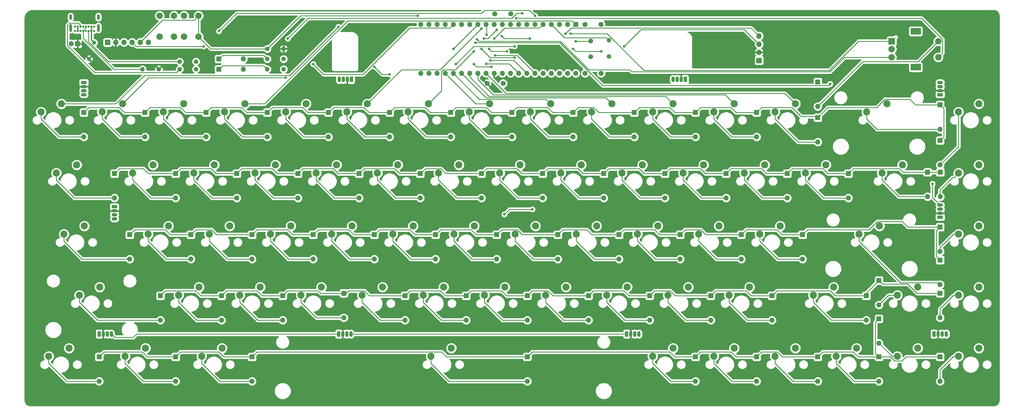
<source format=gbr>
%TF.GenerationSoftware,KiCad,Pcbnew,(5.1.6)-1*%
%TF.CreationDate,2020-07-31T11:49:21-04:00*%
%TF.ProjectId,panama-keyboard,70616e61-6d61-42d6-9b65-79626f617264,w1*%
%TF.SameCoordinates,Original*%
%TF.FileFunction,Copper,L1,Top*%
%TF.FilePolarity,Positive*%
%FSLAX46Y46*%
G04 Gerber Fmt 4.6, Leading zero omitted, Abs format (unit mm)*
G04 Created by KiCad (PCBNEW (5.1.6)-1) date 2020-07-31 11:49:21*
%MOMM*%
%LPD*%
G01*
G04 APERTURE LIST*
%TA.AperFunction,ComponentPad*%
%ADD10C,0.700000*%
%TD*%
%TA.AperFunction,ComponentPad*%
%ADD11O,0.900000X2.400000*%
%TD*%
%TA.AperFunction,ComponentPad*%
%ADD12O,0.900000X1.700000*%
%TD*%
%TA.AperFunction,ComponentPad*%
%ADD13O,1.700000X1.700000*%
%TD*%
%TA.AperFunction,ComponentPad*%
%ADD14R,1.700000X1.700000*%
%TD*%
%TA.AperFunction,ComponentPad*%
%ADD15O,1.600000X1.600000*%
%TD*%
%TA.AperFunction,ComponentPad*%
%ADD16R,1.600000X1.600000*%
%TD*%
%TA.AperFunction,ComponentPad*%
%ADD17C,2.200000*%
%TD*%
%TA.AperFunction,ComponentPad*%
%ADD18C,1.500000*%
%TD*%
%TA.AperFunction,ComponentPad*%
%ADD19C,2.000000*%
%TD*%
%TA.AperFunction,ComponentPad*%
%ADD20O,1.400000X1.400000*%
%TD*%
%TA.AperFunction,ComponentPad*%
%ADD21C,1.400000*%
%TD*%
%TA.AperFunction,ComponentPad*%
%ADD22C,1.270000*%
%TD*%
%TA.AperFunction,ComponentPad*%
%ADD23R,3.200000X2.000000*%
%TD*%
%TA.AperFunction,ComponentPad*%
%ADD24R,2.000000X2.000000*%
%TD*%
%TA.AperFunction,ComponentPad*%
%ADD25O,1.070000X1.800000*%
%TD*%
%TA.AperFunction,ComponentPad*%
%ADD26R,1.070000X1.800000*%
%TD*%
%TA.AperFunction,ComponentPad*%
%ADD27O,1.800000X1.070000*%
%TD*%
%TA.AperFunction,ComponentPad*%
%ADD28R,1.800000X1.070000*%
%TD*%
%TA.AperFunction,ComponentPad*%
%ADD29C,1.600000*%
%TD*%
%TA.AperFunction,ViaPad*%
%ADD30C,0.800000*%
%TD*%
%TA.AperFunction,Conductor*%
%ADD31C,0.254000*%
%TD*%
%TA.AperFunction,Conductor*%
%ADD32C,0.381000*%
%TD*%
G04 APERTURE END LIST*
D10*
%TO.P,J2,A1*%
%TO.N,GND*%
X173831250Y-140493750D03*
%TO.P,J2,A4*%
%TO.N,Net-(F2-Pad2)*%
X172981250Y-140493750D03*
%TO.P,J2,A5*%
%TO.N,Net-(J2-PadA5)*%
X172131250Y-140493750D03*
%TO.P,J2,A6*%
%TO.N,Net-(D75-Pad1)*%
X171281250Y-140493750D03*
%TO.P,J2,A7*%
%TO.N,Net-(D76-Pad1)*%
X170431250Y-140493750D03*
%TO.P,J2,A8*%
%TO.N,N/C*%
X169581250Y-140493750D03*
%TO.P,J2,A9*%
%TO.N,Net-(F2-Pad2)*%
X168731250Y-140493750D03*
%TO.P,J2,A12*%
%TO.N,GND*%
X167881250Y-140493750D03*
%TO.P,J2,B9*%
%TO.N,Net-(F2-Pad2)*%
X172981250Y-139143750D03*
%TO.P,J2,B7*%
%TO.N,Net-(D76-Pad1)*%
X171281250Y-139143750D03*
%TO.P,J2,B8*%
%TO.N,N/C*%
X172131250Y-139143750D03*
%TO.P,J2,B12*%
%TO.N,GND*%
X173831250Y-139143750D03*
%TO.P,J2,B5*%
%TO.N,Net-(J2-PadB5)*%
X169581250Y-139143750D03*
%TO.P,J2,B4*%
%TO.N,Net-(F2-Pad2)*%
X168731250Y-139143750D03*
%TO.P,J2,B1*%
%TO.N,GND*%
X167881250Y-139143750D03*
%TO.P,J2,B6*%
%TO.N,Net-(D75-Pad1)*%
X170431250Y-139143750D03*
D11*
%TO.P,J2,S1*%
%TO.N,GND*%
X175181250Y-139513750D03*
X166531250Y-139513750D03*
D12*
X175181250Y-136133750D03*
X166531250Y-136133750D03*
%TD*%
D13*
%TO.P,DS1,4*%
%TO.N,SDA*%
X380962000Y-142057250D03*
%TO.P,DS1,3*%
%TO.N,SCL*%
X380962000Y-144597250D03*
%TO.P,DS1,2*%
%TO.N,+5V*%
X380962000Y-147137250D03*
D14*
%TO.P,DS1,1*%
%TO.N,GND*%
X380962000Y-149677250D03*
%TD*%
%TO.P,J3,1*%
%TO.N,MISO*%
X178054000Y-144018000D03*
D13*
%TO.P,J3,2*%
%TO.N,+5V*%
X180594000Y-144018000D03*
%TO.P,J3,3*%
%TO.N,SCK*%
X183134000Y-144018000D03*
%TO.P,J3,4*%
%TO.N,MOSI*%
X185674000Y-144018000D03*
%TO.P,J3,5*%
%TO.N,reset*%
X188214000Y-144018000D03*
%TO.P,J3,6*%
%TO.N,GND*%
X190754000Y-144018000D03*
%TD*%
D15*
%TO.P,U2,40*%
%TO.N,row0*%
X323850000Y-153670000D03*
%TO.P,U2,20*%
%TO.N,boot*%
X275590000Y-138430000D03*
%TO.P,U2,39*%
%TO.N,row1*%
X321310000Y-153670000D03*
%TO.P,U2,19*%
%TO.N,N/C*%
X278130000Y-138430000D03*
%TO.P,U2,38*%
%TO.N,row2*%
X318770000Y-153670000D03*
%TO.P,U2,18*%
%TO.N,col14*%
X280670000Y-138430000D03*
%TO.P,U2,37*%
%TO.N,row3*%
X316230000Y-153670000D03*
%TO.P,U2,17*%
%TO.N,col13*%
X283210000Y-138430000D03*
%TO.P,U2,36*%
%TO.N,row4*%
X313690000Y-153670000D03*
%TO.P,U2,16*%
%TO.N,D+*%
X285750000Y-138430000D03*
%TO.P,U2,35*%
%TO.N,col0*%
X311150000Y-153670000D03*
%TO.P,U2,15*%
%TO.N,enc-B*%
X288290000Y-138430000D03*
%TO.P,U2,34*%
%TO.N,col1*%
X308610000Y-153670000D03*
%TO.P,U2,14*%
%TO.N,enc-A*%
X290830000Y-138430000D03*
%TO.P,U2,33*%
%TO.N,col2*%
X306070000Y-153670000D03*
%TO.P,U2,13*%
%TO.N,Net-(C5-Pad1)*%
X293370000Y-138430000D03*
%TO.P,U2,32*%
%TO.N,N/C*%
X303530000Y-153670000D03*
%TO.P,U2,12*%
%TO.N,Net-(C6-Pad1)*%
X295910000Y-138430000D03*
%TO.P,U2,31*%
%TO.N,GND*%
X300990000Y-153670000D03*
%TO.P,U2,11*%
X298450000Y-138430000D03*
%TO.P,U2,30*%
%TO.N,+5V*%
X298450000Y-153670000D03*
%TO.P,U2,10*%
X300990000Y-138430000D03*
%TO.P,U2,29*%
%TO.N,col12*%
X295910000Y-153670000D03*
%TO.P,U2,9*%
%TO.N,reset*%
X303530000Y-138430000D03*
%TO.P,U2,28*%
%TO.N,col11*%
X293370000Y-153670000D03*
%TO.P,U2,8*%
%TO.N,SCK*%
X306070000Y-138430000D03*
%TO.P,U2,27*%
%TO.N,col10*%
X290830000Y-153670000D03*
%TO.P,U2,7*%
%TO.N,MISO*%
X308610000Y-138430000D03*
%TO.P,U2,26*%
%TO.N,col9*%
X288290000Y-153670000D03*
%TO.P,U2,6*%
%TO.N,MOSI*%
X311150000Y-138430000D03*
%TO.P,U2,25*%
%TO.N,col8*%
X285750000Y-153670000D03*
%TO.P,U2,5*%
%TO.N,col6*%
X313690000Y-138430000D03*
%TO.P,U2,24*%
%TO.N,col7*%
X283210000Y-153670000D03*
%TO.P,U2,4*%
%TO.N,LED*%
X316230000Y-138430000D03*
%TO.P,U2,23*%
%TO.N,SDA*%
X280670000Y-153670000D03*
%TO.P,U2,3*%
%TO.N,col5*%
X318770000Y-138430000D03*
%TO.P,U2,22*%
%TO.N,SCL*%
X278130000Y-153670000D03*
%TO.P,U2,2*%
%TO.N,col4*%
X321310000Y-138430000D03*
%TO.P,U2,21*%
%TO.N,D-*%
X275590000Y-153670000D03*
D16*
%TO.P,U2,1*%
%TO.N,col3*%
X323850000Y-138430000D03*
%TD*%
D17*
%TO.P,RCtrl1,1*%
%TO.N,col10*%
X392271250Y-239395000D03*
%TO.P,RCtrl1,2*%
%TO.N,Net-(D67-Pad2)*%
X385921250Y-241935000D03*
%TD*%
D16*
%TO.P,D67,1*%
%TO.N,row4*%
X399256250Y-242093750D03*
D15*
%TO.P,D67,2*%
%TO.N,Net-(D67-Pad2)*%
X399256250Y-249713750D03*
%TD*%
D17*
%TO.P,Z1,1*%
%TO.N,col1*%
X206533750Y-220345000D03*
%TO.P,Z1,2*%
%TO.N,Net-(D48-Pad2)*%
X200183750Y-222885000D03*
%TD*%
%TO.P,Y1,1*%
%TO.N,col6*%
X287496250Y-182245000D03*
%TO.P,Y1,2*%
%TO.N,Net-(D22-Pad2)*%
X281146250Y-184785000D03*
%TD*%
D18*
%TO.P,Y2,2*%
%TO.N,Net-(C6-Pad1)*%
X328549000Y-148517000D03*
%TO.P,Y2,1*%
%TO.N,Net-(C5-Pad1)*%
X328549000Y-143637000D03*
%TD*%
D17*
%TO.P,X1,1*%
%TO.N,col2*%
X225583750Y-220345000D03*
%TO.P,X1,2*%
%TO.N,Net-(D49-Pad2)*%
X219233750Y-222885000D03*
%TD*%
%TO.P,Win1,1*%
%TO.N,col1*%
X189865000Y-239395000D03*
%TO.P,Win1,2*%
%TO.N,Net-(D62-Pad2)*%
X183515000Y-241935000D03*
%TD*%
%TO.P,W1,1*%
%TO.N,col2*%
X211296250Y-182245000D03*
%TO.P,W1,2*%
%TO.N,Net-(D18-Pad2)*%
X204946250Y-184785000D03*
%TD*%
%TO.P,V1,1*%
%TO.N,col4*%
X263683750Y-220345000D03*
%TO.P,V1,2*%
%TO.N,Net-(D51-Pad2)*%
X257333750Y-222885000D03*
%TD*%
%TO.P,U1,1*%
%TO.N,col7*%
X306546250Y-182245000D03*
%TO.P,U1,2*%
%TO.N,Net-(D23-Pad2)*%
X300196250Y-184785000D03*
%TD*%
%TO.P,Tab1,1*%
%TO.N,col0*%
X168433750Y-182245000D03*
%TO.P,Tab1,2*%
%TO.N,Net-(D16-Pad2)*%
X162083750Y-184785000D03*
%TD*%
%TO.P,T1,1*%
%TO.N,col5*%
X268446250Y-182245000D03*
%TO.P,T1,2*%
%TO.N,Net-(D21-Pad2)*%
X262096250Y-184785000D03*
%TD*%
%TO.P,Space1,1*%
%TO.N,col3*%
X285115000Y-239395000D03*
%TO.P,Space1,2*%
%TO.N,Net-(D64-Pad2)*%
X278765000Y-241935000D03*
%TD*%
%TO.P,S1,1*%
%TO.N,col2*%
X216058750Y-201295000D03*
%TO.P,S1,2*%
%TO.N,Net-(D34-Pad2)*%
X209708750Y-203835000D03*
%TD*%
%TO.P,RShift1,1*%
%TO.N,col11*%
X404177500Y-220345000D03*
%TO.P,RShift1,2*%
%TO.N,Net-(D58-Pad2)*%
X397827500Y-222885000D03*
%TD*%
D19*
%TO.P,RESET1,2*%
%TO.N,GND*%
X201875000Y-135731250D03*
%TO.P,RESET1,1*%
%TO.N,reset*%
X206375000Y-135731250D03*
%TO.P,RESET1,2*%
%TO.N,GND*%
X201875000Y-142231250D03*
%TO.P,RESET1,1*%
%TO.N,reset*%
X206375000Y-142231250D03*
%TD*%
D17*
%TO.P,RAlt1,1*%
%TO.N,col8*%
X354171250Y-239395000D03*
%TO.P,RAlt1,2*%
%TO.N,Net-(D65-Pad2)*%
X347821250Y-241935000D03*
%TD*%
D20*
%TO.P,R3,2*%
%TO.N,LED*%
X334168750Y-143351250D03*
D21*
%TO.P,R3,1*%
%TO.N,Net-(D71-Pad4)*%
X334168750Y-148431250D03*
%TD*%
D17*
%TO.P,R1,1*%
%TO.N,col4*%
X249396250Y-182245000D03*
%TO.P,R1,2*%
%TO.N,Net-(D20-Pad2)*%
X243046250Y-184785000D03*
%TD*%
D20*
%TO.P,R8,2*%
%TO.N,+5V*%
X232886250Y-146050000D03*
D21*
%TO.P,R8,1*%
%TO.N,reset*%
X227806250Y-146050000D03*
%TD*%
D20*
%TO.P,R7,2*%
%TO.N,Net-(D75-Pad1)*%
X227806250Y-149225000D03*
D21*
%TO.P,R7,1*%
%TO.N,D+*%
X232886250Y-149225000D03*
%TD*%
D20*
%TO.P,R6,2*%
%TO.N,Net-(D76-Pad1)*%
X227806250Y-152400000D03*
D21*
%TO.P,R6,1*%
%TO.N,D-*%
X232886250Y-152400000D03*
%TD*%
D20*
%TO.P,R2,2*%
%TO.N,Net-(D76-Pad1)*%
X188912500Y-152400000D03*
D21*
%TO.P,R2,1*%
%TO.N,+5V*%
X193992500Y-152400000D03*
%TD*%
D20*
%TO.P,R4,2*%
%TO.N,Net-(J2-PadA5)*%
X200501250Y-150018750D03*
D21*
%TO.P,R4,1*%
%TO.N,GND*%
X205581250Y-150018750D03*
%TD*%
D20*
%TO.P,R5,2*%
%TO.N,Net-(J2-PadB5)*%
X200501250Y-152400000D03*
D21*
%TO.P,R5,1*%
%TO.N,GND*%
X205581250Y-152400000D03*
%TD*%
D17*
%TO.P,Q1,1*%
%TO.N,col1*%
X192246250Y-182245000D03*
%TO.P,Q1,2*%
%TO.N,Net-(D17-Pad2)*%
X185896250Y-184785000D03*
%TD*%
%TO.P,PgUp1,1*%
%TO.N,col13*%
X449421250Y-201295000D03*
%TO.P,PgUp1,2*%
%TO.N,Net-(D45-Pad2)*%
X443071250Y-203835000D03*
%TD*%
%TO.P,PgDw1,1*%
%TO.N,col13*%
X449421250Y-220345000D03*
%TO.P,PgDw1,2*%
%TO.N,Net-(D60-Pad2)*%
X443071250Y-222885000D03*
%TD*%
%TO.P,P1,1*%
%TO.N,col10*%
X363696250Y-182245000D03*
%TO.P,P1,2*%
%TO.N,Net-(D26-Pad2)*%
X357346250Y-184785000D03*
%TD*%
%TO.P,O1,1*%
%TO.N,col9*%
X344646250Y-182245000D03*
%TO.P,O1,2*%
%TO.N,Net-(D25-Pad2)*%
X338296250Y-184785000D03*
%TD*%
%TO.P,Num10,1*%
%TO.N,col10*%
X354171250Y-163195000D03*
%TO.P,Num10,2*%
%TO.N,Net-(D11-Pad2)*%
X347821250Y-165735000D03*
%TD*%
%TO.P,Num9,1*%
%TO.N,col9*%
X335121250Y-163195000D03*
%TO.P,Num9,2*%
%TO.N,Net-(D10-Pad2)*%
X328771250Y-165735000D03*
%TD*%
%TO.P,Num8,1*%
%TO.N,col8*%
X316071250Y-163195000D03*
%TO.P,Num8,2*%
%TO.N,Net-(D9-Pad2)*%
X309721250Y-165735000D03*
%TD*%
%TO.P,Num7,1*%
%TO.N,col7*%
X297021250Y-163195000D03*
%TO.P,Num7,2*%
%TO.N,Net-(D8-Pad2)*%
X290671250Y-165735000D03*
%TD*%
%TO.P,Num6,1*%
%TO.N,col6*%
X277971250Y-163195000D03*
%TO.P,Num6,2*%
%TO.N,Net-(D7-Pad2)*%
X271621250Y-165735000D03*
%TD*%
%TO.P,Num5,1*%
%TO.N,col5*%
X258921250Y-163195000D03*
%TO.P,Num5,2*%
%TO.N,Net-(D6-Pad2)*%
X252571250Y-165735000D03*
%TD*%
%TO.P,Num4,1*%
%TO.N,col4*%
X239871250Y-163195000D03*
%TO.P,Num4,2*%
%TO.N,Net-(D5-Pad2)*%
X233521250Y-165735000D03*
%TD*%
%TO.P,Num3,1*%
%TO.N,col3*%
X220821250Y-163195000D03*
%TO.P,Num3,2*%
%TO.N,Net-(D4-Pad2)*%
X214471250Y-165735000D03*
%TD*%
%TO.P,Num2,1*%
%TO.N,col2*%
X201771250Y-163195000D03*
%TO.P,Num2,2*%
%TO.N,Net-(D3-Pad2)*%
X195421250Y-165735000D03*
%TD*%
%TO.P,Num1,1*%
%TO.N,col1*%
X182721250Y-163195000D03*
%TO.P,Num1,2*%
%TO.N,Net-(D2-Pad2)*%
X176371250Y-165735000D03*
%TD*%
%TO.P,N1,1*%
%TO.N,col6*%
X301783750Y-220345000D03*
%TO.P,N1,2*%
%TO.N,Net-(D53-Pad2)*%
X295433750Y-222885000D03*
%TD*%
%TO.P,M1,1*%
%TO.N,col7*%
X320833750Y-220345000D03*
%TO.P,M1,2*%
%TO.N,Net-(D54-Pad2)*%
X314483750Y-222885000D03*
%TD*%
%TO.P,LShift1,1*%
%TO.N,col0*%
X175577500Y-220345000D03*
%TO.P,LShift1,2*%
%TO.N,Net-(D47-Pad2)*%
X169227500Y-222885000D03*
%TD*%
%TO.P,LCtrl1,1*%
%TO.N,col0*%
X166052500Y-239395000D03*
%TO.P,LCtrl1,2*%
%TO.N,Net-(D61-Pad2)*%
X159702500Y-241935000D03*
%TD*%
%TO.P,LAlt1,1*%
%TO.N,col2*%
X213677500Y-239395000D03*
%TO.P,LAlt1,2*%
%TO.N,Net-(D63-Pad2)*%
X207327500Y-241935000D03*
%TD*%
%TO.P,L1,1*%
%TO.N,col9*%
X349408750Y-201295000D03*
%TO.P,L1,2*%
%TO.N,Net-(D41-Pad2)*%
X343058750Y-203835000D03*
%TD*%
%TO.P,K1,1*%
%TO.N,col8*%
X330358750Y-201295000D03*
%TO.P,K1,2*%
%TO.N,Net-(D40-Pad2)*%
X324008750Y-203835000D03*
%TD*%
%TO.P,J1,1*%
%TO.N,col7*%
X311308750Y-201295000D03*
%TO.P,J1,2*%
%TO.N,Net-(D39-Pad2)*%
X304958750Y-203835000D03*
%TD*%
%TO.P,I1,1*%
%TO.N,col8*%
X325596250Y-182245000D03*
%TO.P,I1,2*%
%TO.N,Net-(D24-Pad2)*%
X319246250Y-184785000D03*
%TD*%
%TO.P,H1,1*%
%TO.N,col6*%
X292258750Y-201295000D03*
%TO.P,H1,2*%
%TO.N,Net-(D38-Pad2)*%
X285908750Y-203835000D03*
%TD*%
%TO.P,G1,1*%
%TO.N,col5*%
X273208750Y-201295000D03*
%TO.P,G1,2*%
%TO.N,Net-(D37-Pad2)*%
X266858750Y-203835000D03*
%TD*%
%TO.P,Func1,1*%
%TO.N,col9*%
X373221250Y-239395000D03*
%TO.P,Func1,2*%
%TO.N,Net-(D66-Pad2)*%
X366871250Y-241935000D03*
%TD*%
%TO.P,F1,1*%
%TO.N,col4*%
X254158750Y-201295000D03*
%TO.P,F1,2*%
%TO.N,Net-(D36-Pad2)*%
X247808750Y-203835000D03*
%TD*%
D22*
%TO.P,F2,1*%
%TO.N,+5V*%
X172243750Y-149225000D03*
%TO.P,F2,2*%
%TO.N,Net-(F2-Pad2)*%
X173843750Y-144125000D03*
%TD*%
D17*
%TO.P,Esc1,1*%
%TO.N,col0*%
X163671250Y-163195000D03*
%TO.P,Esc1,2*%
%TO.N,Net-(D1-Pad2)*%
X157321250Y-165735000D03*
%TD*%
%TO.P,Enter1,1*%
%TO.N,col12*%
X418465000Y-201295000D03*
%TO.P,Enter1,2*%
%TO.N,Net-(D44-Pad2)*%
X412115000Y-203835000D03*
%TD*%
D19*
%TO.P,ENC1,S1*%
%TO.N,col14*%
X436775000Y-148668750D03*
%TO.P,ENC1,S2*%
%TO.N,enc-sw-out*%
X436775000Y-143668750D03*
D23*
%TO.P,ENC1,MP*%
%TO.N,N/C*%
X429775000Y-151768750D03*
X429775000Y-140568750D03*
D19*
%TO.P,ENC1,B*%
%TO.N,enc-B*%
X422275000Y-148668750D03*
%TO.P,ENC1,C*%
%TO.N,GND*%
X422275000Y-146168750D03*
D24*
%TO.P,ENC1,A*%
%TO.N,enc-A*%
X422275000Y-143668750D03*
%TD*%
D17*
%TO.P,E1,1*%
%TO.N,col3*%
X230346250Y-182245000D03*
%TO.P,E1,2*%
%TO.N,Net-(D19-Pad2)*%
X223996250Y-184785000D03*
%TD*%
%TO.P,Del1,1*%
%TO.N,col14*%
X449421250Y-182245000D03*
%TO.P,Del1,2*%
%TO.N,Net-(D30-Pad2)*%
X443071250Y-184785000D03*
%TD*%
D25*
%TO.P,D82,4*%
%TO.N,Net-(D78-Pad1)*%
X253841250Y-234950000D03*
%TO.P,D82,3*%
%TO.N,GND*%
X252571250Y-234950000D03*
%TO.P,D82,2*%
%TO.N,+5V*%
X251301250Y-234950000D03*
D26*
%TO.P,D82,1*%
%TO.N,Net-(D81-Pad4)*%
X250031250Y-234950000D03*
%TD*%
%TO.P,D78,1*%
%TO.N,Net-(D78-Pad1)*%
X339725000Y-234950000D03*
D25*
%TO.P,D78,2*%
%TO.N,+5V*%
X340995000Y-234950000D03*
%TO.P,D78,3*%
%TO.N,GND*%
X342265000Y-234950000D03*
%TO.P,D78,4*%
%TO.N,Net-(D74-Pad1)*%
X343535000Y-234950000D03*
%TD*%
%TO.P,D74,4*%
%TO.N,Net-(D73-Pad1)*%
X439266250Y-234950000D03*
%TO.P,D74,3*%
%TO.N,GND*%
X437996250Y-234950000D03*
%TO.P,D74,2*%
%TO.N,+5V*%
X436726250Y-234950000D03*
D26*
%TO.P,D74,1*%
%TO.N,Net-(D74-Pad1)*%
X435456250Y-234950000D03*
%TD*%
D25*
%TO.P,D81,4*%
%TO.N,Net-(D81-Pad4)*%
X179228750Y-234950000D03*
%TO.P,D81,3*%
%TO.N,GND*%
X177958750Y-234950000D03*
%TO.P,D81,2*%
%TO.N,+5V*%
X176688750Y-234950000D03*
D26*
%TO.P,D81,1*%
%TO.N,Net-(D80-Pad4)*%
X175418750Y-234950000D03*
%TD*%
D27*
%TO.P,D73,4*%
%TO.N,Net-(D72-Pad1)*%
X437356250Y-194778750D03*
%TO.P,D73,3*%
%TO.N,GND*%
X437356250Y-196048750D03*
%TO.P,D73,2*%
%TO.N,+5V*%
X437356250Y-197318750D03*
D28*
%TO.P,D73,1*%
%TO.N,Net-(D73-Pad1)*%
X437356250Y-198588750D03*
%TD*%
D27*
%TO.P,D80,4*%
%TO.N,Net-(D80-Pad4)*%
X180181250Y-199072500D03*
%TO.P,D80,3*%
%TO.N,GND*%
X180181250Y-197802500D03*
%TO.P,D80,2*%
%TO.N,+5V*%
X180181250Y-196532500D03*
D28*
%TO.P,D80,1*%
%TO.N,Net-(D79-Pad4)*%
X180181250Y-195262500D03*
%TD*%
D27*
%TO.P,D72,4*%
%TO.N,Net-(D71-Pad1)*%
X437356250Y-156517500D03*
%TO.P,D72,3*%
%TO.N,GND*%
X437356250Y-157787500D03*
%TO.P,D72,2*%
%TO.N,+5V*%
X437356250Y-159057500D03*
D28*
%TO.P,D72,1*%
%TO.N,Net-(D72-Pad1)*%
X437356250Y-160327500D03*
%TD*%
D15*
%TO.P,D46,2*%
%TO.N,enc-sw-out*%
X399256250Y-163988750D03*
D16*
%TO.P,D46,1*%
%TO.N,row2*%
X399256250Y-156368750D03*
%TD*%
D27*
%TO.P,D79,4*%
%TO.N,Net-(D79-Pad4)*%
X170656250Y-160337500D03*
%TO.P,D79,3*%
%TO.N,GND*%
X170656250Y-159067500D03*
%TO.P,D79,2*%
%TO.N,+5V*%
X170656250Y-157797500D03*
D28*
%TO.P,D79,1*%
%TO.N,Net-(D77-Pad4)*%
X170656250Y-156527500D03*
%TD*%
D25*
%TO.P,D77,4*%
%TO.N,Net-(D77-Pad4)*%
X250190000Y-155575000D03*
%TO.P,D77,3*%
%TO.N,GND*%
X251460000Y-155575000D03*
%TO.P,D77,2*%
%TO.N,+5V*%
X252730000Y-155575000D03*
D26*
%TO.P,D77,1*%
%TO.N,N/C*%
X254000000Y-155575000D03*
%TD*%
D25*
%TO.P,D71,4*%
%TO.N,Net-(D71-Pad4)*%
X354171250Y-155575000D03*
%TO.P,D71,3*%
%TO.N,GND*%
X355441250Y-155575000D03*
%TO.P,D71,2*%
%TO.N,+5V*%
X356711250Y-155575000D03*
D26*
%TO.P,D71,1*%
%TO.N,Net-(D71-Pad1)*%
X357981250Y-155575000D03*
%TD*%
D15*
%TO.P,D30,2*%
%TO.N,Net-(D30-Pad2)*%
X437388000Y-192151000D03*
D16*
%TO.P,D30,1*%
%TO.N,row1*%
X437388000Y-184531000D03*
%TD*%
D15*
%TO.P,D15,2*%
%TO.N,Net-(D15-Pad2)*%
X437356250Y-182245000D03*
D16*
%TO.P,D15,1*%
%TO.N,row0*%
X437356250Y-174625000D03*
%TD*%
D15*
%TO.P,D60,2*%
%TO.N,Net-(D60-Pad2)*%
X437356250Y-229870000D03*
D16*
%TO.P,D60,1*%
%TO.N,row3*%
X437356250Y-222250000D03*
%TD*%
D15*
%TO.P,D45,2*%
%TO.N,Net-(D45-Pad2)*%
X437356250Y-209232500D03*
D16*
%TO.P,D45,1*%
%TO.N,row2*%
X437356250Y-201612500D03*
%TD*%
D15*
%TO.P,D29,2*%
%TO.N,Net-(D29-Pad2)*%
X433451000Y-192151000D03*
D16*
%TO.P,D29,1*%
%TO.N,row1*%
X433451000Y-184531000D03*
%TD*%
D15*
%TO.P,D14,2*%
%TO.N,Net-(Bksp1-Pad2)*%
X437356250Y-171132500D03*
D16*
%TO.P,D14,1*%
%TO.N,row0*%
X437356250Y-163512500D03*
%TD*%
D15*
%TO.P,D59,2*%
%TO.N,Net-(ArrowUp1-Pad2)*%
X418306250Y-225901250D03*
D16*
%TO.P,D59,1*%
%TO.N,row3*%
X418306250Y-218281250D03*
%TD*%
D15*
%TO.P,D44,2*%
%TO.N,Net-(D44-Pad2)*%
X437356250Y-219551250D03*
D16*
%TO.P,D44,1*%
%TO.N,row2*%
X437356250Y-211931250D03*
%TD*%
D15*
%TO.P,D28,2*%
%TO.N,Net-(D28-Pad2)*%
X408781250Y-192563750D03*
D16*
%TO.P,D28,1*%
%TO.N,row1*%
X408781250Y-184943750D03*
%TD*%
D15*
%TO.P,D13,2*%
%TO.N,Net-(=1-Pad2)*%
X399256250Y-175101250D03*
D16*
%TO.P,D13,1*%
%TO.N,row0*%
X399256250Y-167481250D03*
%TD*%
D15*
%TO.P,D58,2*%
%TO.N,Net-(D58-Pad2)*%
X414337500Y-230663750D03*
D16*
%TO.P,D58,1*%
%TO.N,row3*%
X414337500Y-223043750D03*
%TD*%
D15*
%TO.P,D43,2*%
%TO.N,Net-('1-Pad2)*%
X394493750Y-211613750D03*
D16*
%TO.P,D43,1*%
%TO.N,row2*%
X394493750Y-203993750D03*
%TD*%
D15*
%TO.P,D27,2*%
%TO.N,Net-(D27-Pad2)*%
X389731250Y-192563750D03*
D16*
%TO.P,D27,1*%
%TO.N,row1*%
X389731250Y-184943750D03*
%TD*%
D15*
%TO.P,D12,2*%
%TO.N,Net-(-1-Pad2)*%
X380206250Y-173513750D03*
D16*
%TO.P,D12,1*%
%TO.N,row0*%
X380206250Y-165893750D03*
%TD*%
D15*
%TO.P,D57,2*%
%TO.N,Net-(/1-Pad2)*%
X384968750Y-230663750D03*
D16*
%TO.P,D57,1*%
%TO.N,row3*%
X384968750Y-223043750D03*
%TD*%
D15*
%TO.P,D42,2*%
%TO.N,Net-(;1-Pad2)*%
X375443750Y-211613750D03*
D16*
%TO.P,D42,1*%
%TO.N,row2*%
X375443750Y-203993750D03*
%TD*%
D15*
%TO.P,D26,2*%
%TO.N,Net-(D26-Pad2)*%
X370681250Y-192563750D03*
D16*
%TO.P,D26,1*%
%TO.N,row1*%
X370681250Y-184943750D03*
%TD*%
D15*
%TO.P,D11,2*%
%TO.N,Net-(D11-Pad2)*%
X361156250Y-173513750D03*
D16*
%TO.P,D11,1*%
%TO.N,row0*%
X361156250Y-165893750D03*
%TD*%
D15*
%TO.P,D56,2*%
%TO.N,Net-(.1-Pad2)*%
X365918750Y-230663750D03*
D16*
%TO.P,D56,1*%
%TO.N,row3*%
X365918750Y-223043750D03*
%TD*%
D15*
%TO.P,D41,2*%
%TO.N,Net-(D41-Pad2)*%
X356393750Y-211613750D03*
D16*
%TO.P,D41,1*%
%TO.N,row2*%
X356393750Y-203993750D03*
%TD*%
%TO.P,D25,1*%
%TO.N,row1*%
X351631250Y-184943750D03*
D15*
%TO.P,D25,2*%
%TO.N,Net-(D25-Pad2)*%
X351631250Y-192563750D03*
%TD*%
%TO.P,D10,2*%
%TO.N,Net-(D10-Pad2)*%
X342106250Y-173513750D03*
D16*
%TO.P,D10,1*%
%TO.N,row0*%
X342106250Y-165893750D03*
%TD*%
%TO.P,D70,1*%
%TO.N,row4*%
X437356250Y-242093750D03*
D15*
%TO.P,D70,2*%
%TO.N,Net-(ArrowRight1-Pad2)*%
X437356250Y-249713750D03*
%TD*%
%TO.P,D55,2*%
%TO.N,Net-(\u002C1-Pad2)*%
X346868750Y-230663750D03*
D16*
%TO.P,D55,1*%
%TO.N,row3*%
X346868750Y-223043750D03*
%TD*%
D15*
%TO.P,D40,2*%
%TO.N,Net-(D40-Pad2)*%
X337343750Y-211613750D03*
D16*
%TO.P,D40,1*%
%TO.N,row2*%
X337343750Y-203993750D03*
%TD*%
D15*
%TO.P,D24,2*%
%TO.N,Net-(D24-Pad2)*%
X332581250Y-192563750D03*
D16*
%TO.P,D24,1*%
%TO.N,row1*%
X332581250Y-184943750D03*
%TD*%
D15*
%TO.P,D9,2*%
%TO.N,Net-(D9-Pad2)*%
X323056250Y-173513750D03*
D16*
%TO.P,D9,1*%
%TO.N,row0*%
X323056250Y-165893750D03*
%TD*%
%TO.P,D69,1*%
%TO.N,row4*%
X418306250Y-230187500D03*
D15*
%TO.P,D69,2*%
%TO.N,Net-(ArrowDown1-Pad2)*%
X418306250Y-237807500D03*
%TD*%
%TO.P,D54,2*%
%TO.N,Net-(D54-Pad2)*%
X327818750Y-230663750D03*
D16*
%TO.P,D54,1*%
%TO.N,row3*%
X327818750Y-223043750D03*
%TD*%
D15*
%TO.P,D39,2*%
%TO.N,Net-(D39-Pad2)*%
X318293750Y-211613750D03*
D16*
%TO.P,D39,1*%
%TO.N,row2*%
X318293750Y-203993750D03*
%TD*%
D15*
%TO.P,D23,2*%
%TO.N,Net-(D23-Pad2)*%
X313531250Y-192563750D03*
D16*
%TO.P,D23,1*%
%TO.N,row1*%
X313531250Y-184943750D03*
%TD*%
D15*
%TO.P,D8,2*%
%TO.N,Net-(D8-Pad2)*%
X304006250Y-173513750D03*
D16*
%TO.P,D8,1*%
%TO.N,row0*%
X304006250Y-165893750D03*
%TD*%
%TO.P,D68,1*%
%TO.N,row4*%
X418306250Y-242093750D03*
D15*
%TO.P,D68,2*%
%TO.N,Net-(ArrowLeft1-Pad2)*%
X418306250Y-249713750D03*
%TD*%
%TO.P,D53,2*%
%TO.N,Net-(D53-Pad2)*%
X308768750Y-230663750D03*
D16*
%TO.P,D53,1*%
%TO.N,row3*%
X308768750Y-223043750D03*
%TD*%
D15*
%TO.P,D38,2*%
%TO.N,Net-(D38-Pad2)*%
X299243750Y-211613750D03*
D16*
%TO.P,D38,1*%
%TO.N,row2*%
X299243750Y-203993750D03*
%TD*%
D15*
%TO.P,D22,2*%
%TO.N,Net-(D22-Pad2)*%
X294481250Y-192563750D03*
D16*
%TO.P,D22,1*%
%TO.N,row1*%
X294481250Y-184943750D03*
%TD*%
D15*
%TO.P,D7,2*%
%TO.N,Net-(D7-Pad2)*%
X284956250Y-173513750D03*
D16*
%TO.P,D7,1*%
%TO.N,row0*%
X284956250Y-165893750D03*
%TD*%
D15*
%TO.P,D66,2*%
%TO.N,Net-(D66-Pad2)*%
X380206250Y-249713750D03*
D16*
%TO.P,D66,1*%
%TO.N,row4*%
X380206250Y-242093750D03*
%TD*%
%TO.P,D52,1*%
%TO.N,row3*%
X289718750Y-223043750D03*
D15*
%TO.P,D52,2*%
%TO.N,Net-(B1-Pad2)*%
X289718750Y-230663750D03*
%TD*%
%TO.P,D37,2*%
%TO.N,Net-(D37-Pad2)*%
X280193750Y-211613750D03*
D16*
%TO.P,D37,1*%
%TO.N,row2*%
X280193750Y-203993750D03*
%TD*%
%TO.P,D21,1*%
%TO.N,row1*%
X275431250Y-184943750D03*
D15*
%TO.P,D21,2*%
%TO.N,Net-(D21-Pad2)*%
X275431250Y-192563750D03*
%TD*%
%TO.P,D6,2*%
%TO.N,Net-(D6-Pad2)*%
X265906250Y-173513750D03*
D16*
%TO.P,D6,1*%
%TO.N,row0*%
X265906250Y-165893750D03*
%TD*%
D15*
%TO.P,D65,2*%
%TO.N,Net-(D65-Pad2)*%
X361156250Y-249713750D03*
D16*
%TO.P,D65,1*%
%TO.N,row4*%
X361156250Y-242093750D03*
%TD*%
D15*
%TO.P,D51,2*%
%TO.N,Net-(D51-Pad2)*%
X270668750Y-230663750D03*
D16*
%TO.P,D51,1*%
%TO.N,row3*%
X270668750Y-223043750D03*
%TD*%
D15*
%TO.P,D36,2*%
%TO.N,Net-(D36-Pad2)*%
X261143750Y-211613750D03*
D16*
%TO.P,D36,1*%
%TO.N,row2*%
X261143750Y-203993750D03*
%TD*%
D15*
%TO.P,D20,2*%
%TO.N,Net-(D20-Pad2)*%
X256381250Y-192563750D03*
D16*
%TO.P,D20,1*%
%TO.N,row1*%
X256381250Y-184943750D03*
%TD*%
D15*
%TO.P,D5,2*%
%TO.N,Net-(D5-Pad2)*%
X246856250Y-173513750D03*
D16*
%TO.P,D5,1*%
%TO.N,row0*%
X246856250Y-165893750D03*
%TD*%
D15*
%TO.P,D76,2*%
%TO.N,GND*%
X220345000Y-152400000D03*
D16*
%TO.P,D76,1*%
%TO.N,Net-(D76-Pad1)*%
X212725000Y-152400000D03*
%TD*%
D17*
%TO.P,D31,1*%
%TO.N,col3*%
X235108750Y-201295000D03*
%TO.P,D31,2*%
%TO.N,Net-(D31-Pad2)*%
X228758750Y-203835000D03*
%TD*%
D15*
%TO.P,D64,2*%
%TO.N,Net-(D64-Pad2)*%
X308768750Y-249713750D03*
D16*
%TO.P,D64,1*%
%TO.N,row4*%
X308768750Y-242093750D03*
%TD*%
D15*
%TO.P,D50,2*%
%TO.N,Net-(C1-Pad2)*%
X251618750Y-229870000D03*
D16*
%TO.P,D50,1*%
%TO.N,row3*%
X251618750Y-222250000D03*
%TD*%
D15*
%TO.P,D35,2*%
%TO.N,Net-(D31-Pad2)*%
X242093750Y-211613750D03*
D16*
%TO.P,D35,1*%
%TO.N,row2*%
X242093750Y-203993750D03*
%TD*%
D15*
%TO.P,D19,2*%
%TO.N,Net-(D19-Pad2)*%
X237331250Y-192563750D03*
D16*
%TO.P,D19,1*%
%TO.N,row1*%
X237331250Y-184943750D03*
%TD*%
D15*
%TO.P,D4,2*%
%TO.N,Net-(D4-Pad2)*%
X227806250Y-173513750D03*
D16*
%TO.P,D4,1*%
%TO.N,row0*%
X227806250Y-165893750D03*
%TD*%
D15*
%TO.P,D75,2*%
%TO.N,GND*%
X220345000Y-149225000D03*
D16*
%TO.P,D75,1*%
%TO.N,Net-(D75-Pad1)*%
X212725000Y-149225000D03*
%TD*%
D15*
%TO.P,D63,2*%
%TO.N,Net-(D63-Pad2)*%
X223043750Y-249713750D03*
D16*
%TO.P,D63,1*%
%TO.N,row4*%
X223043750Y-242093750D03*
%TD*%
D15*
%TO.P,D49,2*%
%TO.N,Net-(D49-Pad2)*%
X232568750Y-230663750D03*
D16*
%TO.P,D49,1*%
%TO.N,row3*%
X232568750Y-223043750D03*
%TD*%
D15*
%TO.P,D34,2*%
%TO.N,Net-(D34-Pad2)*%
X223043750Y-211613750D03*
D16*
%TO.P,D34,1*%
%TO.N,row2*%
X223043750Y-203993750D03*
%TD*%
D15*
%TO.P,D18,2*%
%TO.N,Net-(D18-Pad2)*%
X218281250Y-192563750D03*
D16*
%TO.P,D18,1*%
%TO.N,row1*%
X218281250Y-184943750D03*
%TD*%
D15*
%TO.P,D3,2*%
%TO.N,Net-(D3-Pad2)*%
X208756250Y-173513750D03*
D16*
%TO.P,D3,1*%
%TO.N,row0*%
X208756250Y-165893750D03*
%TD*%
D15*
%TO.P,D62,2*%
%TO.N,Net-(D62-Pad2)*%
X199231250Y-249713750D03*
D16*
%TO.P,D62,1*%
%TO.N,row4*%
X199231250Y-242093750D03*
%TD*%
D15*
%TO.P,D48,2*%
%TO.N,Net-(D48-Pad2)*%
X213518750Y-230663750D03*
D16*
%TO.P,D48,1*%
%TO.N,row3*%
X213518750Y-223043750D03*
%TD*%
D15*
%TO.P,D33,2*%
%TO.N,Net-(A1-Pad2)*%
X203993750Y-211613750D03*
D16*
%TO.P,D33,1*%
%TO.N,row2*%
X203993750Y-203993750D03*
%TD*%
D15*
%TO.P,D17,2*%
%TO.N,Net-(D17-Pad2)*%
X199231250Y-192563750D03*
D16*
%TO.P,D17,1*%
%TO.N,row1*%
X199231250Y-184943750D03*
%TD*%
D15*
%TO.P,D2,2*%
%TO.N,Net-(D2-Pad2)*%
X189706250Y-173513750D03*
D16*
%TO.P,D2,1*%
%TO.N,row0*%
X189706250Y-165893750D03*
%TD*%
%TO.P,D61,1*%
%TO.N,row4*%
X175418750Y-242093750D03*
D15*
%TO.P,D61,2*%
%TO.N,Net-(D61-Pad2)*%
X175418750Y-249713750D03*
%TD*%
D16*
%TO.P,D47,1*%
%TO.N,row3*%
X194468750Y-223043750D03*
D15*
%TO.P,D47,2*%
%TO.N,Net-(D47-Pad2)*%
X194468750Y-230663750D03*
%TD*%
D16*
%TO.P,D32,1*%
%TO.N,row2*%
X184943750Y-203993750D03*
D15*
%TO.P,D32,2*%
%TO.N,Net-(CapsL1-Pad2)*%
X184943750Y-211613750D03*
%TD*%
D16*
%TO.P,D16,1*%
%TO.N,row1*%
X180181250Y-184943750D03*
D15*
%TO.P,D16,2*%
%TO.N,Net-(D16-Pad2)*%
X180181250Y-192563750D03*
%TD*%
D16*
%TO.P,D1,1*%
%TO.N,row0*%
X170656250Y-165893750D03*
D15*
%TO.P,D1,2*%
%TO.N,Net-(D1-Pad2)*%
X170656250Y-173513750D03*
%TD*%
D17*
%TO.P,CapsL1,1*%
%TO.N,col0*%
X170815000Y-201295000D03*
%TO.P,CapsL1,2*%
%TO.N,Net-(CapsL1-Pad2)*%
X164465000Y-203835000D03*
%TD*%
D29*
%TO.P,C2,2*%
%TO.N,GND*%
X166687500Y-144462500D03*
D16*
%TO.P,C2,1*%
%TO.N,+5V*%
X168687500Y-144462500D03*
%TD*%
D17*
%TO.P,C1,1*%
%TO.N,col3*%
X244633750Y-220345000D03*
%TO.P,C1,2*%
%TO.N,Net-(C1-Pad2)*%
X238283750Y-222885000D03*
%TD*%
D29*
%TO.P,C4,2*%
%TO.N,GND*%
X298640500Y-135159750D03*
%TO.P,C4,1*%
%TO.N,+5V*%
X303640500Y-135159750D03*
%TD*%
%TO.P,C3,2*%
%TO.N,GND*%
X301227500Y-156845000D03*
%TO.P,C3,1*%
%TO.N,+5V*%
X296227500Y-156845000D03*
%TD*%
%TO.P,C6,2*%
%TO.N,GND*%
X331771000Y-138430000D03*
%TO.P,C6,1*%
%TO.N,Net-(C6-Pad1)*%
X326771000Y-138430000D03*
%TD*%
%TO.P,C5,2*%
%TO.N,GND*%
X331771000Y-153670000D03*
%TO.P,C5,1*%
%TO.N,Net-(C5-Pad1)*%
X326771000Y-153670000D03*
%TD*%
D19*
%TO.P,BOOT1,1*%
%TO.N,boot*%
X198755000Y-142231250D03*
%TO.P,BOOT1,2*%
%TO.N,GND*%
X194255000Y-142231250D03*
%TO.P,BOOT1,1*%
%TO.N,boot*%
X198755000Y-135731250D03*
%TO.P,BOOT1,2*%
%TO.N,GND*%
X194255000Y-135731250D03*
%TD*%
D17*
%TO.P,Bksp1,1*%
%TO.N,col13*%
X420846250Y-163195000D03*
%TO.P,Bksp1,2*%
%TO.N,Net-(Bksp1-Pad2)*%
X414496250Y-165735000D03*
%TD*%
%TO.P,B1,1*%
%TO.N,col5*%
X282733750Y-220345000D03*
%TO.P,B1,2*%
%TO.N,Net-(B1-Pad2)*%
X276383750Y-222885000D03*
%TD*%
%TO.P,ArrowUp1,1*%
%TO.N,col12*%
X430371250Y-220345000D03*
%TO.P,ArrowUp1,2*%
%TO.N,Net-(ArrowUp1-Pad2)*%
X424021250Y-222885000D03*
%TD*%
%TO.P,ArrowRight1,1*%
%TO.N,col13*%
X449421250Y-239395000D03*
%TO.P,ArrowRight1,2*%
%TO.N,Net-(ArrowRight1-Pad2)*%
X443071250Y-241935000D03*
%TD*%
%TO.P,ArrowLeft1,1*%
%TO.N,col11*%
X411321250Y-239395000D03*
%TO.P,ArrowLeft1,2*%
%TO.N,Net-(ArrowLeft1-Pad2)*%
X404971250Y-241935000D03*
%TD*%
%TO.P,ArrowDown1,1*%
%TO.N,col12*%
X430371250Y-239395000D03*
%TO.P,ArrowDown1,2*%
%TO.N,Net-(ArrowDown1-Pad2)*%
X424021250Y-241935000D03*
%TD*%
%TO.P,A1,1*%
%TO.N,col1*%
X197008750Y-201295000D03*
%TO.P,A1,2*%
%TO.N,Net-(A1-Pad2)*%
X190658750Y-203835000D03*
%TD*%
%TO.P,`1,1*%
%TO.N,col14*%
X449421250Y-163195000D03*
%TO.P,`1,2*%
%TO.N,Net-(D15-Pad2)*%
X443071250Y-165735000D03*
%TD*%
%TO.P,]1,1*%
%TO.N,col12*%
X401796250Y-182245000D03*
%TO.P,]1,2*%
%TO.N,Net-(D28-Pad2)*%
X395446250Y-184785000D03*
%TD*%
%TO.P,\u005C1,1*%
%TO.N,col13*%
X425608750Y-182245000D03*
%TO.P,\u005C1,2*%
%TO.N,Net-(D29-Pad2)*%
X419258750Y-184785000D03*
%TD*%
%TO.P,[1,1*%
%TO.N,col11*%
X382746250Y-182245000D03*
%TO.P,[1,2*%
%TO.N,Net-(D27-Pad2)*%
X376396250Y-184785000D03*
%TD*%
%TO.P,=1,1*%
%TO.N,col12*%
X392271250Y-163195000D03*
%TO.P,=1,2*%
%TO.N,Net-(=1-Pad2)*%
X385921250Y-165735000D03*
%TD*%
%TO.P,;1,1*%
%TO.N,col10*%
X368458750Y-201295000D03*
%TO.P,;1,2*%
%TO.N,Net-(;1-Pad2)*%
X362108750Y-203835000D03*
%TD*%
%TO.P,/1,1*%
%TO.N,col10*%
X377983750Y-220345000D03*
%TO.P,/1,2*%
%TO.N,Net-(/1-Pad2)*%
X371633750Y-222885000D03*
%TD*%
%TO.P,-1,1*%
%TO.N,col11*%
X373221250Y-163195000D03*
%TO.P,-1,2*%
%TO.N,Net-(-1-Pad2)*%
X366871250Y-165735000D03*
%TD*%
%TO.P,'1,1*%
%TO.N,col11*%
X387508750Y-201295000D03*
%TO.P,'1,2*%
%TO.N,Net-('1-Pad2)*%
X381158750Y-203835000D03*
%TD*%
%TO.P,.1,1*%
%TO.N,col9*%
X358933750Y-220345000D03*
%TO.P,.1,2*%
%TO.N,Net-(.1-Pad2)*%
X352583750Y-222885000D03*
%TD*%
%TO.P,\u002C1,1*%
%TO.N,col8*%
X339883750Y-220345000D03*
%TO.P,\u002C1,2*%
%TO.N,Net-(\u002C1-Pad2)*%
X333533750Y-222885000D03*
%TD*%
D30*
%TO.N,col13*%
X403098000Y-156972000D03*
X292608000Y-144145000D03*
%TO.N,col14*%
X305343000Y-136525000D03*
%TO.N,col1*%
X233553000Y-155067000D03*
X297292452Y-149591452D03*
%TO.N,col6*%
X298450000Y-142875000D03*
X292100000Y-146843750D03*
%TO.N,col5*%
X294481250Y-139700000D03*
%TO.N,col0*%
X249935869Y-139191869D03*
X298816452Y-148067452D03*
%TO.N,row4*%
X310356250Y-196056250D03*
X301625000Y-197643750D03*
%TO.N,Net-(D72-Pad1)*%
X434975000Y-188118750D03*
%TO.N,SDA*%
X320675000Y-141287500D03*
X304800000Y-145256250D03*
X286543750Y-150812500D03*
%TO.N,SCL*%
X338931250Y-145256250D03*
X331787500Y-146843750D03*
X323056250Y-146050000D03*
X297656250Y-151606250D03*
X292100000Y-150812500D03*
%TO.N,enc-A*%
X322262500Y-141287500D03*
X309562500Y-142875000D03*
X300831250Y-142081250D03*
%TO.N,enc-B*%
X293129461Y-143110711D03*
%TO.N,reset*%
X274637500Y-135731250D03*
X295275000Y-142875000D03*
X299243750Y-140164952D03*
%TO.N,MOSI*%
X207962500Y-145256250D03*
X311150000Y-135731250D03*
X212725000Y-140493750D03*
%TO.N,SCK*%
X307181250Y-134937500D03*
X234156250Y-142875000D03*
%TO.N,col2*%
X296037000Y-150749000D03*
%TO.N,D-*%
X261143750Y-151606250D03*
X265906250Y-153987500D03*
%TO.N,D+*%
X242093750Y-150812500D03*
%TO.N,Net-(C5-Pad1)*%
X285750000Y-146050000D03*
X294481250Y-146050000D03*
X304800000Y-148794452D03*
X323850000Y-143668750D03*
%TO.N,Net-(C6-Pad1)*%
X302418750Y-146843750D03*
X296862500Y-146050000D03*
X296068750Y-141618952D03*
%TD*%
D31*
%TO.N,Net-(\u002C1-Pad2)*%
X333533750Y-225058962D02*
X339138538Y-230663750D01*
X339138538Y-230663750D02*
X346868750Y-230663750D01*
X333533750Y-222885000D02*
X333533750Y-225058962D01*
%TO.N,col8*%
X293847999Y-161767999D02*
X285750000Y-153670000D01*
X314644249Y-161767999D02*
X293847999Y-161767999D01*
X316071250Y-163195000D02*
X314644249Y-161767999D01*
%TO.N,Net-(.1-Pad2)*%
X358188538Y-230663750D02*
X365918750Y-230663750D01*
X352583750Y-225058962D02*
X358188538Y-230663750D01*
X352583750Y-222885000D02*
X352583750Y-225058962D01*
%TO.N,col9*%
X295933989Y-161313989D02*
X288290000Y-153670000D01*
X333240239Y-161313989D02*
X295933989Y-161313989D01*
X335121250Y-163195000D02*
X333240239Y-161313989D01*
%TO.N,Net-('1-Pad2)*%
X386763538Y-211613750D02*
X394493750Y-211613750D01*
X381158750Y-206008962D02*
X386763538Y-211613750D01*
X381158750Y-203835000D02*
X381158750Y-206008962D01*
%TO.N,col11*%
X298120507Y-160405969D02*
X370432219Y-160405969D01*
X293370000Y-153670000D02*
X293370000Y-155655462D01*
X370432219Y-160405969D02*
X373221250Y-163195000D01*
X293370000Y-155655462D02*
X298120507Y-160405969D01*
%TO.N,Net-(-1-Pad2)*%
X366871250Y-167908962D02*
X372476038Y-173513750D01*
X372476038Y-173513750D02*
X380206250Y-173513750D01*
X366871250Y-165735000D02*
X366871250Y-167908962D01*
%TO.N,Net-(/1-Pad2)*%
X371633750Y-225058962D02*
X377238538Y-230663750D01*
X377238538Y-230663750D02*
X384968750Y-230663750D01*
X371633750Y-222885000D02*
X371633750Y-225058962D01*
%TO.N,col10*%
X351836229Y-160859979D02*
X354171250Y-163195000D01*
X296888609Y-160859979D02*
X351836229Y-160859979D01*
X290830000Y-154801370D02*
X296888609Y-160859979D01*
X290830000Y-153670000D02*
X290830000Y-154801370D01*
%TO.N,Net-(;1-Pad2)*%
X367713538Y-211613750D02*
X375443750Y-211613750D01*
X362108750Y-206008962D02*
X367713538Y-211613750D01*
X362108750Y-203835000D02*
X362108750Y-206008962D01*
%TO.N,Net-(=1-Pad2)*%
X385921250Y-167908962D02*
X393113538Y-175101250D01*
X393113538Y-175101250D02*
X399256250Y-175101250D01*
X385921250Y-165735000D02*
X385921250Y-167908962D01*
%TO.N,col12*%
X302191959Y-159951959D02*
X295910000Y-153670000D01*
X389028209Y-159951959D02*
X302191959Y-159951959D01*
X392271250Y-163195000D02*
X389028209Y-159951959D01*
%TO.N,Net-(D58-Pad2)*%
X403432288Y-230663750D02*
X414337500Y-230663750D01*
X397827500Y-225058962D02*
X403432288Y-230663750D01*
X397827500Y-222885000D02*
X397827500Y-225058962D01*
%TO.N,Net-(D66-Pad2)*%
X366871250Y-244108962D02*
X372476038Y-249713750D01*
X372476038Y-249713750D02*
X380206250Y-249713750D01*
X366871250Y-241935000D02*
X366871250Y-244108962D01*
%TO.N,col13*%
X318913962Y-144145000D02*
X292608000Y-144145000D01*
X332264713Y-157495751D02*
X318913962Y-144145000D01*
X403098000Y-156972000D02*
X402574249Y-157495751D01*
X402574249Y-157495751D02*
X332264713Y-157495751D01*
%TO.N,Net-(D62-Pad2)*%
X189119788Y-249713750D02*
X199231250Y-249713750D01*
X183515000Y-244108962D02*
X189119788Y-249713750D01*
X183515000Y-241935000D02*
X183515000Y-244108962D01*
%TO.N,col14*%
X438102001Y-147341749D02*
X436775000Y-148668750D01*
X431595212Y-136525000D02*
X438102001Y-143031789D01*
X438102001Y-143031789D02*
X438102001Y-147341749D01*
X305343000Y-136525000D02*
X431595212Y-136525000D01*
%TO.N,Net-(A1-Pad2)*%
X196263538Y-211613750D02*
X203993750Y-211613750D01*
X190658750Y-206008962D02*
X196263538Y-211613750D01*
X190658750Y-203835000D02*
X190658750Y-206008962D01*
%TO.N,col1*%
X182721250Y-163195000D02*
X190849250Y-155067000D01*
X190849250Y-155067000D02*
X233553000Y-155067000D01*
X304531452Y-149591452D02*
X308610000Y-153670000D01*
X297292452Y-149591452D02*
X304531452Y-149591452D01*
%TO.N,Net-(ArrowDown1-Pad2)*%
X422433750Y-241935000D02*
X418306250Y-237807500D01*
X424021250Y-241935000D02*
X422433750Y-241935000D01*
%TO.N,col7*%
X292735000Y-163195000D02*
X283210000Y-153670000D01*
X297021250Y-163195000D02*
X292735000Y-163195000D01*
%TO.N,Net-(ArrowLeft1-Pad2)*%
X410576038Y-249713750D02*
X418306250Y-249713750D01*
X404971250Y-244108962D02*
X410576038Y-249713750D01*
X404971250Y-241935000D02*
X404971250Y-244108962D01*
%TO.N,col6*%
X312562999Y-139557001D02*
X313690000Y-138430000D01*
X282082999Y-159083251D02*
X282082999Y-153129039D01*
X277971250Y-163195000D02*
X282082999Y-159083251D01*
X312562999Y-139557001D02*
X301767999Y-139557001D01*
X301767999Y-139557001D02*
X298450000Y-142875000D01*
X286400751Y-152542999D02*
X282669039Y-152542999D01*
X282669039Y-152542999D02*
X282082999Y-153129039D01*
X292100000Y-146843750D02*
X286400751Y-152542999D01*
%TO.N,Net-(ArrowRight1-Pad2)*%
X437356250Y-246094366D02*
X437356250Y-249713750D01*
X441515616Y-241935000D02*
X437356250Y-246094366D01*
X443071250Y-241935000D02*
X441515616Y-241935000D01*
%TO.N,Net-(ArrowUp1-Pad2)*%
X421322500Y-222885000D02*
X418306250Y-225901250D01*
X424021250Y-222885000D02*
X421322500Y-222885000D01*
%TO.N,Net-(B1-Pad2)*%
X281988538Y-230663750D02*
X289718750Y-230663750D01*
X276383750Y-225058962D02*
X281988538Y-230663750D01*
X276383750Y-222885000D02*
X276383750Y-225058962D01*
%TO.N,col5*%
X281640905Y-152542999D02*
X293291952Y-140891952D01*
X258921250Y-163195000D02*
X269573251Y-152542999D01*
X269573251Y-152542999D02*
X281640905Y-152542999D01*
X293291952Y-140889298D02*
X294481250Y-139700000D01*
X293291952Y-140891952D02*
X293291952Y-140889298D01*
%TO.N,Net-(Bksp1-Pad2)*%
X417719788Y-171132500D02*
X437356250Y-171132500D01*
X414496250Y-167908962D02*
X417719788Y-171132500D01*
X414496250Y-165735000D02*
X414496250Y-167908962D01*
%TO.N,col3*%
X322722999Y-137302999D02*
X323850000Y-138430000D01*
X226960872Y-163195000D02*
X252852873Y-137302999D01*
X252852873Y-137302999D02*
X322722999Y-137302999D01*
X220821250Y-163195000D02*
X226960872Y-163195000D01*
%TO.N,Net-(CapsL1-Pad2)*%
X170069788Y-211613750D02*
X184943750Y-211613750D01*
X164465000Y-206008962D02*
X170069788Y-211613750D01*
X164465000Y-203835000D02*
X164465000Y-206008962D01*
%TO.N,col0*%
X234787739Y-154339999D02*
X249935869Y-139191869D01*
X189464289Y-154339999D02*
X234787739Y-154339999D01*
X163671250Y-163195000D02*
X180609288Y-163195000D01*
X180609288Y-163195000D02*
X189464289Y-154339999D01*
X305547452Y-148067452D02*
X311150000Y-153670000D01*
X298816452Y-148067452D02*
X305547452Y-148067452D01*
%TO.N,Net-(D1-Pad2)*%
X162926038Y-173513750D02*
X170656250Y-173513750D01*
X157321250Y-167908962D02*
X162926038Y-173513750D01*
X157321250Y-165735000D02*
X157321250Y-167908962D01*
%TO.N,row0*%
X181722287Y-164307999D02*
X183308038Y-165893750D01*
X183308038Y-165893750D02*
X189706250Y-165893750D01*
X172242001Y-164307999D02*
X181722287Y-164307999D01*
X170656250Y-165893750D02*
X172242001Y-164307999D01*
X202358038Y-165893750D02*
X208756250Y-165893750D01*
X191292001Y-164307999D02*
X200772287Y-164307999D01*
X200772287Y-164307999D02*
X202358038Y-165893750D01*
X189706250Y-165893750D02*
X191292001Y-164307999D01*
X221408038Y-165893750D02*
X227806250Y-165893750D01*
X210342001Y-164307999D02*
X219822287Y-164307999D01*
X219822287Y-164307999D02*
X221408038Y-165893750D01*
X208756250Y-165893750D02*
X210342001Y-164307999D01*
X240458038Y-165893750D02*
X246856250Y-165893750D01*
X238872287Y-164307999D02*
X240458038Y-165893750D01*
X229392001Y-164307999D02*
X238872287Y-164307999D01*
X227806250Y-165893750D02*
X229392001Y-164307999D01*
X259508038Y-165893750D02*
X265906250Y-165893750D01*
X248442001Y-164307999D02*
X257922287Y-164307999D01*
X257922287Y-164307999D02*
X259508038Y-165893750D01*
X246856250Y-165893750D02*
X248442001Y-164307999D01*
X267492001Y-164307999D02*
X276972287Y-164307999D01*
X278558038Y-165893750D02*
X284956250Y-165893750D01*
X276972287Y-164307999D02*
X278558038Y-165893750D01*
X265906250Y-165893750D02*
X267492001Y-164307999D01*
X297608038Y-165893750D02*
X304006250Y-165893750D01*
X296022287Y-164307999D02*
X297608038Y-165893750D01*
X286542001Y-164307999D02*
X296022287Y-164307999D01*
X284956250Y-165893750D02*
X286542001Y-164307999D01*
X316658038Y-165893750D02*
X323056250Y-165893750D01*
X315072287Y-164307999D02*
X316658038Y-165893750D01*
X305592001Y-164307999D02*
X315072287Y-164307999D01*
X304006250Y-165893750D02*
X305592001Y-164307999D01*
X331041962Y-165893750D02*
X342106250Y-165893750D01*
X329456211Y-164307999D02*
X331041962Y-165893750D01*
X324642001Y-164307999D02*
X329456211Y-164307999D01*
X323056250Y-165893750D02*
X324642001Y-164307999D01*
X354758038Y-165893750D02*
X361156250Y-165893750D01*
X353172287Y-164307999D02*
X354758038Y-165893750D01*
X343692001Y-164307999D02*
X353172287Y-164307999D01*
X342106250Y-165893750D02*
X343692001Y-164307999D01*
X373808038Y-165893750D02*
X380206250Y-165893750D01*
X372222287Y-164307999D02*
X373808038Y-165893750D01*
X362742001Y-164307999D02*
X372222287Y-164307999D01*
X361156250Y-165893750D02*
X362742001Y-164307999D01*
X398872999Y-167097999D02*
X399256250Y-167481250D01*
X394062287Y-167097999D02*
X398872999Y-167097999D01*
X391272287Y-164307999D02*
X394062287Y-167097999D01*
X381792001Y-164307999D02*
X391272287Y-164307999D01*
X380206250Y-165893750D02*
X381792001Y-164307999D01*
X429702788Y-163512500D02*
X437356250Y-163512500D01*
X427958287Y-161767999D02*
X429702788Y-163512500D01*
X417621289Y-164307999D02*
X420161289Y-161767999D01*
X402429501Y-164307999D02*
X417621289Y-164307999D01*
X420161289Y-161767999D02*
X427958287Y-161767999D01*
X399256250Y-167481250D02*
X402429501Y-164307999D01*
X438483251Y-173497999D02*
X437356250Y-174625000D01*
X438483251Y-164639501D02*
X438483251Y-173497999D01*
X437356250Y-163512500D02*
X438483251Y-164639501D01*
%TO.N,Net-(D2-Pad2)*%
X181976038Y-173513750D02*
X189706250Y-173513750D01*
X176371250Y-167908962D02*
X181976038Y-173513750D01*
X176371250Y-165735000D02*
X176371250Y-167908962D01*
%TO.N,row1*%
X190768962Y-184943750D02*
X199231250Y-184943750D01*
X189183211Y-183357999D02*
X190768962Y-184943750D01*
X181767001Y-183357999D02*
X189183211Y-183357999D01*
X180181250Y-184943750D02*
X181767001Y-183357999D01*
X211883038Y-184943750D02*
X218281250Y-184943750D01*
X210297287Y-183357999D02*
X211883038Y-184943750D01*
X200817001Y-183357999D02*
X210297287Y-183357999D01*
X199231250Y-184943750D02*
X200817001Y-183357999D01*
X230933038Y-184943750D02*
X237331250Y-184943750D01*
X229347287Y-183357999D02*
X230933038Y-184943750D01*
X219867001Y-183357999D02*
X229347287Y-183357999D01*
X218281250Y-184943750D02*
X219867001Y-183357999D01*
X249983038Y-184943750D02*
X256381250Y-184943750D01*
X248397287Y-183357999D02*
X249983038Y-184943750D01*
X238917001Y-183357999D02*
X248397287Y-183357999D01*
X237331250Y-184943750D02*
X238917001Y-183357999D01*
X269033038Y-184943750D02*
X275431250Y-184943750D01*
X267447287Y-183357999D02*
X269033038Y-184943750D01*
X257967001Y-183357999D02*
X267447287Y-183357999D01*
X256381250Y-184943750D02*
X257967001Y-183357999D01*
X283416962Y-184943750D02*
X294481250Y-184943750D01*
X281831211Y-183357999D02*
X283416962Y-184943750D01*
X277017001Y-183357999D02*
X281831211Y-183357999D01*
X275431250Y-184943750D02*
X277017001Y-183357999D01*
X307133038Y-184943750D02*
X313531250Y-184943750D01*
X305547287Y-183357999D02*
X307133038Y-184943750D01*
X296067001Y-183357999D02*
X305547287Y-183357999D01*
X294481250Y-184943750D02*
X296067001Y-183357999D01*
X324597287Y-183357999D02*
X326183038Y-184943750D01*
X326183038Y-184943750D02*
X332581250Y-184943750D01*
X315117001Y-183357999D02*
X324597287Y-183357999D01*
X313531250Y-184943750D02*
X315117001Y-183357999D01*
X343647287Y-183357999D02*
X345233038Y-184943750D01*
X334167001Y-183357999D02*
X343647287Y-183357999D01*
X345233038Y-184943750D02*
X351631250Y-184943750D01*
X332581250Y-184943750D02*
X334167001Y-183357999D01*
X364283038Y-184943750D02*
X370681250Y-184943750D01*
X362697287Y-183357999D02*
X364283038Y-184943750D01*
X353217001Y-183357999D02*
X362697287Y-183357999D01*
X351631250Y-184943750D02*
X353217001Y-183357999D01*
X383333038Y-184943750D02*
X389731250Y-184943750D01*
X381747287Y-183357999D02*
X383333038Y-184943750D01*
X372267001Y-183357999D02*
X381747287Y-183357999D01*
X370681250Y-184943750D02*
X372267001Y-183357999D01*
X400797287Y-183357999D02*
X402383038Y-184943750D01*
X402383038Y-184943750D02*
X408781250Y-184943750D01*
X391317001Y-183357999D02*
X400797287Y-183357999D01*
X389731250Y-184943750D02*
X391317001Y-183357999D01*
X410367001Y-183357999D02*
X424609787Y-183357999D01*
X408781250Y-184943750D02*
X410367001Y-183357999D01*
X425782788Y-184531000D02*
X424609787Y-183357999D01*
X433451000Y-184531000D02*
X425782788Y-184531000D01*
X433451000Y-184531000D02*
X437388000Y-184531000D01*
%TO.N,row2*%
X197595538Y-203993750D02*
X203993750Y-203993750D01*
X186529501Y-202407999D02*
X196009787Y-202407999D01*
X196009787Y-202407999D02*
X197595538Y-203993750D01*
X184943750Y-203993750D02*
X186529501Y-202407999D01*
X211979462Y-203993750D02*
X223043750Y-203993750D01*
X210393711Y-202407999D02*
X211979462Y-203993750D01*
X205579501Y-202407999D02*
X210393711Y-202407999D01*
X203993750Y-203993750D02*
X205579501Y-202407999D01*
X235695538Y-203993750D02*
X242093750Y-203993750D01*
X224629501Y-202407999D02*
X234109787Y-202407999D01*
X234109787Y-202407999D02*
X235695538Y-203993750D01*
X223043750Y-203993750D02*
X224629501Y-202407999D01*
X253159787Y-202407999D02*
X254745538Y-203993750D01*
X254745538Y-203993750D02*
X261143750Y-203993750D01*
X243679501Y-202407999D02*
X253159787Y-202407999D01*
X242093750Y-203993750D02*
X243679501Y-202407999D01*
X273795538Y-203993750D02*
X280193750Y-203993750D01*
X272209787Y-202407999D02*
X273795538Y-203993750D01*
X262729501Y-202407999D02*
X272209787Y-202407999D01*
X261143750Y-203993750D02*
X262729501Y-202407999D01*
X292845538Y-203993750D02*
X299243750Y-203993750D01*
X291259787Y-202407999D02*
X292845538Y-203993750D01*
X281779501Y-202407999D02*
X291259787Y-202407999D01*
X280193750Y-203993750D02*
X281779501Y-202407999D01*
X307229462Y-203993750D02*
X318293750Y-203993750D01*
X305643711Y-202407999D02*
X307229462Y-203993750D01*
X300829501Y-202407999D02*
X305643711Y-202407999D01*
X299243750Y-203993750D02*
X300829501Y-202407999D01*
X328881462Y-203993750D02*
X337343750Y-203993750D01*
X327295711Y-202407999D02*
X328881462Y-203993750D01*
X319879501Y-202407999D02*
X327295711Y-202407999D01*
X318293750Y-203993750D02*
X319879501Y-202407999D01*
X349995538Y-203993750D02*
X356393750Y-203993750D01*
X348409787Y-202407999D02*
X349995538Y-203993750D01*
X338929501Y-202407999D02*
X348409787Y-202407999D01*
X337343750Y-203993750D02*
X338929501Y-202407999D01*
X364379462Y-203993750D02*
X375443750Y-203993750D01*
X362793711Y-202407999D02*
X364379462Y-203993750D01*
X357979501Y-202407999D02*
X362793711Y-202407999D01*
X356393750Y-203993750D02*
X357979501Y-202407999D01*
X388095538Y-203993750D02*
X394493750Y-203993750D01*
X386509787Y-202407999D02*
X388095538Y-203993750D01*
X377029501Y-202407999D02*
X386509787Y-202407999D01*
X375443750Y-203993750D02*
X377029501Y-202407999D01*
X427321538Y-201612500D02*
X437356250Y-201612500D01*
X425577037Y-199867999D02*
X427321538Y-201612500D01*
X417780039Y-199867999D02*
X425577037Y-199867999D01*
X415240039Y-202407999D02*
X417780039Y-199867999D01*
X396079501Y-202407999D02*
X415240039Y-202407999D01*
X394493750Y-203993750D02*
X396079501Y-202407999D01*
X436229249Y-202739501D02*
X437356250Y-201612500D01*
X436229249Y-210804249D02*
X436229249Y-202739501D01*
X437356250Y-211931250D02*
X436229249Y-210804249D01*
%TO.N,Net-(D4-Pad2)*%
X220076038Y-173513750D02*
X227806250Y-173513750D01*
X214471250Y-167908962D02*
X220076038Y-173513750D01*
X214471250Y-165735000D02*
X214471250Y-167908962D01*
%TO.N,row3*%
X207120538Y-223043750D02*
X213518750Y-223043750D01*
X205534787Y-221457999D02*
X207120538Y-223043750D01*
X196054501Y-221457999D02*
X205534787Y-221457999D01*
X194468750Y-223043750D02*
X196054501Y-221457999D01*
X226170538Y-223043750D02*
X232568750Y-223043750D01*
X224584787Y-221457999D02*
X226170538Y-223043750D01*
X215104501Y-221457999D02*
X224584787Y-221457999D01*
X213518750Y-223043750D02*
X215104501Y-221457999D01*
X234154501Y-221457999D02*
X243634787Y-221457999D01*
X232568750Y-223043750D02*
X234154501Y-221457999D01*
X259604462Y-223043750D02*
X270668750Y-223043750D01*
X258018711Y-221457999D02*
X259604462Y-223043750D01*
X253204501Y-221457999D02*
X258018711Y-221457999D01*
X251618750Y-223043750D02*
X253204501Y-221457999D01*
X281734787Y-221457999D02*
X283320538Y-223043750D01*
X283320538Y-223043750D02*
X289718750Y-223043750D01*
X272254501Y-221457999D02*
X281734787Y-221457999D01*
X270668750Y-223043750D02*
X272254501Y-221457999D01*
X302370538Y-223043750D02*
X308768750Y-223043750D01*
X300784787Y-221457999D02*
X302370538Y-223043750D01*
X291304501Y-221457999D02*
X300784787Y-221457999D01*
X289718750Y-223043750D02*
X291304501Y-221457999D01*
X315168711Y-221457999D02*
X316754462Y-223043750D01*
X310354501Y-221457999D02*
X315168711Y-221457999D01*
X316754462Y-223043750D02*
X327818750Y-223043750D01*
X308768750Y-223043750D02*
X310354501Y-221457999D01*
X338884787Y-221457999D02*
X340470538Y-223043750D01*
X329404501Y-221457999D02*
X338884787Y-221457999D01*
X340470538Y-223043750D02*
X346868750Y-223043750D01*
X327818750Y-223043750D02*
X329404501Y-221457999D01*
X354854462Y-223043750D02*
X365918750Y-223043750D01*
X353268711Y-221457999D02*
X354854462Y-223043750D01*
X348454501Y-221457999D02*
X353268711Y-221457999D01*
X346868750Y-223043750D02*
X348454501Y-221457999D01*
X378570538Y-223043750D02*
X384968750Y-223043750D01*
X376984787Y-221457999D02*
X378570538Y-223043750D01*
X367504501Y-221457999D02*
X376984787Y-221457999D01*
X365918750Y-223043750D02*
X367504501Y-221457999D01*
X404764288Y-223043750D02*
X414337500Y-223043750D01*
X403178537Y-221457999D02*
X404764288Y-223043750D01*
X386554501Y-221457999D02*
X403178537Y-221457999D01*
X384968750Y-223043750D02*
X386554501Y-221457999D01*
X414337500Y-222250000D02*
X418306250Y-218281250D01*
X414337500Y-223043750D02*
X414337500Y-222250000D01*
X430164288Y-222250000D02*
X437356250Y-222250000D01*
X427286297Y-219372009D02*
X430164288Y-222250000D01*
X419397009Y-219372009D02*
X427286297Y-219372009D01*
X418306250Y-218281250D02*
X419397009Y-219372009D01*
X244475000Y-222250000D02*
X244450894Y-222274106D01*
X251618750Y-222250000D02*
X244475000Y-222250000D01*
X243634787Y-221457999D02*
X244450894Y-222274106D01*
%TO.N,Net-(D5-Pad2)*%
X239126038Y-173513750D02*
X246856250Y-173513750D01*
X233521250Y-167908962D02*
X239126038Y-173513750D01*
X233521250Y-165735000D02*
X233521250Y-167908962D01*
%TO.N,row4*%
X190451788Y-242093750D02*
X199231250Y-242093750D01*
X177004501Y-240507999D02*
X188866037Y-240507999D01*
X188866037Y-240507999D02*
X190451788Y-242093750D01*
X175418750Y-242093750D02*
X177004501Y-240507999D01*
X212678537Y-240507999D02*
X214264288Y-242093750D01*
X200817001Y-240507999D02*
X212678537Y-240507999D01*
X214264288Y-242093750D02*
X223043750Y-242093750D01*
X199231250Y-242093750D02*
X200817001Y-240507999D01*
X283637712Y-242093750D02*
X308768750Y-242093750D01*
X224629501Y-240507999D02*
X282051961Y-240507999D01*
X282051961Y-240507999D02*
X283637712Y-242093750D01*
X223043750Y-242093750D02*
X224629501Y-240507999D01*
X354758038Y-242093750D02*
X361156250Y-242093750D01*
X353172287Y-240507999D02*
X354758038Y-242093750D01*
X310354501Y-240507999D02*
X353172287Y-240507999D01*
X308768750Y-242093750D02*
X310354501Y-240507999D01*
X372222287Y-240507999D02*
X373808038Y-242093750D01*
X373808038Y-242093750D02*
X380206250Y-242093750D01*
X362742001Y-240507999D02*
X372222287Y-240507999D01*
X361156250Y-242093750D02*
X362742001Y-240507999D01*
X386606211Y-240507999D02*
X388191962Y-242093750D01*
X388191962Y-242093750D02*
X399256250Y-242093750D01*
X381792001Y-240507999D02*
X386606211Y-240507999D01*
X380206250Y-242093750D02*
X381792001Y-240507999D01*
X411908038Y-242093750D02*
X418306250Y-242093750D01*
X410322287Y-240507999D02*
X411908038Y-242093750D01*
X400842001Y-240507999D02*
X410322287Y-240507999D01*
X399256250Y-242093750D02*
X400842001Y-240507999D01*
X426768538Y-242093750D02*
X437356250Y-242093750D01*
X425500287Y-243362001D02*
X426768538Y-242093750D01*
X423218685Y-243362001D02*
X425500287Y-243362001D01*
X421950434Y-242093750D02*
X423218685Y-243362001D01*
X418306250Y-242093750D02*
X421950434Y-242093750D01*
X417179249Y-231314501D02*
X418306250Y-230187500D01*
X417179249Y-240966749D02*
X417179249Y-231314501D01*
X418306250Y-242093750D02*
X417179249Y-240966749D01*
X310356250Y-196056250D02*
X303212500Y-196056250D01*
X303212500Y-196056250D02*
X301625000Y-197643750D01*
%TO.N,Net-(D6-Pad2)*%
X258176038Y-173513750D02*
X265906250Y-173513750D01*
X252571250Y-167908962D02*
X258176038Y-173513750D01*
X252571250Y-165735000D02*
X252571250Y-167908962D01*
%TO.N,Net-(D7-Pad2)*%
X277226038Y-173513750D02*
X284956250Y-173513750D01*
X271621250Y-167908962D02*
X277226038Y-173513750D01*
X271621250Y-165735000D02*
X271621250Y-167908962D01*
%TO.N,Net-(D9-Pad2)*%
X315326038Y-173513750D02*
X323056250Y-173513750D01*
X309721250Y-167908962D02*
X315326038Y-173513750D01*
X309721250Y-165735000D02*
X309721250Y-167908962D01*
%TO.N,Net-(D10-Pad2)*%
X328771250Y-167908962D02*
X334376038Y-173513750D01*
X334376038Y-173513750D02*
X342106250Y-173513750D01*
X328771250Y-165735000D02*
X328771250Y-167908962D01*
%TO.N,Net-(D11-Pad2)*%
X353426038Y-173513750D02*
X361156250Y-173513750D01*
X347821250Y-167908962D02*
X353426038Y-173513750D01*
X347821250Y-165735000D02*
X347821250Y-167908962D01*
%TO.N,Net-(D15-Pad2)*%
X443071250Y-176530000D02*
X437356250Y-182245000D01*
X443071250Y-165735000D02*
X443071250Y-176530000D01*
%TO.N,Net-(D17-Pad2)*%
X185896250Y-186958962D02*
X191501038Y-192563750D01*
X191501038Y-192563750D02*
X199231250Y-192563750D01*
X185896250Y-184785000D02*
X185896250Y-186958962D01*
%TO.N,Net-(D18-Pad2)*%
X210551038Y-192563750D02*
X218281250Y-192563750D01*
X204946250Y-186958962D02*
X210551038Y-192563750D01*
X204946250Y-184785000D02*
X204946250Y-186958962D01*
%TO.N,Net-(D19-Pad2)*%
X229601038Y-192563750D02*
X237331250Y-192563750D01*
X223996250Y-186958962D02*
X229601038Y-192563750D01*
X223996250Y-184785000D02*
X223996250Y-186958962D01*
%TO.N,Net-(D21-Pad2)*%
X267701038Y-192563750D02*
X275431250Y-192563750D01*
X262096250Y-186958962D02*
X267701038Y-192563750D01*
X262096250Y-184785000D02*
X262096250Y-186958962D01*
%TO.N,Net-(D24-Pad2)*%
X324851038Y-192563750D02*
X332581250Y-192563750D01*
X319246250Y-186958962D02*
X324851038Y-192563750D01*
X319246250Y-184785000D02*
X319246250Y-186958962D01*
%TO.N,Net-(D25-Pad2)*%
X343901038Y-192563750D02*
X351631250Y-192563750D01*
X338296250Y-186958962D02*
X343901038Y-192563750D01*
X338296250Y-184785000D02*
X338296250Y-186958962D01*
%TO.N,Net-(D26-Pad2)*%
X357346250Y-186958962D02*
X362951038Y-192563750D01*
X362951038Y-192563750D02*
X370681250Y-192563750D01*
X357346250Y-184785000D02*
X357346250Y-186958962D01*
%TO.N,Net-(D27-Pad2)*%
X382001038Y-192563750D02*
X389731250Y-192563750D01*
X376396250Y-186958962D02*
X382001038Y-192563750D01*
X376396250Y-184785000D02*
X376396250Y-186958962D01*
%TO.N,Net-(D28-Pad2)*%
X401051038Y-192563750D02*
X408781250Y-192563750D01*
X395446250Y-186958962D02*
X401051038Y-192563750D01*
X395446250Y-184785000D02*
X395446250Y-186958962D01*
%TO.N,Net-(D29-Pad2)*%
X419258750Y-184785000D02*
X419258750Y-186958962D01*
X424450788Y-192151000D02*
X419258750Y-186958962D01*
X433451000Y-192151000D02*
X424450788Y-192151000D01*
%TO.N,Net-(D30-Pad2)*%
X441236289Y-186147999D02*
X437356250Y-190028038D01*
X441708251Y-186147999D02*
X441236289Y-186147999D01*
X443071250Y-184785000D02*
X441708251Y-186147999D01*
X437356250Y-192119250D02*
X437388000Y-192151000D01*
X437356250Y-190028038D02*
X437356250Y-192119250D01*
%TO.N,Net-(D31-Pad2)*%
X228758750Y-206008962D02*
X234363538Y-211613750D01*
X234363538Y-211613750D02*
X242093750Y-211613750D01*
X228758750Y-203835000D02*
X228758750Y-206008962D01*
%TO.N,Net-(D34-Pad2)*%
X215313538Y-211613750D02*
X223043750Y-211613750D01*
X209708750Y-206008962D02*
X215313538Y-211613750D01*
X209708750Y-203835000D02*
X209708750Y-206008962D01*
%TO.N,Net-(D36-Pad2)*%
X253413538Y-211613750D02*
X261143750Y-211613750D01*
X247808750Y-206008962D02*
X253413538Y-211613750D01*
X247808750Y-203835000D02*
X247808750Y-206008962D01*
%TO.N,Net-(D37-Pad2)*%
X272463538Y-211613750D02*
X280193750Y-211613750D01*
X266858750Y-206008962D02*
X272463538Y-211613750D01*
X266858750Y-203835000D02*
X266858750Y-206008962D01*
%TO.N,Net-(D39-Pad2)*%
X310563538Y-211613750D02*
X318293750Y-211613750D01*
X304958750Y-206008962D02*
X310563538Y-211613750D01*
X304958750Y-203835000D02*
X304958750Y-206008962D01*
%TO.N,Net-(D40-Pad2)*%
X329613538Y-211613750D02*
X337343750Y-211613750D01*
X324008750Y-206008962D02*
X329613538Y-211613750D01*
X324008750Y-203835000D02*
X324008750Y-206008962D01*
%TO.N,Net-(D41-Pad2)*%
X348663538Y-211613750D02*
X356393750Y-211613750D01*
X343058750Y-206008962D02*
X348663538Y-211613750D01*
X343058750Y-203835000D02*
X343058750Y-206008962D01*
%TO.N,Net-(D44-Pad2)*%
X425024037Y-218917999D02*
X436722999Y-218917999D01*
X412115000Y-206008962D02*
X425024037Y-218917999D01*
X436722999Y-218917999D02*
X437356250Y-219551250D01*
X412115000Y-203835000D02*
X412115000Y-206008962D01*
%TO.N,Net-(D45-Pad2)*%
X437356250Y-207994366D02*
X437356250Y-209232500D01*
X441515616Y-203835000D02*
X437356250Y-207994366D01*
X443071250Y-203835000D02*
X441515616Y-203835000D01*
%TO.N,Net-(D49-Pad2)*%
X224838538Y-230663750D02*
X232568750Y-230663750D01*
X219233750Y-225058962D02*
X224838538Y-230663750D01*
X219233750Y-222885000D02*
X219233750Y-225058962D01*
%TO.N,Net-(D51-Pad2)*%
X257333750Y-225058962D02*
X262938538Y-230663750D01*
X262938538Y-230663750D02*
X270668750Y-230663750D01*
X257333750Y-222885000D02*
X257333750Y-225058962D01*
%TO.N,Net-(D53-Pad2)*%
X301038538Y-230663750D02*
X308768750Y-230663750D01*
X295433750Y-225058962D02*
X301038538Y-230663750D01*
X295433750Y-222885000D02*
X295433750Y-225058962D01*
%TO.N,Net-(D54-Pad2)*%
X320088538Y-230663750D02*
X327818750Y-230663750D01*
X314483750Y-225058962D02*
X320088538Y-230663750D01*
X314483750Y-222885000D02*
X314483750Y-225058962D01*
%TO.N,Net-(D60-Pad2)*%
X437356250Y-227044366D02*
X437356250Y-229870000D01*
X441515616Y-222885000D02*
X437356250Y-227044366D01*
X443071250Y-222885000D02*
X441515616Y-222885000D01*
%TO.N,Net-(D63-Pad2)*%
X212932288Y-249713750D02*
X223043750Y-249713750D01*
X207327500Y-244108962D02*
X212932288Y-249713750D01*
X207327500Y-241935000D02*
X207327500Y-244108962D01*
%TO.N,Net-(D67-Pad2)*%
X385921250Y-244108962D02*
X391526038Y-249713750D01*
X391526038Y-249713750D02*
X399256250Y-249713750D01*
X385921250Y-241935000D02*
X385921250Y-244108962D01*
%TO.N,Net-(D72-Pad1)*%
X434975000Y-192397500D02*
X437356250Y-194778750D01*
X434975000Y-188118750D02*
X434975000Y-192397500D01*
%TO.N,enc-sw-out*%
X413249249Y-149995751D02*
X399256250Y-163988750D01*
X430447999Y-149995751D02*
X413249249Y-149995751D01*
X436775000Y-143668750D02*
X430447999Y-149995751D01*
%TO.N,Net-(D75-Pad1)*%
X213852001Y-148097999D02*
X212725000Y-149225000D01*
X226679249Y-148097999D02*
X213852001Y-148097999D01*
X227806250Y-149225000D02*
X226679249Y-148097999D01*
%TO.N,SDA*%
X304800000Y-145256250D02*
X292100000Y-145256250D01*
X292100000Y-145256250D02*
X286543750Y-150812500D01*
X320675000Y-141287500D02*
X322405499Y-139557001D01*
X322405499Y-139557001D02*
X378461751Y-139557001D01*
X378461751Y-139557001D02*
X380962000Y-142057250D01*
%TO.N,SCL*%
X380962000Y-144597250D02*
X376375761Y-140011011D01*
X376375761Y-140011011D02*
X344176489Y-140011011D01*
X344176489Y-140011011D02*
X338931250Y-145256250D01*
X331787500Y-146843750D02*
X323850000Y-146843750D01*
X323850000Y-146843750D02*
X323056250Y-146050000D01*
X297656250Y-151606250D02*
X292893750Y-151606250D01*
X292893750Y-151606250D02*
X292100000Y-150812500D01*
%TO.N,enc-A*%
X422275000Y-143668750D02*
X411956250Y-143668750D01*
X345089472Y-152752010D02*
X334654423Y-142316961D01*
X411956250Y-143668750D02*
X402872990Y-152752010D01*
X402872990Y-152752010D02*
X345089472Y-152752010D01*
X334654423Y-142316961D02*
X333624962Y-141287500D01*
X333624962Y-141287500D02*
X322262500Y-141287500D01*
X309562500Y-142875000D02*
X301625000Y-142875000D01*
X301625000Y-142875000D02*
X300831250Y-142081250D01*
%TO.N,enc-B*%
X422275000Y-148668750D02*
X407598316Y-148668750D01*
X407598316Y-148668750D02*
X403061047Y-153206020D01*
X423602001Y-142407149D02*
X423536601Y-142341749D01*
X327954027Y-152542999D02*
X319079778Y-143668750D01*
X341324770Y-153206020D02*
X340661749Y-152542999D01*
X340661749Y-152542999D02*
X327954027Y-152542999D01*
X319079778Y-143668750D02*
X293687500Y-143668750D01*
X293687500Y-143668750D02*
X293129461Y-143110711D01*
X403061047Y-153206020D02*
X341324770Y-153206020D01*
%TO.N,reset*%
X210193750Y-146050000D02*
X206375000Y-142231250D01*
X227806250Y-146050000D02*
X210193750Y-146050000D01*
X206375000Y-142231250D02*
X206375000Y-135731250D01*
X206375000Y-135731250D02*
X205047999Y-137058251D01*
X227806250Y-146050000D02*
X238125000Y-135731250D01*
X238125000Y-135731250D02*
X274637500Y-135731250D01*
X295275000Y-142875000D02*
X296533702Y-142875000D01*
X296533702Y-142875000D02*
X299243750Y-140164952D01*
X195173749Y-137058251D02*
X195522999Y-137058251D01*
X188214000Y-144018000D02*
X195173749Y-137058251D01*
X205047999Y-137058251D02*
X195522999Y-137058251D01*
%TO.N,MOSI*%
X186912250Y-145256250D02*
X207962500Y-145256250D01*
X309451499Y-134032749D02*
X295386001Y-134032749D01*
X311150000Y-135731250D02*
X309451499Y-134032749D01*
X218281250Y-134937500D02*
X212725000Y-140493750D01*
X274637500Y-134937500D02*
X294481250Y-134937500D01*
X295386001Y-134032749D02*
X294481250Y-134937500D01*
X274637500Y-134937500D02*
X218281250Y-134937500D01*
X274919712Y-134937500D02*
X274637500Y-134937500D01*
X186912250Y-145256250D02*
X185674000Y-144018000D01*
%TO.N,SCK*%
X240572999Y-136458251D02*
X234156250Y-142875000D01*
X304009961Y-136458251D02*
X240572999Y-136458251D01*
X307181250Y-134937500D02*
X305530712Y-134937500D01*
X305530712Y-134937500D02*
X304009961Y-136458251D01*
%TO.N,col2*%
X303149000Y-150749000D02*
X306070000Y-153670000D01*
X296037000Y-150749000D02*
X303149000Y-150749000D01*
%TO.N,D-*%
X261143750Y-151606250D02*
X263525000Y-153987500D01*
X263525000Y-153987500D02*
X265906250Y-153987500D01*
%TO.N,D+*%
X272117037Y-139557001D02*
X257686538Y-153987500D01*
X285750000Y-138430000D02*
X284622999Y-139557001D01*
X284622999Y-139557001D02*
X272117037Y-139557001D01*
X257686538Y-153987500D02*
X245268750Y-153987500D01*
X245268750Y-153987500D02*
X242093750Y-150812500D01*
%TO.N,LED*%
X333377499Y-142559999D02*
X320359999Y-142559999D01*
X320359999Y-142559999D02*
X316230000Y-138430000D01*
X334168750Y-143351250D02*
X333377499Y-142559999D01*
%TO.N,Net-(C1-Pad2)*%
X238283750Y-222885000D02*
X238283750Y-225058962D01*
X243094788Y-229870000D02*
X242753019Y-229528231D01*
X251618750Y-229870000D02*
X243094788Y-229870000D01*
X238283750Y-225058962D02*
X242753019Y-229528231D01*
%TO.N,Net-(C5-Pad1)*%
X293370000Y-138430000D02*
X285750000Y-146050000D01*
X294481250Y-146050000D02*
X297225702Y-148794452D01*
X297225702Y-148794452D02*
X304800000Y-148794452D01*
X328517250Y-143668750D02*
X328549000Y-143637000D01*
X323850000Y-143668750D02*
X328517250Y-143668750D01*
%TO.N,Net-(C6-Pad1)*%
X302418750Y-146843750D02*
X297656250Y-146843750D01*
X297656250Y-146843750D02*
X296862500Y-146050000D01*
X296068750Y-138588750D02*
X295910000Y-138430000D01*
X296068750Y-141618952D02*
X296068750Y-138588750D01*
%TO.N,Net-(D3-Pad2)*%
X201026038Y-173513750D02*
X208756250Y-173513750D01*
X195421250Y-167908962D02*
X201026038Y-173513750D01*
X195421250Y-165735000D02*
X195421250Y-167908962D01*
%TO.N,Net-(D8-Pad2)*%
X296276038Y-173513750D02*
X304006250Y-173513750D01*
X290671250Y-167908962D02*
X296276038Y-173513750D01*
X290671250Y-165735000D02*
X290671250Y-167908962D01*
%TO.N,Net-(D16-Pad2)*%
X167688538Y-192563750D02*
X180181250Y-192563750D01*
X162083750Y-186958962D02*
X167688538Y-192563750D01*
X162083750Y-184785000D02*
X162083750Y-186958962D01*
%TO.N,Net-(D20-Pad2)*%
X248651038Y-192563750D02*
X256381250Y-192563750D01*
X243046250Y-186958962D02*
X248651038Y-192563750D01*
X243046250Y-184785000D02*
X243046250Y-186958962D01*
%TO.N,Net-(D22-Pad2)*%
X286751038Y-192563750D02*
X294481250Y-192563750D01*
X281146250Y-186958962D02*
X286751038Y-192563750D01*
X281146250Y-184785000D02*
X281146250Y-186958962D01*
%TO.N,Net-(D23-Pad2)*%
X305801038Y-192563750D02*
X313531250Y-192563750D01*
X300196250Y-186958962D02*
X305801038Y-192563750D01*
X300196250Y-184785000D02*
X300196250Y-186958962D01*
%TO.N,Net-(D38-Pad2)*%
X285908750Y-206008962D02*
X291513538Y-211613750D01*
X291513538Y-211613750D02*
X299243750Y-211613750D01*
X285908750Y-203835000D02*
X285908750Y-206008962D01*
%TO.N,Net-(D47-Pad2)*%
X174832288Y-230663750D02*
X194468750Y-230663750D01*
X169227500Y-225058962D02*
X174832288Y-230663750D01*
X169227500Y-222885000D02*
X169227500Y-225058962D01*
%TO.N,Net-(D48-Pad2)*%
X205788538Y-230663750D02*
X213518750Y-230663750D01*
X200183750Y-225058962D02*
X205788538Y-230663750D01*
X200183750Y-222885000D02*
X200183750Y-225058962D01*
%TO.N,Net-(D61-Pad2)*%
X165307288Y-249713750D02*
X175418750Y-249713750D01*
X159702500Y-244108962D02*
X165307288Y-249713750D01*
X159702500Y-241935000D02*
X159702500Y-244108962D01*
%TO.N,Net-(D64-Pad2)*%
X284369788Y-249713750D02*
X308768750Y-249713750D01*
X278765000Y-244108962D02*
X284369788Y-249713750D01*
X278765000Y-241935000D02*
X278765000Y-244108962D01*
%TO.N,Net-(D65-Pad2)*%
X353426038Y-249713750D02*
X361156250Y-249713750D01*
X347821250Y-244108962D02*
X353426038Y-249713750D01*
X347821250Y-241935000D02*
X347821250Y-244108962D01*
%TO.N,Net-(D76-Pad1)*%
X170431250Y-142778328D02*
X170431250Y-140493750D01*
X180052922Y-152400000D02*
X170431250Y-142778328D01*
X188912500Y-152400000D02*
X180052922Y-152400000D01*
X171281250Y-139491788D02*
X171281250Y-139143750D01*
X170431250Y-140341788D02*
X171281250Y-139491788D01*
X170431250Y-140493750D02*
X170431250Y-140341788D01*
X213852001Y-151272999D02*
X212725000Y-152400000D01*
X226679249Y-151272999D02*
X213852001Y-151272999D01*
X227806250Y-152400000D02*
X226679249Y-151272999D01*
%TO.N,Net-(D78-Pad1)*%
X339725000Y-234950000D02*
X253841250Y-234950000D01*
%TO.N,Net-(D81-Pad4)*%
X180270751Y-235992001D02*
X179228750Y-234950000D01*
X186054461Y-235992001D02*
X180270751Y-235992001D01*
X187096462Y-234950000D02*
X186054461Y-235992001D01*
X250031250Y-234950000D02*
X187096462Y-234950000D01*
D32*
%TO.N,Net-(F2-Pad2)*%
X172981250Y-143262500D02*
X172981250Y-140493750D01*
X173843750Y-144125000D02*
X172981250Y-143262500D01*
X172981250Y-140493750D02*
X172981250Y-139143750D01*
X168731250Y-140493750D02*
X168731250Y-139143750D01*
D31*
%TO.N,Net-(J2-PadB5)*%
X165560499Y-145003461D02*
X173984039Y-153427001D01*
X165560499Y-138635643D02*
X165560499Y-145003461D01*
X166209402Y-137986740D02*
X165560499Y-138635643D01*
X173984039Y-153427001D02*
X199474249Y-153427001D01*
X168919214Y-137986740D02*
X166209402Y-137986740D01*
X199474249Y-153427001D02*
X200501250Y-152400000D01*
X169581250Y-138648776D02*
X168919214Y-137986740D01*
X169581250Y-139143750D02*
X169581250Y-138648776D01*
%TO.N,Net-(J2-PadA5)*%
X172131250Y-143836262D02*
X172131250Y-140493750D01*
X178313738Y-150018750D02*
X172131250Y-143836262D01*
X200501250Y-150018750D02*
X178313738Y-150018750D01*
%TD*%
%TO.N,+5V*%
G36*
X294165620Y-134175500D02*
G01*
X218318672Y-134175500D01*
X218281249Y-134171814D01*
X218243826Y-134175500D01*
X218243824Y-134175500D01*
X218131872Y-134186526D01*
X217988235Y-134230098D01*
X217855858Y-134300855D01*
X217739828Y-134396078D01*
X217715971Y-134425148D01*
X212682370Y-139458750D01*
X212623061Y-139458750D01*
X212423102Y-139498524D01*
X212234744Y-139576545D01*
X212065226Y-139689813D01*
X211921063Y-139833976D01*
X211807795Y-140003494D01*
X211729774Y-140191852D01*
X211690000Y-140391811D01*
X211690000Y-140595689D01*
X211729774Y-140795648D01*
X211807795Y-140984006D01*
X211921063Y-141153524D01*
X212065226Y-141297687D01*
X212234744Y-141410955D01*
X212423102Y-141488976D01*
X212623061Y-141528750D01*
X212826939Y-141528750D01*
X213026898Y-141488976D01*
X213215256Y-141410955D01*
X213384774Y-141297687D01*
X213528937Y-141153524D01*
X213642205Y-140984006D01*
X213720226Y-140795648D01*
X213760000Y-140595689D01*
X213760000Y-140536380D01*
X218596881Y-135699500D01*
X237079119Y-135699500D01*
X228042734Y-144735886D01*
X227937736Y-144715000D01*
X227674764Y-144715000D01*
X227416845Y-144766304D01*
X227173891Y-144866939D01*
X226955237Y-145013038D01*
X226769288Y-145198987D01*
X226709812Y-145288000D01*
X210509381Y-145288000D01*
X207942006Y-142720625D01*
X207947168Y-142708162D01*
X208010000Y-142392283D01*
X208010000Y-142070217D01*
X207947168Y-141754338D01*
X207823918Y-141456787D01*
X207644987Y-141188998D01*
X207417252Y-140961263D01*
X207149463Y-140782332D01*
X207137000Y-140777170D01*
X207137000Y-137185330D01*
X207149463Y-137180168D01*
X207417252Y-137001237D01*
X207644987Y-136773502D01*
X207823918Y-136505713D01*
X207947168Y-136208162D01*
X208010000Y-135892283D01*
X208010000Y-135570217D01*
X207947168Y-135254338D01*
X207823918Y-134956787D01*
X207644987Y-134688998D01*
X207417252Y-134461263D01*
X207149463Y-134282332D01*
X206851912Y-134159082D01*
X206536033Y-134096250D01*
X206213967Y-134096250D01*
X205898088Y-134159082D01*
X205600537Y-134282332D01*
X205332748Y-134461263D01*
X205105013Y-134688998D01*
X204926082Y-134956787D01*
X204802832Y-135254338D01*
X204740000Y-135570217D01*
X204740000Y-135892283D01*
X204802832Y-136208162D01*
X204807994Y-136220625D01*
X204732369Y-136296251D01*
X203410680Y-136296251D01*
X203447168Y-136208162D01*
X203510000Y-135892283D01*
X203510000Y-135570217D01*
X203447168Y-135254338D01*
X203323918Y-134956787D01*
X203144987Y-134688998D01*
X202917252Y-134461263D01*
X202649463Y-134282332D01*
X202351912Y-134159082D01*
X202036033Y-134096250D01*
X201713967Y-134096250D01*
X201398088Y-134159082D01*
X201100537Y-134282332D01*
X200832748Y-134461263D01*
X200605013Y-134688998D01*
X200426082Y-134956787D01*
X200315000Y-135224962D01*
X200203918Y-134956787D01*
X200024987Y-134688998D01*
X199797252Y-134461263D01*
X199529463Y-134282332D01*
X199231912Y-134159082D01*
X198916033Y-134096250D01*
X198593967Y-134096250D01*
X198278088Y-134159082D01*
X197980537Y-134282332D01*
X197712748Y-134461263D01*
X197485013Y-134688998D01*
X197306082Y-134956787D01*
X197182832Y-135254338D01*
X197120000Y-135570217D01*
X197120000Y-135892283D01*
X197182832Y-136208162D01*
X197219320Y-136296251D01*
X195790680Y-136296251D01*
X195827168Y-136208162D01*
X195890000Y-135892283D01*
X195890000Y-135570217D01*
X195827168Y-135254338D01*
X195703918Y-134956787D01*
X195524987Y-134688998D01*
X195297252Y-134461263D01*
X195029463Y-134282332D01*
X194731912Y-134159082D01*
X194416033Y-134096250D01*
X194093967Y-134096250D01*
X193778088Y-134159082D01*
X193480537Y-134282332D01*
X193212748Y-134461263D01*
X192985013Y-134688998D01*
X192806082Y-134956787D01*
X192682832Y-135254338D01*
X192620000Y-135570217D01*
X192620000Y-135892283D01*
X192682832Y-136208162D01*
X192806082Y-136505713D01*
X192985013Y-136773502D01*
X193212748Y-137001237D01*
X193480537Y-137180168D01*
X193778088Y-137303418D01*
X193838862Y-137315507D01*
X188578049Y-142576321D01*
X188360260Y-142533000D01*
X188067740Y-142533000D01*
X187780842Y-142590068D01*
X187510589Y-142702010D01*
X187267368Y-142864525D01*
X187060525Y-143071368D01*
X186944000Y-143245760D01*
X186827475Y-143071368D01*
X186620632Y-142864525D01*
X186377411Y-142702010D01*
X186107158Y-142590068D01*
X185820260Y-142533000D01*
X185527740Y-142533000D01*
X185240842Y-142590068D01*
X184970589Y-142702010D01*
X184727368Y-142864525D01*
X184520525Y-143071368D01*
X184404000Y-143245760D01*
X184287475Y-143071368D01*
X184080632Y-142864525D01*
X183837411Y-142702010D01*
X183567158Y-142590068D01*
X183280260Y-142533000D01*
X182987740Y-142533000D01*
X182700842Y-142590068D01*
X182430589Y-142702010D01*
X182187368Y-142864525D01*
X181980525Y-143071368D01*
X181858805Y-143253534D01*
X181789178Y-143136645D01*
X181594269Y-142920412D01*
X181360920Y-142746359D01*
X181098099Y-142621175D01*
X180950890Y-142576524D01*
X180721000Y-142697845D01*
X180721000Y-143891000D01*
X180741000Y-143891000D01*
X180741000Y-144145000D01*
X180721000Y-144145000D01*
X180721000Y-145338155D01*
X180950890Y-145459476D01*
X181098099Y-145414825D01*
X181360920Y-145289641D01*
X181594269Y-145115588D01*
X181789178Y-144899355D01*
X181858805Y-144782466D01*
X181980525Y-144964632D01*
X182187368Y-145171475D01*
X182430589Y-145333990D01*
X182700842Y-145445932D01*
X182987740Y-145503000D01*
X183280260Y-145503000D01*
X183567158Y-145445932D01*
X183837411Y-145333990D01*
X184080632Y-145171475D01*
X184287475Y-144964632D01*
X184404000Y-144790240D01*
X184520525Y-144964632D01*
X184727368Y-145171475D01*
X184970589Y-145333990D01*
X185240842Y-145445932D01*
X185527740Y-145503000D01*
X185820260Y-145503000D01*
X186038048Y-145459679D01*
X186346971Y-145768602D01*
X186370828Y-145797672D01*
X186399898Y-145821529D01*
X186486857Y-145892895D01*
X186543180Y-145923000D01*
X186619235Y-145963652D01*
X186762872Y-146007224D01*
X186874824Y-146018250D01*
X186874827Y-146018250D01*
X186912250Y-146021936D01*
X186949673Y-146018250D01*
X207260789Y-146018250D01*
X207302726Y-146060187D01*
X207472244Y-146173455D01*
X207660602Y-146251476D01*
X207860561Y-146291250D01*
X208064439Y-146291250D01*
X208264398Y-146251476D01*
X208452756Y-146173455D01*
X208622274Y-146060187D01*
X208766437Y-145916024D01*
X208852837Y-145786717D01*
X209628470Y-146562351D01*
X209652328Y-146591422D01*
X209768358Y-146686645D01*
X209900735Y-146757402D01*
X210044372Y-146800974D01*
X210156324Y-146812000D01*
X210156326Y-146812000D01*
X210193749Y-146815686D01*
X210231172Y-146812000D01*
X226709812Y-146812000D01*
X226769288Y-146901013D01*
X226955237Y-147086962D01*
X227173891Y-147233061D01*
X227416845Y-147333696D01*
X227674764Y-147385000D01*
X227937736Y-147385000D01*
X228195655Y-147333696D01*
X228438609Y-147233061D01*
X228657263Y-147086962D01*
X228843212Y-146901013D01*
X228989311Y-146682359D01*
X229089946Y-146439405D01*
X229101100Y-146383329D01*
X231593534Y-146383329D01*
X231626203Y-146491044D01*
X231736458Y-146728392D01*
X231890899Y-146939670D01*
X232083590Y-147116759D01*
X232307127Y-147252853D01*
X232552920Y-147342722D01*
X232759250Y-147220201D01*
X232759250Y-146177000D01*
X233013250Y-146177000D01*
X233013250Y-147220201D01*
X233219580Y-147342722D01*
X233465373Y-147252853D01*
X233688910Y-147116759D01*
X233881601Y-146939670D01*
X234036042Y-146728392D01*
X234146297Y-146491044D01*
X234178966Y-146383329D01*
X234055624Y-146177000D01*
X233013250Y-146177000D01*
X232759250Y-146177000D01*
X231716876Y-146177000D01*
X231593534Y-146383329D01*
X229101100Y-146383329D01*
X229141250Y-146181486D01*
X229141250Y-145918514D01*
X229120364Y-145813516D01*
X229217209Y-145716671D01*
X231593534Y-145716671D01*
X231716876Y-145923000D01*
X232759250Y-145923000D01*
X232759250Y-144879799D01*
X233013250Y-144879799D01*
X233013250Y-145923000D01*
X234055624Y-145923000D01*
X234178966Y-145716671D01*
X234146297Y-145608956D01*
X234036042Y-145371608D01*
X233881601Y-145160330D01*
X233688910Y-144983241D01*
X233465373Y-144847147D01*
X233219580Y-144757278D01*
X233013250Y-144879799D01*
X232759250Y-144879799D01*
X232552920Y-144757278D01*
X232307127Y-144847147D01*
X232083590Y-144983241D01*
X231890899Y-145160330D01*
X231736458Y-145371608D01*
X231626203Y-145608956D01*
X231593534Y-145716671D01*
X229217209Y-145716671D01*
X238440631Y-136493250D01*
X239460369Y-136493250D01*
X234113620Y-141840000D01*
X234054311Y-141840000D01*
X233854352Y-141879774D01*
X233665994Y-141957795D01*
X233496476Y-142071063D01*
X233352313Y-142215226D01*
X233239045Y-142384744D01*
X233161024Y-142573102D01*
X233121250Y-142773061D01*
X233121250Y-142976939D01*
X233161024Y-143176898D01*
X233239045Y-143365256D01*
X233352313Y-143534774D01*
X233496476Y-143678937D01*
X233665994Y-143792205D01*
X233854352Y-143870226D01*
X234054311Y-143910000D01*
X234258189Y-143910000D01*
X234458148Y-143870226D01*
X234646506Y-143792205D01*
X234816024Y-143678937D01*
X234960187Y-143534774D01*
X235073455Y-143365256D01*
X235151476Y-143176898D01*
X235191250Y-142976939D01*
X235191250Y-142917630D01*
X240888630Y-137220251D01*
X251857990Y-137220251D01*
X250642976Y-138435265D01*
X250595643Y-138387932D01*
X250426125Y-138274664D01*
X250237767Y-138196643D01*
X250037808Y-138156869D01*
X249833930Y-138156869D01*
X249633971Y-138196643D01*
X249445613Y-138274664D01*
X249276095Y-138387932D01*
X249131932Y-138532095D01*
X249018664Y-138701613D01*
X248940643Y-138889971D01*
X248900869Y-139089930D01*
X248900869Y-139149238D01*
X234472109Y-153577999D01*
X233526185Y-153577999D01*
X233737263Y-153436962D01*
X233923212Y-153251013D01*
X234069311Y-153032359D01*
X234169946Y-152789405D01*
X234221250Y-152531486D01*
X234221250Y-152268514D01*
X234169946Y-152010595D01*
X234069311Y-151767641D01*
X233923212Y-151548987D01*
X233737263Y-151363038D01*
X233518609Y-151216939D01*
X233275655Y-151116304D01*
X233017736Y-151065000D01*
X232754764Y-151065000D01*
X232496845Y-151116304D01*
X232253891Y-151216939D01*
X232035237Y-151363038D01*
X231849288Y-151548987D01*
X231703189Y-151767641D01*
X231602554Y-152010595D01*
X231551250Y-152268514D01*
X231551250Y-152531486D01*
X231602554Y-152789405D01*
X231703189Y-153032359D01*
X231849288Y-153251013D01*
X232035237Y-153436962D01*
X232246315Y-153577999D01*
X228446185Y-153577999D01*
X228657263Y-153436962D01*
X228843212Y-153251013D01*
X228989311Y-153032359D01*
X229089946Y-152789405D01*
X229141250Y-152531486D01*
X229141250Y-152268514D01*
X229089946Y-152010595D01*
X228989311Y-151767641D01*
X228843212Y-151548987D01*
X228657263Y-151363038D01*
X228438609Y-151216939D01*
X228195655Y-151116304D01*
X227937736Y-151065000D01*
X227674764Y-151065000D01*
X227569766Y-151085886D01*
X227244533Y-150760653D01*
X227220671Y-150731577D01*
X227104641Y-150636354D01*
X226972264Y-150565597D01*
X226828627Y-150522025D01*
X226716675Y-150510999D01*
X226716672Y-150510999D01*
X226679249Y-150507313D01*
X226641826Y-150510999D01*
X220990158Y-150510999D01*
X221024727Y-150496680D01*
X221259759Y-150339637D01*
X221459637Y-150139759D01*
X221616680Y-149904727D01*
X221724853Y-149643574D01*
X221780000Y-149366335D01*
X221780000Y-149083665D01*
X221735509Y-148859999D01*
X226363619Y-148859999D01*
X226492136Y-148988516D01*
X226471250Y-149093514D01*
X226471250Y-149356486D01*
X226522554Y-149614405D01*
X226623189Y-149857359D01*
X226769288Y-150076013D01*
X226955237Y-150261962D01*
X227173891Y-150408061D01*
X227416845Y-150508696D01*
X227674764Y-150560000D01*
X227937736Y-150560000D01*
X228195655Y-150508696D01*
X228438609Y-150408061D01*
X228657263Y-150261962D01*
X228843212Y-150076013D01*
X228989311Y-149857359D01*
X229089946Y-149614405D01*
X229141250Y-149356486D01*
X229141250Y-149093514D01*
X231551250Y-149093514D01*
X231551250Y-149356486D01*
X231602554Y-149614405D01*
X231703189Y-149857359D01*
X231849288Y-150076013D01*
X232035237Y-150261962D01*
X232253891Y-150408061D01*
X232496845Y-150508696D01*
X232754764Y-150560000D01*
X233017736Y-150560000D01*
X233275655Y-150508696D01*
X233518609Y-150408061D01*
X233737263Y-150261962D01*
X233923212Y-150076013D01*
X234069311Y-149857359D01*
X234169946Y-149614405D01*
X234221250Y-149356486D01*
X234221250Y-149093514D01*
X234169946Y-148835595D01*
X234069311Y-148592641D01*
X233923212Y-148373987D01*
X233737263Y-148188038D01*
X233518609Y-148041939D01*
X233275655Y-147941304D01*
X233017736Y-147890000D01*
X232754764Y-147890000D01*
X232496845Y-147941304D01*
X232253891Y-148041939D01*
X232035237Y-148188038D01*
X231849288Y-148373987D01*
X231703189Y-148592641D01*
X231602554Y-148835595D01*
X231551250Y-149093514D01*
X229141250Y-149093514D01*
X229089946Y-148835595D01*
X228989311Y-148592641D01*
X228843212Y-148373987D01*
X228657263Y-148188038D01*
X228438609Y-148041939D01*
X228195655Y-147941304D01*
X227937736Y-147890000D01*
X227674764Y-147890000D01*
X227569766Y-147910886D01*
X227244533Y-147585653D01*
X227220671Y-147556577D01*
X227104641Y-147461354D01*
X226972264Y-147390597D01*
X226828627Y-147347025D01*
X226716675Y-147335999D01*
X226716672Y-147335999D01*
X226679249Y-147332313D01*
X226641826Y-147335999D01*
X213889423Y-147335999D01*
X213852000Y-147332313D01*
X213814577Y-147335999D01*
X213814575Y-147335999D01*
X213702623Y-147347025D01*
X213558986Y-147390597D01*
X213426609Y-147461354D01*
X213310579Y-147556577D01*
X213286722Y-147585647D01*
X213085441Y-147786928D01*
X211925000Y-147786928D01*
X211800518Y-147799188D01*
X211680820Y-147835498D01*
X211570506Y-147894463D01*
X211473815Y-147973815D01*
X211394463Y-148070506D01*
X211335498Y-148180820D01*
X211299188Y-148300518D01*
X211286928Y-148425000D01*
X211286928Y-150025000D01*
X211299188Y-150149482D01*
X211335498Y-150269180D01*
X211394463Y-150379494D01*
X211473815Y-150476185D01*
X211570506Y-150555537D01*
X211680820Y-150614502D01*
X211800518Y-150650812D01*
X211925000Y-150663072D01*
X213394053Y-150663072D01*
X213310579Y-150731577D01*
X213286722Y-150760647D01*
X213085441Y-150961928D01*
X211925000Y-150961928D01*
X211800518Y-150974188D01*
X211680820Y-151010498D01*
X211570506Y-151069463D01*
X211473815Y-151148815D01*
X211394463Y-151245506D01*
X211335498Y-151355820D01*
X211299188Y-151475518D01*
X211286928Y-151600000D01*
X211286928Y-153200000D01*
X211299188Y-153324482D01*
X211335498Y-153444180D01*
X211394463Y-153554494D01*
X211413753Y-153577999D01*
X206221185Y-153577999D01*
X206432263Y-153436962D01*
X206618212Y-153251013D01*
X206764311Y-153032359D01*
X206864946Y-152789405D01*
X206916250Y-152531486D01*
X206916250Y-152268514D01*
X206864946Y-152010595D01*
X206764311Y-151767641D01*
X206618212Y-151548987D01*
X206432263Y-151363038D01*
X206213609Y-151216939D01*
X206195348Y-151209375D01*
X206213609Y-151201811D01*
X206432263Y-151055712D01*
X206618212Y-150869763D01*
X206764311Y-150651109D01*
X206864946Y-150408155D01*
X206916250Y-150150236D01*
X206916250Y-149887264D01*
X206864946Y-149629345D01*
X206764311Y-149386391D01*
X206618212Y-149167737D01*
X206432263Y-148981788D01*
X206213609Y-148835689D01*
X205970655Y-148735054D01*
X205712736Y-148683750D01*
X205449764Y-148683750D01*
X205191845Y-148735054D01*
X204948891Y-148835689D01*
X204730237Y-148981788D01*
X204544288Y-149167737D01*
X204398189Y-149386391D01*
X204297554Y-149629345D01*
X204246250Y-149887264D01*
X204246250Y-150150236D01*
X204297554Y-150408155D01*
X204398189Y-150651109D01*
X204544288Y-150869763D01*
X204730237Y-151055712D01*
X204948891Y-151201811D01*
X204967152Y-151209375D01*
X204948891Y-151216939D01*
X204730237Y-151363038D01*
X204544288Y-151548987D01*
X204398189Y-151767641D01*
X204297554Y-152010595D01*
X204246250Y-152268514D01*
X204246250Y-152531486D01*
X204297554Y-152789405D01*
X204398189Y-153032359D01*
X204544288Y-153251013D01*
X204730237Y-153436962D01*
X204941315Y-153577999D01*
X201141185Y-153577999D01*
X201352263Y-153436962D01*
X201538212Y-153251013D01*
X201684311Y-153032359D01*
X201784946Y-152789405D01*
X201836250Y-152531486D01*
X201836250Y-152268514D01*
X201784946Y-152010595D01*
X201684311Y-151767641D01*
X201538212Y-151548987D01*
X201352263Y-151363038D01*
X201133609Y-151216939D01*
X201115348Y-151209375D01*
X201133609Y-151201811D01*
X201352263Y-151055712D01*
X201538212Y-150869763D01*
X201684311Y-150651109D01*
X201784946Y-150408155D01*
X201836250Y-150150236D01*
X201836250Y-149887264D01*
X201784946Y-149629345D01*
X201684311Y-149386391D01*
X201538212Y-149167737D01*
X201352263Y-148981788D01*
X201133609Y-148835689D01*
X200890655Y-148735054D01*
X200632736Y-148683750D01*
X200369764Y-148683750D01*
X200111845Y-148735054D01*
X199868891Y-148835689D01*
X199650237Y-148981788D01*
X199464288Y-149167737D01*
X199404812Y-149256750D01*
X178629369Y-149256750D01*
X174551878Y-145179260D01*
X174653328Y-145111473D01*
X174830223Y-144934578D01*
X174969209Y-144726571D01*
X175064945Y-144495445D01*
X175113750Y-144250084D01*
X175113750Y-143999916D01*
X175064945Y-143754555D01*
X174969209Y-143523429D01*
X174830223Y-143315422D01*
X174682801Y-143168000D01*
X176565928Y-143168000D01*
X176565928Y-144868000D01*
X176578188Y-144992482D01*
X176614498Y-145112180D01*
X176673463Y-145222494D01*
X176752815Y-145319185D01*
X176849506Y-145398537D01*
X176959820Y-145457502D01*
X177079518Y-145493812D01*
X177204000Y-145506072D01*
X178904000Y-145506072D01*
X179028482Y-145493812D01*
X179148180Y-145457502D01*
X179258494Y-145398537D01*
X179355185Y-145319185D01*
X179434537Y-145222494D01*
X179493502Y-145112180D01*
X179517966Y-145031534D01*
X179593731Y-145115588D01*
X179827080Y-145289641D01*
X180089901Y-145414825D01*
X180237110Y-145459476D01*
X180467000Y-145338155D01*
X180467000Y-144145000D01*
X180447000Y-144145000D01*
X180447000Y-143891000D01*
X180467000Y-143891000D01*
X180467000Y-142697845D01*
X180237110Y-142576524D01*
X180089901Y-142621175D01*
X179827080Y-142746359D01*
X179593731Y-142920412D01*
X179517966Y-143004466D01*
X179493502Y-142923820D01*
X179434537Y-142813506D01*
X179355185Y-142716815D01*
X179258494Y-142637463D01*
X179148180Y-142578498D01*
X179028482Y-142542188D01*
X178904000Y-142529928D01*
X177204000Y-142529928D01*
X177079518Y-142542188D01*
X176959820Y-142578498D01*
X176849506Y-142637463D01*
X176752815Y-142716815D01*
X176673463Y-142813506D01*
X176614498Y-142923820D01*
X176578188Y-143043518D01*
X176565928Y-143168000D01*
X174682801Y-143168000D01*
X174653328Y-143138527D01*
X174445321Y-142999541D01*
X174214195Y-142903805D01*
X173968834Y-142855000D01*
X173806750Y-142855000D01*
X173806750Y-141478750D01*
X173928264Y-141478750D01*
X174118564Y-141440897D01*
X174297822Y-141366646D01*
X174459151Y-141258849D01*
X174560272Y-141157728D01*
X174575540Y-141170259D01*
X174764030Y-141271009D01*
X174968553Y-141333050D01*
X175181250Y-141353999D01*
X175393946Y-141333050D01*
X175598469Y-141271009D01*
X175786960Y-141170259D01*
X175952172Y-141034672D01*
X176087759Y-140869460D01*
X176188509Y-140680970D01*
X176250550Y-140476447D01*
X176266250Y-140317044D01*
X176266250Y-138710456D01*
X176250550Y-138551053D01*
X176188509Y-138346530D01*
X176087759Y-138158040D01*
X175952172Y-137992828D01*
X175786960Y-137857241D01*
X175598470Y-137756491D01*
X175393947Y-137694450D01*
X175181250Y-137673501D01*
X174968554Y-137694450D01*
X174764031Y-137756491D01*
X174575541Y-137857241D01*
X174410329Y-137992828D01*
X174274742Y-138158040D01*
X174229556Y-138242577D01*
X174118564Y-138196603D01*
X173928264Y-138158750D01*
X173734236Y-138158750D01*
X173543936Y-138196603D01*
X173406250Y-138253634D01*
X173268564Y-138196603D01*
X173078264Y-138158750D01*
X172884236Y-138158750D01*
X172693936Y-138196603D01*
X172556250Y-138253634D01*
X172418564Y-138196603D01*
X172228264Y-138158750D01*
X172034236Y-138158750D01*
X171843936Y-138196603D01*
X171706250Y-138253634D01*
X171568564Y-138196603D01*
X171378264Y-138158750D01*
X171184236Y-138158750D01*
X170993936Y-138196603D01*
X170856250Y-138253634D01*
X170718564Y-138196603D01*
X170528264Y-138158750D01*
X170334236Y-138158750D01*
X170188622Y-138187714D01*
X170122672Y-138107354D01*
X170093601Y-138083496D01*
X169484497Y-137474393D01*
X169460636Y-137445318D01*
X169344606Y-137350095D01*
X169212229Y-137279338D01*
X169068592Y-137235766D01*
X168956640Y-137224740D01*
X168956637Y-137224740D01*
X168919214Y-137221054D01*
X168881791Y-137224740D01*
X167367771Y-137224740D01*
X167437759Y-137139460D01*
X167538509Y-136950970D01*
X167600550Y-136746447D01*
X167616250Y-136587044D01*
X167616250Y-135680457D01*
X167616250Y-135680456D01*
X174096250Y-135680456D01*
X174096250Y-136587043D01*
X174111950Y-136746446D01*
X174173991Y-136950969D01*
X174274741Y-137139460D01*
X174410328Y-137304672D01*
X174575540Y-137440259D01*
X174764030Y-137541009D01*
X174968553Y-137603050D01*
X175181250Y-137623999D01*
X175393946Y-137603050D01*
X175598469Y-137541009D01*
X175786960Y-137440259D01*
X175952172Y-137304672D01*
X176087759Y-137139460D01*
X176188509Y-136950970D01*
X176250550Y-136746447D01*
X176266250Y-136587044D01*
X176266250Y-135680457D01*
X176250550Y-135521054D01*
X176188509Y-135316530D01*
X176087759Y-135128040D01*
X175952172Y-134962828D01*
X175786960Y-134827241D01*
X175598470Y-134726491D01*
X175393947Y-134664450D01*
X175181250Y-134643501D01*
X174968554Y-134664450D01*
X174764031Y-134726491D01*
X174575541Y-134827241D01*
X174410329Y-134962828D01*
X174274742Y-135128040D01*
X174173992Y-135316530D01*
X174111950Y-135521053D01*
X174096250Y-135680456D01*
X167616250Y-135680456D01*
X167600550Y-135521054D01*
X167538509Y-135316530D01*
X167437759Y-135128040D01*
X167302172Y-134962828D01*
X167136960Y-134827241D01*
X166948470Y-134726491D01*
X166743947Y-134664450D01*
X166531250Y-134643501D01*
X166318554Y-134664450D01*
X166114031Y-134726491D01*
X165925541Y-134827241D01*
X165760329Y-134962828D01*
X165624742Y-135128040D01*
X165523992Y-135316530D01*
X165461950Y-135521053D01*
X165446250Y-135680456D01*
X165446250Y-136587043D01*
X165461950Y-136746446D01*
X165523991Y-136950969D01*
X165624741Y-137139460D01*
X165760328Y-137304672D01*
X165803186Y-137339845D01*
X165784010Y-137350095D01*
X165667980Y-137445318D01*
X165644122Y-137474389D01*
X165048152Y-138070360D01*
X165019077Y-138094221D01*
X164983983Y-138136984D01*
X164923854Y-138210251D01*
X164889425Y-138274664D01*
X164853097Y-138342629D01*
X164809525Y-138486266D01*
X164799432Y-138588749D01*
X164794813Y-138635643D01*
X164798499Y-138673066D01*
X164798500Y-144966028D01*
X164794813Y-145003461D01*
X164809526Y-145152839D01*
X164853098Y-145296476D01*
X164923854Y-145428853D01*
X164989283Y-145508578D01*
X165019078Y-145544883D01*
X165048148Y-145568740D01*
X173418755Y-153939347D01*
X173442617Y-153968423D01*
X173516258Y-154028858D01*
X173558646Y-154063646D01*
X173629403Y-154101466D01*
X173691024Y-154134403D01*
X173834661Y-154177975D01*
X173946613Y-154189001D01*
X173946616Y-154189001D01*
X173984039Y-154192687D01*
X174021462Y-154189001D01*
X188537657Y-154189001D01*
X180293658Y-162433000D01*
X165233570Y-162433000D01*
X165208787Y-162373169D01*
X165018913Y-162089002D01*
X164777248Y-161847337D01*
X164493081Y-161657463D01*
X164177331Y-161526675D01*
X163842133Y-161460000D01*
X163500367Y-161460000D01*
X163165169Y-161526675D01*
X162849419Y-161657463D01*
X162565252Y-161847337D01*
X162323587Y-162089002D01*
X162133713Y-162373169D01*
X162002925Y-162688919D01*
X161936250Y-163024117D01*
X161936250Y-163365883D01*
X162002925Y-163701081D01*
X162133713Y-164016831D01*
X162323587Y-164300998D01*
X162565252Y-164542663D01*
X162849419Y-164732537D01*
X163165169Y-164863325D01*
X163500367Y-164930000D01*
X163842133Y-164930000D01*
X164177331Y-164863325D01*
X164493081Y-164732537D01*
X164777248Y-164542663D01*
X165018913Y-164300998D01*
X165208787Y-164016831D01*
X165233570Y-163957000D01*
X171515370Y-163957000D01*
X171016692Y-164455678D01*
X169856250Y-164455678D01*
X169731768Y-164467938D01*
X169612070Y-164504248D01*
X169501756Y-164563213D01*
X169405065Y-164642565D01*
X169325713Y-164739256D01*
X169266748Y-164849570D01*
X169230438Y-164969268D01*
X169218178Y-165093750D01*
X169218178Y-166693750D01*
X169230438Y-166818232D01*
X169266748Y-166937930D01*
X169325713Y-167048244D01*
X169405065Y-167144935D01*
X169501756Y-167224287D01*
X169612070Y-167283252D01*
X169731768Y-167319562D01*
X169856250Y-167331822D01*
X171456250Y-167331822D01*
X171580732Y-167319562D01*
X171700430Y-167283252D01*
X171810744Y-167224287D01*
X171907435Y-167144935D01*
X171986787Y-167048244D01*
X172045752Y-166937930D01*
X172082062Y-166818232D01*
X172094322Y-166693750D01*
X172094322Y-165533308D01*
X172557631Y-165069999D01*
X174768752Y-165069999D01*
X174702925Y-165228919D01*
X174636250Y-165564117D01*
X174636250Y-165905883D01*
X174702925Y-166241081D01*
X174833713Y-166556831D01*
X174989511Y-166790000D01*
X174954990Y-166790000D01*
X174668092Y-166847068D01*
X174397839Y-166959010D01*
X174154618Y-167121525D01*
X173947775Y-167328368D01*
X173785260Y-167571589D01*
X173673318Y-167841842D01*
X173616250Y-168128740D01*
X173616250Y-168421260D01*
X173673318Y-168708158D01*
X173785260Y-168978411D01*
X173947775Y-169221632D01*
X174154618Y-169428475D01*
X174397839Y-169590990D01*
X174668092Y-169702932D01*
X174954990Y-169760000D01*
X175247510Y-169760000D01*
X175534408Y-169702932D01*
X175804661Y-169590990D01*
X176047882Y-169428475D01*
X176254725Y-169221632D01*
X176395542Y-169010884D01*
X181410759Y-174026102D01*
X181434616Y-174055172D01*
X181550646Y-174150395D01*
X181683023Y-174221152D01*
X181826660Y-174264724D01*
X181938612Y-174275750D01*
X181938614Y-174275750D01*
X181976037Y-174279436D01*
X182013460Y-174275750D01*
X188489543Y-174275750D01*
X188591613Y-174428509D01*
X188791491Y-174628387D01*
X189026523Y-174785430D01*
X189287676Y-174893603D01*
X189564915Y-174948750D01*
X189847585Y-174948750D01*
X190124824Y-174893603D01*
X190385977Y-174785430D01*
X190621009Y-174628387D01*
X190820887Y-174428509D01*
X190977930Y-174193477D01*
X191086103Y-173932324D01*
X191141250Y-173655085D01*
X191141250Y-173372415D01*
X191086103Y-173095176D01*
X190977930Y-172834023D01*
X190820887Y-172598991D01*
X190621009Y-172399113D01*
X190385977Y-172242070D01*
X190124824Y-172133897D01*
X189847585Y-172078750D01*
X189564915Y-172078750D01*
X189287676Y-172133897D01*
X189026523Y-172242070D01*
X188791491Y-172399113D01*
X188591613Y-172598991D01*
X188489543Y-172751750D01*
X182291669Y-172751750D01*
X180448402Y-170908483D01*
X180949851Y-170808739D01*
X181429391Y-170610107D01*
X181860965Y-170321738D01*
X182227988Y-169954715D01*
X182516357Y-169523141D01*
X182714989Y-169043601D01*
X182816250Y-168534525D01*
X182816250Y-168128740D01*
X183776250Y-168128740D01*
X183776250Y-168421260D01*
X183833318Y-168708158D01*
X183945260Y-168978411D01*
X184107775Y-169221632D01*
X184314618Y-169428475D01*
X184557839Y-169590990D01*
X184828092Y-169702932D01*
X185114990Y-169760000D01*
X185407510Y-169760000D01*
X185694408Y-169702932D01*
X185964661Y-169590990D01*
X186207882Y-169428475D01*
X186414725Y-169221632D01*
X186577240Y-168978411D01*
X186689182Y-168708158D01*
X186746250Y-168421260D01*
X186746250Y-168128740D01*
X186689182Y-167841842D01*
X186577240Y-167571589D01*
X186414725Y-167328368D01*
X186207882Y-167121525D01*
X185964661Y-166959010D01*
X185694408Y-166847068D01*
X185407510Y-166790000D01*
X185114990Y-166790000D01*
X184828092Y-166847068D01*
X184557839Y-166959010D01*
X184314618Y-167121525D01*
X184107775Y-167328368D01*
X183945260Y-167571589D01*
X183833318Y-167841842D01*
X183776250Y-168128740D01*
X182816250Y-168128740D01*
X182816250Y-168015475D01*
X182714989Y-167506399D01*
X182516357Y-167026859D01*
X182227988Y-166595285D01*
X181860965Y-166228262D01*
X181429391Y-165939893D01*
X180949851Y-165741261D01*
X180440775Y-165640000D01*
X179921725Y-165640000D01*
X179412649Y-165741261D01*
X178933109Y-165939893D01*
X178501535Y-166228262D01*
X178134512Y-166595285D01*
X177846143Y-167026859D01*
X177647511Y-167506399D01*
X177547767Y-168007849D01*
X177133250Y-167593332D01*
X177133250Y-167297320D01*
X177193081Y-167272537D01*
X177477248Y-167082663D01*
X177718913Y-166840998D01*
X177908787Y-166556831D01*
X178039575Y-166241081D01*
X178106250Y-165905883D01*
X178106250Y-165564117D01*
X178039575Y-165228919D01*
X177973748Y-165069999D01*
X181406657Y-165069999D01*
X182742754Y-166406096D01*
X182766616Y-166435172D01*
X182840257Y-166495607D01*
X182882645Y-166530395D01*
X182931629Y-166556577D01*
X183015023Y-166601152D01*
X183158660Y-166644724D01*
X183270612Y-166655750D01*
X183270615Y-166655750D01*
X183308038Y-166659436D01*
X183345461Y-166655750D01*
X188268178Y-166655750D01*
X188268178Y-166693750D01*
X188280438Y-166818232D01*
X188316748Y-166937930D01*
X188375713Y-167048244D01*
X188455065Y-167144935D01*
X188551756Y-167224287D01*
X188662070Y-167283252D01*
X188781768Y-167319562D01*
X188906250Y-167331822D01*
X190506250Y-167331822D01*
X190630732Y-167319562D01*
X190750430Y-167283252D01*
X190860744Y-167224287D01*
X190957435Y-167144935D01*
X191036787Y-167048244D01*
X191095752Y-166937930D01*
X191132062Y-166818232D01*
X191144322Y-166693750D01*
X191144322Y-165533308D01*
X191607631Y-165069999D01*
X193818752Y-165069999D01*
X193752925Y-165228919D01*
X193686250Y-165564117D01*
X193686250Y-165905883D01*
X193752925Y-166241081D01*
X193883713Y-166556831D01*
X194039511Y-166790000D01*
X194004990Y-166790000D01*
X193718092Y-166847068D01*
X193447839Y-166959010D01*
X193204618Y-167121525D01*
X192997775Y-167328368D01*
X192835260Y-167571589D01*
X192723318Y-167841842D01*
X192666250Y-168128740D01*
X192666250Y-168421260D01*
X192723318Y-168708158D01*
X192835260Y-168978411D01*
X192997775Y-169221632D01*
X193204618Y-169428475D01*
X193447839Y-169590990D01*
X193718092Y-169702932D01*
X194004990Y-169760000D01*
X194297510Y-169760000D01*
X194584408Y-169702932D01*
X194854661Y-169590990D01*
X195097882Y-169428475D01*
X195304725Y-169221632D01*
X195445542Y-169010884D01*
X200460759Y-174026102D01*
X200484616Y-174055172D01*
X200600646Y-174150395D01*
X200733023Y-174221152D01*
X200876660Y-174264724D01*
X200988612Y-174275750D01*
X200988614Y-174275750D01*
X201026037Y-174279436D01*
X201063460Y-174275750D01*
X207539543Y-174275750D01*
X207641613Y-174428509D01*
X207841491Y-174628387D01*
X208076523Y-174785430D01*
X208337676Y-174893603D01*
X208614915Y-174948750D01*
X208897585Y-174948750D01*
X209174824Y-174893603D01*
X209435977Y-174785430D01*
X209671009Y-174628387D01*
X209870887Y-174428509D01*
X210027930Y-174193477D01*
X210136103Y-173932324D01*
X210191250Y-173655085D01*
X210191250Y-173372415D01*
X210136103Y-173095176D01*
X210027930Y-172834023D01*
X209870887Y-172598991D01*
X209671009Y-172399113D01*
X209435977Y-172242070D01*
X209174824Y-172133897D01*
X208897585Y-172078750D01*
X208614915Y-172078750D01*
X208337676Y-172133897D01*
X208076523Y-172242070D01*
X207841491Y-172399113D01*
X207641613Y-172598991D01*
X207539543Y-172751750D01*
X201341669Y-172751750D01*
X199498402Y-170908483D01*
X199999851Y-170808739D01*
X200479391Y-170610107D01*
X200910965Y-170321738D01*
X201277988Y-169954715D01*
X201566357Y-169523141D01*
X201764989Y-169043601D01*
X201866250Y-168534525D01*
X201866250Y-168128740D01*
X202826250Y-168128740D01*
X202826250Y-168421260D01*
X202883318Y-168708158D01*
X202995260Y-168978411D01*
X203157775Y-169221632D01*
X203364618Y-169428475D01*
X203607839Y-169590990D01*
X203878092Y-169702932D01*
X204164990Y-169760000D01*
X204457510Y-169760000D01*
X204744408Y-169702932D01*
X205014661Y-169590990D01*
X205257882Y-169428475D01*
X205464725Y-169221632D01*
X205627240Y-168978411D01*
X205739182Y-168708158D01*
X205796250Y-168421260D01*
X205796250Y-168128740D01*
X205739182Y-167841842D01*
X205627240Y-167571589D01*
X205464725Y-167328368D01*
X205257882Y-167121525D01*
X205014661Y-166959010D01*
X204744408Y-166847068D01*
X204457510Y-166790000D01*
X204164990Y-166790000D01*
X203878092Y-166847068D01*
X203607839Y-166959010D01*
X203364618Y-167121525D01*
X203157775Y-167328368D01*
X202995260Y-167571589D01*
X202883318Y-167841842D01*
X202826250Y-168128740D01*
X201866250Y-168128740D01*
X201866250Y-168015475D01*
X201764989Y-167506399D01*
X201566357Y-167026859D01*
X201277988Y-166595285D01*
X200910965Y-166228262D01*
X200479391Y-165939893D01*
X199999851Y-165741261D01*
X199490775Y-165640000D01*
X198971725Y-165640000D01*
X198462649Y-165741261D01*
X197983109Y-165939893D01*
X197551535Y-166228262D01*
X197184512Y-166595285D01*
X196896143Y-167026859D01*
X196697511Y-167506399D01*
X196597767Y-168007849D01*
X196183250Y-167593332D01*
X196183250Y-167297320D01*
X196243081Y-167272537D01*
X196527248Y-167082663D01*
X196768913Y-166840998D01*
X196958787Y-166556831D01*
X197089575Y-166241081D01*
X197156250Y-165905883D01*
X197156250Y-165564117D01*
X197089575Y-165228919D01*
X197023748Y-165069999D01*
X200456657Y-165069999D01*
X201792754Y-166406096D01*
X201816616Y-166435172D01*
X201890257Y-166495607D01*
X201932645Y-166530395D01*
X201981629Y-166556577D01*
X202065023Y-166601152D01*
X202208660Y-166644724D01*
X202320612Y-166655750D01*
X202320615Y-166655750D01*
X202358038Y-166659436D01*
X202395461Y-166655750D01*
X207318178Y-166655750D01*
X207318178Y-166693750D01*
X207330438Y-166818232D01*
X207366748Y-166937930D01*
X207425713Y-167048244D01*
X207505065Y-167144935D01*
X207601756Y-167224287D01*
X207712070Y-167283252D01*
X207831768Y-167319562D01*
X207956250Y-167331822D01*
X209556250Y-167331822D01*
X209680732Y-167319562D01*
X209800430Y-167283252D01*
X209910744Y-167224287D01*
X210007435Y-167144935D01*
X210086787Y-167048244D01*
X210145752Y-166937930D01*
X210182062Y-166818232D01*
X210194322Y-166693750D01*
X210194322Y-165533308D01*
X210657631Y-165069999D01*
X212868752Y-165069999D01*
X212802925Y-165228919D01*
X212736250Y-165564117D01*
X212736250Y-165905883D01*
X212802925Y-166241081D01*
X212933713Y-166556831D01*
X213089511Y-166790000D01*
X213054990Y-166790000D01*
X212768092Y-166847068D01*
X212497839Y-166959010D01*
X212254618Y-167121525D01*
X212047775Y-167328368D01*
X211885260Y-167571589D01*
X211773318Y-167841842D01*
X211716250Y-168128740D01*
X211716250Y-168421260D01*
X211773318Y-168708158D01*
X211885260Y-168978411D01*
X212047775Y-169221632D01*
X212254618Y-169428475D01*
X212497839Y-169590990D01*
X212768092Y-169702932D01*
X213054990Y-169760000D01*
X213347510Y-169760000D01*
X213634408Y-169702932D01*
X213904661Y-169590990D01*
X214147882Y-169428475D01*
X214354725Y-169221632D01*
X214495542Y-169010884D01*
X219510759Y-174026102D01*
X219534616Y-174055172D01*
X219650646Y-174150395D01*
X219783023Y-174221152D01*
X219926660Y-174264724D01*
X220038612Y-174275750D01*
X220038614Y-174275750D01*
X220076037Y-174279436D01*
X220113460Y-174275750D01*
X226589543Y-174275750D01*
X226691613Y-174428509D01*
X226891491Y-174628387D01*
X227126523Y-174785430D01*
X227387676Y-174893603D01*
X227664915Y-174948750D01*
X227947585Y-174948750D01*
X228224824Y-174893603D01*
X228485977Y-174785430D01*
X228721009Y-174628387D01*
X228920887Y-174428509D01*
X229077930Y-174193477D01*
X229186103Y-173932324D01*
X229241250Y-173655085D01*
X229241250Y-173372415D01*
X229186103Y-173095176D01*
X229077930Y-172834023D01*
X228920887Y-172598991D01*
X228721009Y-172399113D01*
X228485977Y-172242070D01*
X228224824Y-172133897D01*
X227947585Y-172078750D01*
X227664915Y-172078750D01*
X227387676Y-172133897D01*
X227126523Y-172242070D01*
X226891491Y-172399113D01*
X226691613Y-172598991D01*
X226589543Y-172751750D01*
X220391669Y-172751750D01*
X218548402Y-170908483D01*
X219049851Y-170808739D01*
X219529391Y-170610107D01*
X219960965Y-170321738D01*
X220327988Y-169954715D01*
X220616357Y-169523141D01*
X220814989Y-169043601D01*
X220916250Y-168534525D01*
X220916250Y-168128740D01*
X221876250Y-168128740D01*
X221876250Y-168421260D01*
X221933318Y-168708158D01*
X222045260Y-168978411D01*
X222207775Y-169221632D01*
X222414618Y-169428475D01*
X222657839Y-169590990D01*
X222928092Y-169702932D01*
X223214990Y-169760000D01*
X223507510Y-169760000D01*
X223794408Y-169702932D01*
X224064661Y-169590990D01*
X224307882Y-169428475D01*
X224514725Y-169221632D01*
X224677240Y-168978411D01*
X224789182Y-168708158D01*
X224846250Y-168421260D01*
X224846250Y-168128740D01*
X224789182Y-167841842D01*
X224677240Y-167571589D01*
X224514725Y-167328368D01*
X224307882Y-167121525D01*
X224064661Y-166959010D01*
X223794408Y-166847068D01*
X223507510Y-166790000D01*
X223214990Y-166790000D01*
X222928092Y-166847068D01*
X222657839Y-166959010D01*
X222414618Y-167121525D01*
X222207775Y-167328368D01*
X222045260Y-167571589D01*
X221933318Y-167841842D01*
X221876250Y-168128740D01*
X220916250Y-168128740D01*
X220916250Y-168015475D01*
X220814989Y-167506399D01*
X220616357Y-167026859D01*
X220327988Y-166595285D01*
X219960965Y-166228262D01*
X219529391Y-165939893D01*
X219049851Y-165741261D01*
X218540775Y-165640000D01*
X218021725Y-165640000D01*
X217512649Y-165741261D01*
X217033109Y-165939893D01*
X216601535Y-166228262D01*
X216234512Y-166595285D01*
X215946143Y-167026859D01*
X215747511Y-167506399D01*
X215647767Y-168007849D01*
X215233250Y-167593332D01*
X215233250Y-167297320D01*
X215293081Y-167272537D01*
X215577248Y-167082663D01*
X215818913Y-166840998D01*
X216008787Y-166556831D01*
X216139575Y-166241081D01*
X216206250Y-165905883D01*
X216206250Y-165564117D01*
X216139575Y-165228919D01*
X216073748Y-165069999D01*
X219506657Y-165069999D01*
X220842754Y-166406096D01*
X220866616Y-166435172D01*
X220940257Y-166495607D01*
X220982645Y-166530395D01*
X221031629Y-166556577D01*
X221115023Y-166601152D01*
X221258660Y-166644724D01*
X221370612Y-166655750D01*
X221370615Y-166655750D01*
X221408038Y-166659436D01*
X221445461Y-166655750D01*
X226368178Y-166655750D01*
X226368178Y-166693750D01*
X226380438Y-166818232D01*
X226416748Y-166937930D01*
X226475713Y-167048244D01*
X226555065Y-167144935D01*
X226651756Y-167224287D01*
X226762070Y-167283252D01*
X226881768Y-167319562D01*
X227006250Y-167331822D01*
X228606250Y-167331822D01*
X228730732Y-167319562D01*
X228850430Y-167283252D01*
X228960744Y-167224287D01*
X229057435Y-167144935D01*
X229136787Y-167048244D01*
X229195752Y-166937930D01*
X229232062Y-166818232D01*
X229244322Y-166693750D01*
X229244322Y-165533308D01*
X229707631Y-165069999D01*
X231918752Y-165069999D01*
X231852925Y-165228919D01*
X231786250Y-165564117D01*
X231786250Y-165905883D01*
X231852925Y-166241081D01*
X231983713Y-166556831D01*
X232139511Y-166790000D01*
X232104990Y-166790000D01*
X231818092Y-166847068D01*
X231547839Y-166959010D01*
X231304618Y-167121525D01*
X231097775Y-167328368D01*
X230935260Y-167571589D01*
X230823318Y-167841842D01*
X230766250Y-168128740D01*
X230766250Y-168421260D01*
X230823318Y-168708158D01*
X230935260Y-168978411D01*
X231097775Y-169221632D01*
X231304618Y-169428475D01*
X231547839Y-169590990D01*
X231818092Y-169702932D01*
X232104990Y-169760000D01*
X232397510Y-169760000D01*
X232684408Y-169702932D01*
X232954661Y-169590990D01*
X233197882Y-169428475D01*
X233404725Y-169221632D01*
X233545542Y-169010884D01*
X238560759Y-174026102D01*
X238584616Y-174055172D01*
X238700646Y-174150395D01*
X238833023Y-174221152D01*
X238976660Y-174264724D01*
X239088612Y-174275750D01*
X239088614Y-174275750D01*
X239126037Y-174279436D01*
X239163460Y-174275750D01*
X245639543Y-174275750D01*
X245741613Y-174428509D01*
X245941491Y-174628387D01*
X246176523Y-174785430D01*
X246437676Y-174893603D01*
X246714915Y-174948750D01*
X246997585Y-174948750D01*
X247274824Y-174893603D01*
X247535977Y-174785430D01*
X247771009Y-174628387D01*
X247970887Y-174428509D01*
X248127930Y-174193477D01*
X248236103Y-173932324D01*
X248291250Y-173655085D01*
X248291250Y-173372415D01*
X248236103Y-173095176D01*
X248127930Y-172834023D01*
X247970887Y-172598991D01*
X247771009Y-172399113D01*
X247535977Y-172242070D01*
X247274824Y-172133897D01*
X246997585Y-172078750D01*
X246714915Y-172078750D01*
X246437676Y-172133897D01*
X246176523Y-172242070D01*
X245941491Y-172399113D01*
X245741613Y-172598991D01*
X245639543Y-172751750D01*
X239441669Y-172751750D01*
X237598402Y-170908483D01*
X238099851Y-170808739D01*
X238579391Y-170610107D01*
X239010965Y-170321738D01*
X239377988Y-169954715D01*
X239666357Y-169523141D01*
X239864989Y-169043601D01*
X239966250Y-168534525D01*
X239966250Y-168128740D01*
X240926250Y-168128740D01*
X240926250Y-168421260D01*
X240983318Y-168708158D01*
X241095260Y-168978411D01*
X241257775Y-169221632D01*
X241464618Y-169428475D01*
X241707839Y-169590990D01*
X241978092Y-169702932D01*
X242264990Y-169760000D01*
X242557510Y-169760000D01*
X242844408Y-169702932D01*
X243114661Y-169590990D01*
X243357882Y-169428475D01*
X243564725Y-169221632D01*
X243727240Y-168978411D01*
X243839182Y-168708158D01*
X243896250Y-168421260D01*
X243896250Y-168128740D01*
X243839182Y-167841842D01*
X243727240Y-167571589D01*
X243564725Y-167328368D01*
X243357882Y-167121525D01*
X243114661Y-166959010D01*
X242844408Y-166847068D01*
X242557510Y-166790000D01*
X242264990Y-166790000D01*
X241978092Y-166847068D01*
X241707839Y-166959010D01*
X241464618Y-167121525D01*
X241257775Y-167328368D01*
X241095260Y-167571589D01*
X240983318Y-167841842D01*
X240926250Y-168128740D01*
X239966250Y-168128740D01*
X239966250Y-168015475D01*
X239864989Y-167506399D01*
X239666357Y-167026859D01*
X239377988Y-166595285D01*
X239010965Y-166228262D01*
X238579391Y-165939893D01*
X238099851Y-165741261D01*
X237590775Y-165640000D01*
X237071725Y-165640000D01*
X236562649Y-165741261D01*
X236083109Y-165939893D01*
X235651535Y-166228262D01*
X235284512Y-166595285D01*
X234996143Y-167026859D01*
X234797511Y-167506399D01*
X234697767Y-168007849D01*
X234283250Y-167593332D01*
X234283250Y-167297320D01*
X234343081Y-167272537D01*
X234627248Y-167082663D01*
X234868913Y-166840998D01*
X235058787Y-166556831D01*
X235189575Y-166241081D01*
X235256250Y-165905883D01*
X235256250Y-165564117D01*
X235189575Y-165228919D01*
X235123748Y-165069999D01*
X238556657Y-165069999D01*
X239892754Y-166406096D01*
X239916616Y-166435172D01*
X239990257Y-166495607D01*
X240032645Y-166530395D01*
X240081629Y-166556577D01*
X240165023Y-166601152D01*
X240308660Y-166644724D01*
X240420612Y-166655750D01*
X240420615Y-166655750D01*
X240458038Y-166659436D01*
X240495461Y-166655750D01*
X245418178Y-166655750D01*
X245418178Y-166693750D01*
X245430438Y-166818232D01*
X245466748Y-166937930D01*
X245525713Y-167048244D01*
X245605065Y-167144935D01*
X245701756Y-167224287D01*
X245812070Y-167283252D01*
X245931768Y-167319562D01*
X246056250Y-167331822D01*
X247656250Y-167331822D01*
X247780732Y-167319562D01*
X247900430Y-167283252D01*
X248010744Y-167224287D01*
X248107435Y-167144935D01*
X248186787Y-167048244D01*
X248245752Y-166937930D01*
X248282062Y-166818232D01*
X248294322Y-166693750D01*
X248294322Y-165533308D01*
X248757631Y-165069999D01*
X250968752Y-165069999D01*
X250902925Y-165228919D01*
X250836250Y-165564117D01*
X250836250Y-165905883D01*
X250902925Y-166241081D01*
X251033713Y-166556831D01*
X251189511Y-166790000D01*
X251154990Y-166790000D01*
X250868092Y-166847068D01*
X250597839Y-166959010D01*
X250354618Y-167121525D01*
X250147775Y-167328368D01*
X249985260Y-167571589D01*
X249873318Y-167841842D01*
X249816250Y-168128740D01*
X249816250Y-168421260D01*
X249873318Y-168708158D01*
X249985260Y-168978411D01*
X250147775Y-169221632D01*
X250354618Y-169428475D01*
X250597839Y-169590990D01*
X250868092Y-169702932D01*
X251154990Y-169760000D01*
X251447510Y-169760000D01*
X251734408Y-169702932D01*
X252004661Y-169590990D01*
X252247882Y-169428475D01*
X252454725Y-169221632D01*
X252595542Y-169010884D01*
X257610759Y-174026102D01*
X257634616Y-174055172D01*
X257750646Y-174150395D01*
X257883023Y-174221152D01*
X258026660Y-174264724D01*
X258138612Y-174275750D01*
X258138614Y-174275750D01*
X258176037Y-174279436D01*
X258213460Y-174275750D01*
X264689543Y-174275750D01*
X264791613Y-174428509D01*
X264991491Y-174628387D01*
X265226523Y-174785430D01*
X265487676Y-174893603D01*
X265764915Y-174948750D01*
X266047585Y-174948750D01*
X266324824Y-174893603D01*
X266585977Y-174785430D01*
X266821009Y-174628387D01*
X267020887Y-174428509D01*
X267177930Y-174193477D01*
X267286103Y-173932324D01*
X267341250Y-173655085D01*
X267341250Y-173372415D01*
X267286103Y-173095176D01*
X267177930Y-172834023D01*
X267020887Y-172598991D01*
X266821009Y-172399113D01*
X266585977Y-172242070D01*
X266324824Y-172133897D01*
X266047585Y-172078750D01*
X265764915Y-172078750D01*
X265487676Y-172133897D01*
X265226523Y-172242070D01*
X264991491Y-172399113D01*
X264791613Y-172598991D01*
X264689543Y-172751750D01*
X258491669Y-172751750D01*
X256648402Y-170908483D01*
X257149851Y-170808739D01*
X257629391Y-170610107D01*
X258060965Y-170321738D01*
X258427988Y-169954715D01*
X258716357Y-169523141D01*
X258914989Y-169043601D01*
X259016250Y-168534525D01*
X259016250Y-168128740D01*
X259976250Y-168128740D01*
X259976250Y-168421260D01*
X260033318Y-168708158D01*
X260145260Y-168978411D01*
X260307775Y-169221632D01*
X260514618Y-169428475D01*
X260757839Y-169590990D01*
X261028092Y-169702932D01*
X261314990Y-169760000D01*
X261607510Y-169760000D01*
X261894408Y-169702932D01*
X262164661Y-169590990D01*
X262407882Y-169428475D01*
X262614725Y-169221632D01*
X262777240Y-168978411D01*
X262889182Y-168708158D01*
X262946250Y-168421260D01*
X262946250Y-168128740D01*
X262889182Y-167841842D01*
X262777240Y-167571589D01*
X262614725Y-167328368D01*
X262407882Y-167121525D01*
X262164661Y-166959010D01*
X261894408Y-166847068D01*
X261607510Y-166790000D01*
X261314990Y-166790000D01*
X261028092Y-166847068D01*
X260757839Y-166959010D01*
X260514618Y-167121525D01*
X260307775Y-167328368D01*
X260145260Y-167571589D01*
X260033318Y-167841842D01*
X259976250Y-168128740D01*
X259016250Y-168128740D01*
X259016250Y-168015475D01*
X258914989Y-167506399D01*
X258716357Y-167026859D01*
X258427988Y-166595285D01*
X258060965Y-166228262D01*
X257629391Y-165939893D01*
X257149851Y-165741261D01*
X256640775Y-165640000D01*
X256121725Y-165640000D01*
X255612649Y-165741261D01*
X255133109Y-165939893D01*
X254701535Y-166228262D01*
X254334512Y-166595285D01*
X254046143Y-167026859D01*
X253847511Y-167506399D01*
X253747767Y-168007849D01*
X253333250Y-167593332D01*
X253333250Y-167297320D01*
X253393081Y-167272537D01*
X253677248Y-167082663D01*
X253918913Y-166840998D01*
X254108787Y-166556831D01*
X254239575Y-166241081D01*
X254306250Y-165905883D01*
X254306250Y-165564117D01*
X254239575Y-165228919D01*
X254173748Y-165069999D01*
X257606657Y-165069999D01*
X258942754Y-166406096D01*
X258966616Y-166435172D01*
X259040257Y-166495607D01*
X259082645Y-166530395D01*
X259131629Y-166556577D01*
X259215023Y-166601152D01*
X259358660Y-166644724D01*
X259470612Y-166655750D01*
X259470615Y-166655750D01*
X259508038Y-166659436D01*
X259545461Y-166655750D01*
X264468178Y-166655750D01*
X264468178Y-166693750D01*
X264480438Y-166818232D01*
X264516748Y-166937930D01*
X264575713Y-167048244D01*
X264655065Y-167144935D01*
X264751756Y-167224287D01*
X264862070Y-167283252D01*
X264981768Y-167319562D01*
X265106250Y-167331822D01*
X266706250Y-167331822D01*
X266830732Y-167319562D01*
X266950430Y-167283252D01*
X267060744Y-167224287D01*
X267157435Y-167144935D01*
X267236787Y-167048244D01*
X267295752Y-166937930D01*
X267332062Y-166818232D01*
X267344322Y-166693750D01*
X267344322Y-165533308D01*
X267807631Y-165069999D01*
X270018752Y-165069999D01*
X269952925Y-165228919D01*
X269886250Y-165564117D01*
X269886250Y-165905883D01*
X269952925Y-166241081D01*
X270083713Y-166556831D01*
X270239511Y-166790000D01*
X270204990Y-166790000D01*
X269918092Y-166847068D01*
X269647839Y-166959010D01*
X269404618Y-167121525D01*
X269197775Y-167328368D01*
X269035260Y-167571589D01*
X268923318Y-167841842D01*
X268866250Y-168128740D01*
X268866250Y-168421260D01*
X268923318Y-168708158D01*
X269035260Y-168978411D01*
X269197775Y-169221632D01*
X269404618Y-169428475D01*
X269647839Y-169590990D01*
X269918092Y-169702932D01*
X270204990Y-169760000D01*
X270497510Y-169760000D01*
X270784408Y-169702932D01*
X271054661Y-169590990D01*
X271297882Y-169428475D01*
X271504725Y-169221632D01*
X271645542Y-169010884D01*
X276660759Y-174026102D01*
X276684616Y-174055172D01*
X276800646Y-174150395D01*
X276933023Y-174221152D01*
X277076660Y-174264724D01*
X277188612Y-174275750D01*
X277188614Y-174275750D01*
X277226037Y-174279436D01*
X277263460Y-174275750D01*
X283739543Y-174275750D01*
X283841613Y-174428509D01*
X284041491Y-174628387D01*
X284276523Y-174785430D01*
X284537676Y-174893603D01*
X284814915Y-174948750D01*
X285097585Y-174948750D01*
X285374824Y-174893603D01*
X285635977Y-174785430D01*
X285871009Y-174628387D01*
X286070887Y-174428509D01*
X286227930Y-174193477D01*
X286336103Y-173932324D01*
X286391250Y-173655085D01*
X286391250Y-173372415D01*
X286336103Y-173095176D01*
X286227930Y-172834023D01*
X286070887Y-172598991D01*
X285871009Y-172399113D01*
X285635977Y-172242070D01*
X285374824Y-172133897D01*
X285097585Y-172078750D01*
X284814915Y-172078750D01*
X284537676Y-172133897D01*
X284276523Y-172242070D01*
X284041491Y-172399113D01*
X283841613Y-172598991D01*
X283739543Y-172751750D01*
X277541669Y-172751750D01*
X275698402Y-170908483D01*
X276199851Y-170808739D01*
X276679391Y-170610107D01*
X277110965Y-170321738D01*
X277477988Y-169954715D01*
X277766357Y-169523141D01*
X277964989Y-169043601D01*
X278066250Y-168534525D01*
X278066250Y-168128740D01*
X279026250Y-168128740D01*
X279026250Y-168421260D01*
X279083318Y-168708158D01*
X279195260Y-168978411D01*
X279357775Y-169221632D01*
X279564618Y-169428475D01*
X279807839Y-169590990D01*
X280078092Y-169702932D01*
X280364990Y-169760000D01*
X280657510Y-169760000D01*
X280944408Y-169702932D01*
X281214661Y-169590990D01*
X281457882Y-169428475D01*
X281664725Y-169221632D01*
X281827240Y-168978411D01*
X281939182Y-168708158D01*
X281996250Y-168421260D01*
X281996250Y-168128740D01*
X281939182Y-167841842D01*
X281827240Y-167571589D01*
X281664725Y-167328368D01*
X281457882Y-167121525D01*
X281214661Y-166959010D01*
X280944408Y-166847068D01*
X280657510Y-166790000D01*
X280364990Y-166790000D01*
X280078092Y-166847068D01*
X279807839Y-166959010D01*
X279564618Y-167121525D01*
X279357775Y-167328368D01*
X279195260Y-167571589D01*
X279083318Y-167841842D01*
X279026250Y-168128740D01*
X278066250Y-168128740D01*
X278066250Y-168015475D01*
X277964989Y-167506399D01*
X277766357Y-167026859D01*
X277477988Y-166595285D01*
X277110965Y-166228262D01*
X276679391Y-165939893D01*
X276199851Y-165741261D01*
X275690775Y-165640000D01*
X275171725Y-165640000D01*
X274662649Y-165741261D01*
X274183109Y-165939893D01*
X273751535Y-166228262D01*
X273384512Y-166595285D01*
X273096143Y-167026859D01*
X272897511Y-167506399D01*
X272797767Y-168007849D01*
X272383250Y-167593332D01*
X272383250Y-167297320D01*
X272443081Y-167272537D01*
X272727248Y-167082663D01*
X272968913Y-166840998D01*
X273158787Y-166556831D01*
X273289575Y-166241081D01*
X273356250Y-165905883D01*
X273356250Y-165564117D01*
X273289575Y-165228919D01*
X273223748Y-165069999D01*
X276656657Y-165069999D01*
X277992754Y-166406096D01*
X278016616Y-166435172D01*
X278090257Y-166495607D01*
X278132645Y-166530395D01*
X278181629Y-166556577D01*
X278265023Y-166601152D01*
X278408660Y-166644724D01*
X278520612Y-166655750D01*
X278520615Y-166655750D01*
X278558038Y-166659436D01*
X278595461Y-166655750D01*
X283518178Y-166655750D01*
X283518178Y-166693750D01*
X283530438Y-166818232D01*
X283566748Y-166937930D01*
X283625713Y-167048244D01*
X283705065Y-167144935D01*
X283801756Y-167224287D01*
X283912070Y-167283252D01*
X284031768Y-167319562D01*
X284156250Y-167331822D01*
X285756250Y-167331822D01*
X285880732Y-167319562D01*
X286000430Y-167283252D01*
X286110744Y-167224287D01*
X286207435Y-167144935D01*
X286286787Y-167048244D01*
X286345752Y-166937930D01*
X286382062Y-166818232D01*
X286394322Y-166693750D01*
X286394322Y-165533308D01*
X286857631Y-165069999D01*
X289068752Y-165069999D01*
X289002925Y-165228919D01*
X288936250Y-165564117D01*
X288936250Y-165905883D01*
X289002925Y-166241081D01*
X289133713Y-166556831D01*
X289289511Y-166790000D01*
X289254990Y-166790000D01*
X288968092Y-166847068D01*
X288697839Y-166959010D01*
X288454618Y-167121525D01*
X288247775Y-167328368D01*
X288085260Y-167571589D01*
X287973318Y-167841842D01*
X287916250Y-168128740D01*
X287916250Y-168421260D01*
X287973318Y-168708158D01*
X288085260Y-168978411D01*
X288247775Y-169221632D01*
X288454618Y-169428475D01*
X288697839Y-169590990D01*
X288968092Y-169702932D01*
X289254990Y-169760000D01*
X289547510Y-169760000D01*
X289834408Y-169702932D01*
X290104661Y-169590990D01*
X290347882Y-169428475D01*
X290554725Y-169221632D01*
X290695542Y-169010884D01*
X295710759Y-174026102D01*
X295734616Y-174055172D01*
X295850646Y-174150395D01*
X295983023Y-174221152D01*
X296126660Y-174264724D01*
X296238612Y-174275750D01*
X296238614Y-174275750D01*
X296276037Y-174279436D01*
X296313460Y-174275750D01*
X302789543Y-174275750D01*
X302891613Y-174428509D01*
X303091491Y-174628387D01*
X303326523Y-174785430D01*
X303587676Y-174893603D01*
X303864915Y-174948750D01*
X304147585Y-174948750D01*
X304424824Y-174893603D01*
X304685977Y-174785430D01*
X304921009Y-174628387D01*
X305120887Y-174428509D01*
X305277930Y-174193477D01*
X305386103Y-173932324D01*
X305441250Y-173655085D01*
X305441250Y-173372415D01*
X305386103Y-173095176D01*
X305277930Y-172834023D01*
X305120887Y-172598991D01*
X304921009Y-172399113D01*
X304685977Y-172242070D01*
X304424824Y-172133897D01*
X304147585Y-172078750D01*
X303864915Y-172078750D01*
X303587676Y-172133897D01*
X303326523Y-172242070D01*
X303091491Y-172399113D01*
X302891613Y-172598991D01*
X302789543Y-172751750D01*
X296591669Y-172751750D01*
X294748402Y-170908483D01*
X295249851Y-170808739D01*
X295729391Y-170610107D01*
X296160965Y-170321738D01*
X296527988Y-169954715D01*
X296816357Y-169523141D01*
X297014989Y-169043601D01*
X297116250Y-168534525D01*
X297116250Y-168128740D01*
X298076250Y-168128740D01*
X298076250Y-168421260D01*
X298133318Y-168708158D01*
X298245260Y-168978411D01*
X298407775Y-169221632D01*
X298614618Y-169428475D01*
X298857839Y-169590990D01*
X299128092Y-169702932D01*
X299414990Y-169760000D01*
X299707510Y-169760000D01*
X299994408Y-169702932D01*
X300264661Y-169590990D01*
X300507882Y-169428475D01*
X300714725Y-169221632D01*
X300877240Y-168978411D01*
X300989182Y-168708158D01*
X301046250Y-168421260D01*
X301046250Y-168128740D01*
X300989182Y-167841842D01*
X300877240Y-167571589D01*
X300714725Y-167328368D01*
X300507882Y-167121525D01*
X300264661Y-166959010D01*
X299994408Y-166847068D01*
X299707510Y-166790000D01*
X299414990Y-166790000D01*
X299128092Y-166847068D01*
X298857839Y-166959010D01*
X298614618Y-167121525D01*
X298407775Y-167328368D01*
X298245260Y-167571589D01*
X298133318Y-167841842D01*
X298076250Y-168128740D01*
X297116250Y-168128740D01*
X297116250Y-168015475D01*
X297014989Y-167506399D01*
X296816357Y-167026859D01*
X296527988Y-166595285D01*
X296160965Y-166228262D01*
X295729391Y-165939893D01*
X295249851Y-165741261D01*
X294740775Y-165640000D01*
X294221725Y-165640000D01*
X293712649Y-165741261D01*
X293233109Y-165939893D01*
X292801535Y-166228262D01*
X292434512Y-166595285D01*
X292146143Y-167026859D01*
X291947511Y-167506399D01*
X291847767Y-168007849D01*
X291433250Y-167593332D01*
X291433250Y-167297320D01*
X291493081Y-167272537D01*
X291777248Y-167082663D01*
X292018913Y-166840998D01*
X292208787Y-166556831D01*
X292339575Y-166241081D01*
X292406250Y-165905883D01*
X292406250Y-165564117D01*
X292339575Y-165228919D01*
X292273748Y-165069999D01*
X295706657Y-165069999D01*
X297042754Y-166406096D01*
X297066616Y-166435172D01*
X297140257Y-166495607D01*
X297182645Y-166530395D01*
X297231629Y-166556577D01*
X297315023Y-166601152D01*
X297458660Y-166644724D01*
X297570612Y-166655750D01*
X297570615Y-166655750D01*
X297608038Y-166659436D01*
X297645461Y-166655750D01*
X302568178Y-166655750D01*
X302568178Y-166693750D01*
X302580438Y-166818232D01*
X302616748Y-166937930D01*
X302675713Y-167048244D01*
X302755065Y-167144935D01*
X302851756Y-167224287D01*
X302962070Y-167283252D01*
X303081768Y-167319562D01*
X303206250Y-167331822D01*
X304806250Y-167331822D01*
X304930732Y-167319562D01*
X305050430Y-167283252D01*
X305160744Y-167224287D01*
X305257435Y-167144935D01*
X305336787Y-167048244D01*
X305395752Y-166937930D01*
X305432062Y-166818232D01*
X305444322Y-166693750D01*
X305444322Y-165533308D01*
X305907631Y-165069999D01*
X308118752Y-165069999D01*
X308052925Y-165228919D01*
X307986250Y-165564117D01*
X307986250Y-165905883D01*
X308052925Y-166241081D01*
X308183713Y-166556831D01*
X308339511Y-166790000D01*
X308304990Y-166790000D01*
X308018092Y-166847068D01*
X307747839Y-166959010D01*
X307504618Y-167121525D01*
X307297775Y-167328368D01*
X307135260Y-167571589D01*
X307023318Y-167841842D01*
X306966250Y-168128740D01*
X306966250Y-168421260D01*
X307023318Y-168708158D01*
X307135260Y-168978411D01*
X307297775Y-169221632D01*
X307504618Y-169428475D01*
X307747839Y-169590990D01*
X308018092Y-169702932D01*
X308304990Y-169760000D01*
X308597510Y-169760000D01*
X308884408Y-169702932D01*
X309154661Y-169590990D01*
X309397882Y-169428475D01*
X309604725Y-169221632D01*
X309745542Y-169010884D01*
X314760759Y-174026102D01*
X314784616Y-174055172D01*
X314900646Y-174150395D01*
X315033023Y-174221152D01*
X315176660Y-174264724D01*
X315288612Y-174275750D01*
X315288614Y-174275750D01*
X315326037Y-174279436D01*
X315363460Y-174275750D01*
X321839543Y-174275750D01*
X321941613Y-174428509D01*
X322141491Y-174628387D01*
X322376523Y-174785430D01*
X322637676Y-174893603D01*
X322914915Y-174948750D01*
X323197585Y-174948750D01*
X323474824Y-174893603D01*
X323735977Y-174785430D01*
X323971009Y-174628387D01*
X324170887Y-174428509D01*
X324327930Y-174193477D01*
X324436103Y-173932324D01*
X324491250Y-173655085D01*
X324491250Y-173372415D01*
X324436103Y-173095176D01*
X324327930Y-172834023D01*
X324170887Y-172598991D01*
X323971009Y-172399113D01*
X323735977Y-172242070D01*
X323474824Y-172133897D01*
X323197585Y-172078750D01*
X322914915Y-172078750D01*
X322637676Y-172133897D01*
X322376523Y-172242070D01*
X322141491Y-172399113D01*
X321941613Y-172598991D01*
X321839543Y-172751750D01*
X315641669Y-172751750D01*
X313798402Y-170908483D01*
X314299851Y-170808739D01*
X314779391Y-170610107D01*
X315210965Y-170321738D01*
X315577988Y-169954715D01*
X315866357Y-169523141D01*
X316064989Y-169043601D01*
X316166250Y-168534525D01*
X316166250Y-168128740D01*
X317126250Y-168128740D01*
X317126250Y-168421260D01*
X317183318Y-168708158D01*
X317295260Y-168978411D01*
X317457775Y-169221632D01*
X317664618Y-169428475D01*
X317907839Y-169590990D01*
X318178092Y-169702932D01*
X318464990Y-169760000D01*
X318757510Y-169760000D01*
X319044408Y-169702932D01*
X319314661Y-169590990D01*
X319557882Y-169428475D01*
X319764725Y-169221632D01*
X319927240Y-168978411D01*
X320039182Y-168708158D01*
X320096250Y-168421260D01*
X320096250Y-168128740D01*
X320039182Y-167841842D01*
X319927240Y-167571589D01*
X319764725Y-167328368D01*
X319557882Y-167121525D01*
X319314661Y-166959010D01*
X319044408Y-166847068D01*
X318757510Y-166790000D01*
X318464990Y-166790000D01*
X318178092Y-166847068D01*
X317907839Y-166959010D01*
X317664618Y-167121525D01*
X317457775Y-167328368D01*
X317295260Y-167571589D01*
X317183318Y-167841842D01*
X317126250Y-168128740D01*
X316166250Y-168128740D01*
X316166250Y-168015475D01*
X316064989Y-167506399D01*
X315866357Y-167026859D01*
X315577988Y-166595285D01*
X315210965Y-166228262D01*
X314779391Y-165939893D01*
X314299851Y-165741261D01*
X313790775Y-165640000D01*
X313271725Y-165640000D01*
X312762649Y-165741261D01*
X312283109Y-165939893D01*
X311851535Y-166228262D01*
X311484512Y-166595285D01*
X311196143Y-167026859D01*
X310997511Y-167506399D01*
X310897767Y-168007849D01*
X310483250Y-167593332D01*
X310483250Y-167297320D01*
X310543081Y-167272537D01*
X310827248Y-167082663D01*
X311068913Y-166840998D01*
X311258787Y-166556831D01*
X311389575Y-166241081D01*
X311456250Y-165905883D01*
X311456250Y-165564117D01*
X311389575Y-165228919D01*
X311323748Y-165069999D01*
X314756657Y-165069999D01*
X316092754Y-166406096D01*
X316116616Y-166435172D01*
X316190257Y-166495607D01*
X316232645Y-166530395D01*
X316281629Y-166556577D01*
X316365023Y-166601152D01*
X316508660Y-166644724D01*
X316620612Y-166655750D01*
X316620615Y-166655750D01*
X316658038Y-166659436D01*
X316695461Y-166655750D01*
X321618178Y-166655750D01*
X321618178Y-166693750D01*
X321630438Y-166818232D01*
X321666748Y-166937930D01*
X321725713Y-167048244D01*
X321805065Y-167144935D01*
X321901756Y-167224287D01*
X322012070Y-167283252D01*
X322131768Y-167319562D01*
X322256250Y-167331822D01*
X323856250Y-167331822D01*
X323980732Y-167319562D01*
X324100430Y-167283252D01*
X324210744Y-167224287D01*
X324307435Y-167144935D01*
X324386787Y-167048244D01*
X324445752Y-166937930D01*
X324482062Y-166818232D01*
X324494322Y-166693750D01*
X324494322Y-165533308D01*
X324957631Y-165069999D01*
X327168752Y-165069999D01*
X327102925Y-165228919D01*
X327036250Y-165564117D01*
X327036250Y-165905883D01*
X327102925Y-166241081D01*
X327233713Y-166556831D01*
X327389511Y-166790000D01*
X327354990Y-166790000D01*
X327068092Y-166847068D01*
X326797839Y-166959010D01*
X326554618Y-167121525D01*
X326347775Y-167328368D01*
X326185260Y-167571589D01*
X326073318Y-167841842D01*
X326016250Y-168128740D01*
X326016250Y-168421260D01*
X326073318Y-168708158D01*
X326185260Y-168978411D01*
X326347775Y-169221632D01*
X326554618Y-169428475D01*
X326797839Y-169590990D01*
X327068092Y-169702932D01*
X327354990Y-169760000D01*
X327647510Y-169760000D01*
X327934408Y-169702932D01*
X328204661Y-169590990D01*
X328447882Y-169428475D01*
X328654725Y-169221632D01*
X328795542Y-169010884D01*
X333810759Y-174026102D01*
X333834616Y-174055172D01*
X333950646Y-174150395D01*
X334083023Y-174221152D01*
X334226660Y-174264724D01*
X334338612Y-174275750D01*
X334338614Y-174275750D01*
X334376037Y-174279436D01*
X334413460Y-174275750D01*
X340889543Y-174275750D01*
X340991613Y-174428509D01*
X341191491Y-174628387D01*
X341426523Y-174785430D01*
X341687676Y-174893603D01*
X341964915Y-174948750D01*
X342247585Y-174948750D01*
X342524824Y-174893603D01*
X342785977Y-174785430D01*
X343021009Y-174628387D01*
X343220887Y-174428509D01*
X343377930Y-174193477D01*
X343486103Y-173932324D01*
X343541250Y-173655085D01*
X343541250Y-173372415D01*
X343486103Y-173095176D01*
X343377930Y-172834023D01*
X343220887Y-172598991D01*
X343021009Y-172399113D01*
X342785977Y-172242070D01*
X342524824Y-172133897D01*
X342247585Y-172078750D01*
X341964915Y-172078750D01*
X341687676Y-172133897D01*
X341426523Y-172242070D01*
X341191491Y-172399113D01*
X340991613Y-172598991D01*
X340889543Y-172751750D01*
X334691669Y-172751750D01*
X332848402Y-170908483D01*
X333349851Y-170808739D01*
X333829391Y-170610107D01*
X334260965Y-170321738D01*
X334627988Y-169954715D01*
X334916357Y-169523141D01*
X335114989Y-169043601D01*
X335216250Y-168534525D01*
X335216250Y-168128740D01*
X336176250Y-168128740D01*
X336176250Y-168421260D01*
X336233318Y-168708158D01*
X336345260Y-168978411D01*
X336507775Y-169221632D01*
X336714618Y-169428475D01*
X336957839Y-169590990D01*
X337228092Y-169702932D01*
X337514990Y-169760000D01*
X337807510Y-169760000D01*
X338094408Y-169702932D01*
X338364661Y-169590990D01*
X338607882Y-169428475D01*
X338814725Y-169221632D01*
X338977240Y-168978411D01*
X339089182Y-168708158D01*
X339146250Y-168421260D01*
X339146250Y-168128740D01*
X339089182Y-167841842D01*
X338977240Y-167571589D01*
X338814725Y-167328368D01*
X338607882Y-167121525D01*
X338364661Y-166959010D01*
X338094408Y-166847068D01*
X337807510Y-166790000D01*
X337514990Y-166790000D01*
X337228092Y-166847068D01*
X336957839Y-166959010D01*
X336714618Y-167121525D01*
X336507775Y-167328368D01*
X336345260Y-167571589D01*
X336233318Y-167841842D01*
X336176250Y-168128740D01*
X335216250Y-168128740D01*
X335216250Y-168015475D01*
X335114989Y-167506399D01*
X334916357Y-167026859D01*
X334668389Y-166655750D01*
X340668178Y-166655750D01*
X340668178Y-166693750D01*
X340680438Y-166818232D01*
X340716748Y-166937930D01*
X340775713Y-167048244D01*
X340855065Y-167144935D01*
X340951756Y-167224287D01*
X341062070Y-167283252D01*
X341181768Y-167319562D01*
X341306250Y-167331822D01*
X342906250Y-167331822D01*
X343030732Y-167319562D01*
X343150430Y-167283252D01*
X343260744Y-167224287D01*
X343357435Y-167144935D01*
X343436787Y-167048244D01*
X343495752Y-166937930D01*
X343532062Y-166818232D01*
X343544322Y-166693750D01*
X343544322Y-165533308D01*
X344007631Y-165069999D01*
X346218752Y-165069999D01*
X346152925Y-165228919D01*
X346086250Y-165564117D01*
X346086250Y-165905883D01*
X346152925Y-166241081D01*
X346283713Y-166556831D01*
X346439511Y-166790000D01*
X346404990Y-166790000D01*
X346118092Y-166847068D01*
X345847839Y-166959010D01*
X345604618Y-167121525D01*
X345397775Y-167328368D01*
X345235260Y-167571589D01*
X345123318Y-167841842D01*
X345066250Y-168128740D01*
X345066250Y-168421260D01*
X345123318Y-168708158D01*
X345235260Y-168978411D01*
X345397775Y-169221632D01*
X345604618Y-169428475D01*
X345847839Y-169590990D01*
X346118092Y-169702932D01*
X346404990Y-169760000D01*
X346697510Y-169760000D01*
X346984408Y-169702932D01*
X347254661Y-169590990D01*
X347497882Y-169428475D01*
X347704725Y-169221632D01*
X347845542Y-169010884D01*
X352860759Y-174026102D01*
X352884616Y-174055172D01*
X353000646Y-174150395D01*
X353133023Y-174221152D01*
X353276660Y-174264724D01*
X353388612Y-174275750D01*
X353388614Y-174275750D01*
X353426037Y-174279436D01*
X353463460Y-174275750D01*
X359939543Y-174275750D01*
X360041613Y-174428509D01*
X360241491Y-174628387D01*
X360476523Y-174785430D01*
X360737676Y-174893603D01*
X361014915Y-174948750D01*
X361297585Y-174948750D01*
X361574824Y-174893603D01*
X361835977Y-174785430D01*
X362071009Y-174628387D01*
X362270887Y-174428509D01*
X362427930Y-174193477D01*
X362536103Y-173932324D01*
X362591250Y-173655085D01*
X362591250Y-173372415D01*
X362536103Y-173095176D01*
X362427930Y-172834023D01*
X362270887Y-172598991D01*
X362071009Y-172399113D01*
X361835977Y-172242070D01*
X361574824Y-172133897D01*
X361297585Y-172078750D01*
X361014915Y-172078750D01*
X360737676Y-172133897D01*
X360476523Y-172242070D01*
X360241491Y-172399113D01*
X360041613Y-172598991D01*
X359939543Y-172751750D01*
X353741669Y-172751750D01*
X351898402Y-170908483D01*
X352399851Y-170808739D01*
X352879391Y-170610107D01*
X353310965Y-170321738D01*
X353677988Y-169954715D01*
X353966357Y-169523141D01*
X354164989Y-169043601D01*
X354266250Y-168534525D01*
X354266250Y-168128740D01*
X355226250Y-168128740D01*
X355226250Y-168421260D01*
X355283318Y-168708158D01*
X355395260Y-168978411D01*
X355557775Y-169221632D01*
X355764618Y-169428475D01*
X356007839Y-169590990D01*
X356278092Y-169702932D01*
X356564990Y-169760000D01*
X356857510Y-169760000D01*
X357144408Y-169702932D01*
X357414661Y-169590990D01*
X357657882Y-169428475D01*
X357864725Y-169221632D01*
X358027240Y-168978411D01*
X358139182Y-168708158D01*
X358196250Y-168421260D01*
X358196250Y-168128740D01*
X358139182Y-167841842D01*
X358027240Y-167571589D01*
X357864725Y-167328368D01*
X357657882Y-167121525D01*
X357414661Y-166959010D01*
X357144408Y-166847068D01*
X356857510Y-166790000D01*
X356564990Y-166790000D01*
X356278092Y-166847068D01*
X356007839Y-166959010D01*
X355764618Y-167121525D01*
X355557775Y-167328368D01*
X355395260Y-167571589D01*
X355283318Y-167841842D01*
X355226250Y-168128740D01*
X354266250Y-168128740D01*
X354266250Y-168015475D01*
X354164989Y-167506399D01*
X353966357Y-167026859D01*
X353677988Y-166595285D01*
X353310965Y-166228262D01*
X352879391Y-165939893D01*
X352399851Y-165741261D01*
X351890775Y-165640000D01*
X351371725Y-165640000D01*
X350862649Y-165741261D01*
X350383109Y-165939893D01*
X349951535Y-166228262D01*
X349584512Y-166595285D01*
X349296143Y-167026859D01*
X349097511Y-167506399D01*
X348997767Y-168007849D01*
X348583250Y-167593332D01*
X348583250Y-167297320D01*
X348643081Y-167272537D01*
X348927248Y-167082663D01*
X349168913Y-166840998D01*
X349358787Y-166556831D01*
X349489575Y-166241081D01*
X349556250Y-165905883D01*
X349556250Y-165564117D01*
X349489575Y-165228919D01*
X349423748Y-165069999D01*
X352856657Y-165069999D01*
X354192754Y-166406096D01*
X354216616Y-166435172D01*
X354290257Y-166495607D01*
X354332645Y-166530395D01*
X354381629Y-166556577D01*
X354465023Y-166601152D01*
X354608660Y-166644724D01*
X354720612Y-166655750D01*
X354720615Y-166655750D01*
X354758038Y-166659436D01*
X354795461Y-166655750D01*
X359718178Y-166655750D01*
X359718178Y-166693750D01*
X359730438Y-166818232D01*
X359766748Y-166937930D01*
X359825713Y-167048244D01*
X359905065Y-167144935D01*
X360001756Y-167224287D01*
X360112070Y-167283252D01*
X360231768Y-167319562D01*
X360356250Y-167331822D01*
X361956250Y-167331822D01*
X362080732Y-167319562D01*
X362200430Y-167283252D01*
X362310744Y-167224287D01*
X362407435Y-167144935D01*
X362486787Y-167048244D01*
X362545752Y-166937930D01*
X362582062Y-166818232D01*
X362594322Y-166693750D01*
X362594322Y-165533308D01*
X363057631Y-165069999D01*
X365268752Y-165069999D01*
X365202925Y-165228919D01*
X365136250Y-165564117D01*
X365136250Y-165905883D01*
X365202925Y-166241081D01*
X365333713Y-166556831D01*
X365489511Y-166790000D01*
X365454990Y-166790000D01*
X365168092Y-166847068D01*
X364897839Y-166959010D01*
X364654618Y-167121525D01*
X364447775Y-167328368D01*
X364285260Y-167571589D01*
X364173318Y-167841842D01*
X364116250Y-168128740D01*
X364116250Y-168421260D01*
X364173318Y-168708158D01*
X364285260Y-168978411D01*
X364447775Y-169221632D01*
X364654618Y-169428475D01*
X364897839Y-169590990D01*
X365168092Y-169702932D01*
X365454990Y-169760000D01*
X365747510Y-169760000D01*
X366034408Y-169702932D01*
X366304661Y-169590990D01*
X366547882Y-169428475D01*
X366754725Y-169221632D01*
X366895542Y-169010884D01*
X371910759Y-174026102D01*
X371934616Y-174055172D01*
X372050646Y-174150395D01*
X372183023Y-174221152D01*
X372326660Y-174264724D01*
X372438612Y-174275750D01*
X372438614Y-174275750D01*
X372476037Y-174279436D01*
X372513460Y-174275750D01*
X378989543Y-174275750D01*
X379091613Y-174428509D01*
X379291491Y-174628387D01*
X379526523Y-174785430D01*
X379787676Y-174893603D01*
X380064915Y-174948750D01*
X380347585Y-174948750D01*
X380624824Y-174893603D01*
X380885977Y-174785430D01*
X381121009Y-174628387D01*
X381320887Y-174428509D01*
X381477930Y-174193477D01*
X381586103Y-173932324D01*
X381641250Y-173655085D01*
X381641250Y-173372415D01*
X381586103Y-173095176D01*
X381477930Y-172834023D01*
X381320887Y-172598991D01*
X381121009Y-172399113D01*
X380885977Y-172242070D01*
X380624824Y-172133897D01*
X380347585Y-172078750D01*
X380064915Y-172078750D01*
X379787676Y-172133897D01*
X379526523Y-172242070D01*
X379291491Y-172399113D01*
X379091613Y-172598991D01*
X378989543Y-172751750D01*
X372791669Y-172751750D01*
X370948402Y-170908483D01*
X371449851Y-170808739D01*
X371929391Y-170610107D01*
X372360965Y-170321738D01*
X372727988Y-169954715D01*
X373016357Y-169523141D01*
X373214989Y-169043601D01*
X373316250Y-168534525D01*
X373316250Y-168128740D01*
X374276250Y-168128740D01*
X374276250Y-168421260D01*
X374333318Y-168708158D01*
X374445260Y-168978411D01*
X374607775Y-169221632D01*
X374814618Y-169428475D01*
X375057839Y-169590990D01*
X375328092Y-169702932D01*
X375614990Y-169760000D01*
X375907510Y-169760000D01*
X376194408Y-169702932D01*
X376464661Y-169590990D01*
X376707882Y-169428475D01*
X376914725Y-169221632D01*
X377077240Y-168978411D01*
X377189182Y-168708158D01*
X377246250Y-168421260D01*
X377246250Y-168128740D01*
X377189182Y-167841842D01*
X377077240Y-167571589D01*
X376914725Y-167328368D01*
X376707882Y-167121525D01*
X376464661Y-166959010D01*
X376194408Y-166847068D01*
X375907510Y-166790000D01*
X375614990Y-166790000D01*
X375328092Y-166847068D01*
X375057839Y-166959010D01*
X374814618Y-167121525D01*
X374607775Y-167328368D01*
X374445260Y-167571589D01*
X374333318Y-167841842D01*
X374276250Y-168128740D01*
X373316250Y-168128740D01*
X373316250Y-168015475D01*
X373214989Y-167506399D01*
X373016357Y-167026859D01*
X372727988Y-166595285D01*
X372360965Y-166228262D01*
X371929391Y-165939893D01*
X371449851Y-165741261D01*
X370940775Y-165640000D01*
X370421725Y-165640000D01*
X369912649Y-165741261D01*
X369433109Y-165939893D01*
X369001535Y-166228262D01*
X368634512Y-166595285D01*
X368346143Y-167026859D01*
X368147511Y-167506399D01*
X368047767Y-168007849D01*
X367633250Y-167593332D01*
X367633250Y-167297320D01*
X367693081Y-167272537D01*
X367977248Y-167082663D01*
X368218913Y-166840998D01*
X368408787Y-166556831D01*
X368539575Y-166241081D01*
X368606250Y-165905883D01*
X368606250Y-165564117D01*
X368539575Y-165228919D01*
X368473748Y-165069999D01*
X371906657Y-165069999D01*
X373242754Y-166406096D01*
X373266616Y-166435172D01*
X373340257Y-166495607D01*
X373382645Y-166530395D01*
X373431629Y-166556577D01*
X373515023Y-166601152D01*
X373658660Y-166644724D01*
X373770612Y-166655750D01*
X373770615Y-166655750D01*
X373808038Y-166659436D01*
X373845461Y-166655750D01*
X378768178Y-166655750D01*
X378768178Y-166693750D01*
X378780438Y-166818232D01*
X378816748Y-166937930D01*
X378875713Y-167048244D01*
X378955065Y-167144935D01*
X379051756Y-167224287D01*
X379162070Y-167283252D01*
X379281768Y-167319562D01*
X379406250Y-167331822D01*
X381006250Y-167331822D01*
X381130732Y-167319562D01*
X381250430Y-167283252D01*
X381360744Y-167224287D01*
X381457435Y-167144935D01*
X381536787Y-167048244D01*
X381595752Y-166937930D01*
X381632062Y-166818232D01*
X381644322Y-166693750D01*
X381644322Y-165533308D01*
X382107631Y-165069999D01*
X384318752Y-165069999D01*
X384252925Y-165228919D01*
X384186250Y-165564117D01*
X384186250Y-165905883D01*
X384252925Y-166241081D01*
X384383713Y-166556831D01*
X384539511Y-166790000D01*
X384504990Y-166790000D01*
X384218092Y-166847068D01*
X383947839Y-166959010D01*
X383704618Y-167121525D01*
X383497775Y-167328368D01*
X383335260Y-167571589D01*
X383223318Y-167841842D01*
X383166250Y-168128740D01*
X383166250Y-168421260D01*
X383223318Y-168708158D01*
X383335260Y-168978411D01*
X383497775Y-169221632D01*
X383704618Y-169428475D01*
X383947839Y-169590990D01*
X384218092Y-169702932D01*
X384504990Y-169760000D01*
X384797510Y-169760000D01*
X385084408Y-169702932D01*
X385354661Y-169590990D01*
X385597882Y-169428475D01*
X385804725Y-169221632D01*
X385945542Y-169010884D01*
X392548259Y-175613602D01*
X392572116Y-175642672D01*
X392688146Y-175737895D01*
X392820523Y-175808652D01*
X392964160Y-175852224D01*
X393076112Y-175863250D01*
X393076114Y-175863250D01*
X393113537Y-175866936D01*
X393150960Y-175863250D01*
X398039543Y-175863250D01*
X398141613Y-176016009D01*
X398341491Y-176215887D01*
X398576523Y-176372930D01*
X398837676Y-176481103D01*
X399114915Y-176536250D01*
X399397585Y-176536250D01*
X399674824Y-176481103D01*
X399935977Y-176372930D01*
X400111761Y-176255475D01*
X403771250Y-176255475D01*
X403771250Y-176774525D01*
X403872511Y-177283601D01*
X404071143Y-177763141D01*
X404359512Y-178194715D01*
X404726535Y-178561738D01*
X405158109Y-178850107D01*
X405637649Y-179048739D01*
X406146725Y-179150000D01*
X406665775Y-179150000D01*
X407174851Y-179048739D01*
X407654391Y-178850107D01*
X408085965Y-178561738D01*
X408452988Y-178194715D01*
X408741357Y-177763141D01*
X408939989Y-177283601D01*
X409041250Y-176774525D01*
X409041250Y-176255475D01*
X427571250Y-176255475D01*
X427571250Y-176774525D01*
X427672511Y-177283601D01*
X427871143Y-177763141D01*
X428159512Y-178194715D01*
X428526535Y-178561738D01*
X428958109Y-178850107D01*
X429437649Y-179048739D01*
X429946725Y-179150000D01*
X430465775Y-179150000D01*
X430974851Y-179048739D01*
X431454391Y-178850107D01*
X431885965Y-178561738D01*
X432252988Y-178194715D01*
X432541357Y-177763141D01*
X432739989Y-177283601D01*
X432841250Y-176774525D01*
X432841250Y-176255475D01*
X432739989Y-175746399D01*
X432541357Y-175266859D01*
X432252988Y-174835285D01*
X431885965Y-174468262D01*
X431454391Y-174179893D01*
X430974851Y-173981261D01*
X430465775Y-173880000D01*
X429946725Y-173880000D01*
X429437649Y-173981261D01*
X428958109Y-174179893D01*
X428526535Y-174468262D01*
X428159512Y-174835285D01*
X427871143Y-175266859D01*
X427672511Y-175746399D01*
X427571250Y-176255475D01*
X409041250Y-176255475D01*
X408939989Y-175746399D01*
X408741357Y-175266859D01*
X408452988Y-174835285D01*
X408085965Y-174468262D01*
X407654391Y-174179893D01*
X407174851Y-173981261D01*
X406665775Y-173880000D01*
X406146725Y-173880000D01*
X405637649Y-173981261D01*
X405158109Y-174179893D01*
X404726535Y-174468262D01*
X404359512Y-174835285D01*
X404071143Y-175266859D01*
X403872511Y-175746399D01*
X403771250Y-176255475D01*
X400111761Y-176255475D01*
X400171009Y-176215887D01*
X400370887Y-176016009D01*
X400527930Y-175780977D01*
X400636103Y-175519824D01*
X400691250Y-175242585D01*
X400691250Y-174959915D01*
X400636103Y-174682676D01*
X400527930Y-174421523D01*
X400370887Y-174186491D01*
X400171009Y-173986613D01*
X399935977Y-173829570D01*
X399674824Y-173721397D01*
X399397585Y-173666250D01*
X399114915Y-173666250D01*
X398837676Y-173721397D01*
X398576523Y-173829570D01*
X398341491Y-173986613D01*
X398141613Y-174186491D01*
X398039543Y-174339250D01*
X393429169Y-174339250D01*
X389998401Y-170908483D01*
X390499851Y-170808739D01*
X390979391Y-170610107D01*
X391410965Y-170321738D01*
X391777988Y-169954715D01*
X392066357Y-169523141D01*
X392264989Y-169043601D01*
X392366250Y-168534525D01*
X392366250Y-168015475D01*
X392264989Y-167506399D01*
X392066357Y-167026859D01*
X391777988Y-166595285D01*
X391410965Y-166228262D01*
X390979391Y-165939893D01*
X390499851Y-165741261D01*
X389990775Y-165640000D01*
X389471725Y-165640000D01*
X388962649Y-165741261D01*
X388483109Y-165939893D01*
X388051535Y-166228262D01*
X387684512Y-166595285D01*
X387396143Y-167026859D01*
X387197511Y-167506399D01*
X387097767Y-168007849D01*
X386683250Y-167593332D01*
X386683250Y-167297320D01*
X386743081Y-167272537D01*
X387027248Y-167082663D01*
X387268913Y-166840998D01*
X387458787Y-166556831D01*
X387589575Y-166241081D01*
X387656250Y-165905883D01*
X387656250Y-165564117D01*
X387589575Y-165228919D01*
X387523748Y-165069999D01*
X390956657Y-165069999D01*
X393484419Y-167597762D01*
X393383318Y-167841842D01*
X393326250Y-168128740D01*
X393326250Y-168421260D01*
X393383318Y-168708158D01*
X393495260Y-168978411D01*
X393657775Y-169221632D01*
X393864618Y-169428475D01*
X394107839Y-169590990D01*
X394378092Y-169702932D01*
X394664990Y-169760000D01*
X394957510Y-169760000D01*
X395244408Y-169702932D01*
X395514661Y-169590990D01*
X395757882Y-169428475D01*
X395964725Y-169221632D01*
X396127240Y-168978411D01*
X396239182Y-168708158D01*
X396296250Y-168421260D01*
X396296250Y-168128740D01*
X396242794Y-167859999D01*
X397818178Y-167859999D01*
X397818178Y-168281250D01*
X397830438Y-168405732D01*
X397866748Y-168525430D01*
X397925713Y-168635744D01*
X398005065Y-168732435D01*
X398101756Y-168811787D01*
X398212070Y-168870752D01*
X398331768Y-168907062D01*
X398456250Y-168919322D01*
X400056250Y-168919322D01*
X400180732Y-168907062D01*
X400300430Y-168870752D01*
X400410744Y-168811787D01*
X400507435Y-168732435D01*
X400586787Y-168635744D01*
X400645752Y-168525430D01*
X400682062Y-168405732D01*
X400694322Y-168281250D01*
X400694322Y-167120808D01*
X402745131Y-165069999D01*
X412893752Y-165069999D01*
X412827925Y-165228919D01*
X412761250Y-165564117D01*
X412761250Y-165905883D01*
X412827925Y-166241081D01*
X412958713Y-166556831D01*
X413114511Y-166790000D01*
X413079990Y-166790000D01*
X412793092Y-166847068D01*
X412522839Y-166959010D01*
X412279618Y-167121525D01*
X412072775Y-167328368D01*
X411910260Y-167571589D01*
X411798318Y-167841842D01*
X411741250Y-168128740D01*
X411741250Y-168421260D01*
X411798318Y-168708158D01*
X411910260Y-168978411D01*
X412072775Y-169221632D01*
X412279618Y-169428475D01*
X412522839Y-169590990D01*
X412793092Y-169702932D01*
X413079990Y-169760000D01*
X413372510Y-169760000D01*
X413659408Y-169702932D01*
X413929661Y-169590990D01*
X414172882Y-169428475D01*
X414379725Y-169221632D01*
X414520542Y-169010884D01*
X417154509Y-171644852D01*
X417178366Y-171673922D01*
X417294396Y-171769145D01*
X417426773Y-171839902D01*
X417570410Y-171883474D01*
X417682362Y-171894500D01*
X417682364Y-171894500D01*
X417719787Y-171898186D01*
X417757210Y-171894500D01*
X436139543Y-171894500D01*
X436241613Y-172047259D01*
X436441491Y-172247137D01*
X436676523Y-172404180D01*
X436937676Y-172512353D01*
X437214915Y-172567500D01*
X437497585Y-172567500D01*
X437721252Y-172523009D01*
X437721252Y-173182367D01*
X437716691Y-173186928D01*
X436556250Y-173186928D01*
X436431768Y-173199188D01*
X436312070Y-173235498D01*
X436201756Y-173294463D01*
X436105065Y-173373815D01*
X436025713Y-173470506D01*
X435966748Y-173580820D01*
X435930438Y-173700518D01*
X435918178Y-173825000D01*
X435918178Y-175425000D01*
X435930438Y-175549482D01*
X435966748Y-175669180D01*
X436025713Y-175779494D01*
X436105065Y-175876185D01*
X436201756Y-175955537D01*
X436312070Y-176014502D01*
X436431768Y-176050812D01*
X436556250Y-176063072D01*
X438156250Y-176063072D01*
X438280732Y-176050812D01*
X438400430Y-176014502D01*
X438510744Y-175955537D01*
X438607435Y-175876185D01*
X438686787Y-175779494D01*
X438745752Y-175669180D01*
X438782062Y-175549482D01*
X438794322Y-175425000D01*
X438794322Y-174264559D01*
X438995603Y-174063278D01*
X439024673Y-174039421D01*
X439119896Y-173923391D01*
X439190653Y-173791014D01*
X439234225Y-173647377D01*
X439245251Y-173535425D01*
X439245251Y-173535423D01*
X439248937Y-173498000D01*
X439245251Y-173460577D01*
X439245251Y-164676923D01*
X439248937Y-164639500D01*
X439245251Y-164602075D01*
X439234225Y-164490123D01*
X439190653Y-164346486D01*
X439119896Y-164214109D01*
X439024673Y-164098079D01*
X438995604Y-164074223D01*
X438794322Y-163872941D01*
X438794322Y-163024117D01*
X447686250Y-163024117D01*
X447686250Y-163365883D01*
X447752925Y-163701081D01*
X447883713Y-164016831D01*
X448073587Y-164300998D01*
X448315252Y-164542663D01*
X448599419Y-164732537D01*
X448915169Y-164863325D01*
X449250367Y-164930000D01*
X449592133Y-164930000D01*
X449927331Y-164863325D01*
X450243081Y-164732537D01*
X450527248Y-164542663D01*
X450768913Y-164300998D01*
X450958787Y-164016831D01*
X451089575Y-163701081D01*
X451156250Y-163365883D01*
X451156250Y-163024117D01*
X451089575Y-162688919D01*
X450958787Y-162373169D01*
X450768913Y-162089002D01*
X450527248Y-161847337D01*
X450243081Y-161657463D01*
X449927331Y-161526675D01*
X449592133Y-161460000D01*
X449250367Y-161460000D01*
X448915169Y-161526675D01*
X448599419Y-161657463D01*
X448315252Y-161847337D01*
X448073587Y-162089002D01*
X447883713Y-162373169D01*
X447752925Y-162688919D01*
X447686250Y-163024117D01*
X438794322Y-163024117D01*
X438794322Y-162712500D01*
X438782062Y-162588018D01*
X438745752Y-162468320D01*
X438686787Y-162358006D01*
X438607435Y-162261315D01*
X438510744Y-162181963D01*
X438400430Y-162122998D01*
X438280732Y-162086688D01*
X438156250Y-162074428D01*
X436556250Y-162074428D01*
X436431768Y-162086688D01*
X436312070Y-162122998D01*
X436201756Y-162181963D01*
X436105065Y-162261315D01*
X436025713Y-162358006D01*
X435966748Y-162468320D01*
X435930438Y-162588018D01*
X435918178Y-162712500D01*
X435918178Y-162750500D01*
X431785451Y-162750500D01*
X431884031Y-162651920D01*
X432120417Y-162298144D01*
X432283242Y-161905049D01*
X432366250Y-161487741D01*
X432366250Y-161062259D01*
X432283242Y-160644951D01*
X432120417Y-160251856D01*
X431884031Y-159898080D01*
X431778451Y-159792500D01*
X435818178Y-159792500D01*
X435818178Y-160862500D01*
X435830438Y-160986982D01*
X435866748Y-161106680D01*
X435925713Y-161216994D01*
X436005065Y-161313685D01*
X436101756Y-161393037D01*
X436212070Y-161452002D01*
X436331768Y-161488312D01*
X436456250Y-161500572D01*
X438256250Y-161500572D01*
X438380732Y-161488312D01*
X438500430Y-161452002D01*
X438610744Y-161393037D01*
X438707435Y-161313685D01*
X438786787Y-161216994D01*
X438845752Y-161106680D01*
X438882062Y-160986982D01*
X438894322Y-160862500D01*
X438894322Y-159792500D01*
X438882062Y-159668018D01*
X438845752Y-159548320D01*
X438808865Y-159479310D01*
X438850150Y-159364883D01*
X438724494Y-159184500D01*
X438439450Y-159184500D01*
X438380732Y-159166688D01*
X438256250Y-159154428D01*
X436456250Y-159154428D01*
X436331768Y-159166688D01*
X436273050Y-159184500D01*
X435988006Y-159184500D01*
X435862350Y-159364883D01*
X435903635Y-159479310D01*
X435866748Y-159548320D01*
X435830438Y-159668018D01*
X435818178Y-159792500D01*
X431778451Y-159792500D01*
X431583170Y-159597219D01*
X431229394Y-159360833D01*
X430836299Y-159198008D01*
X430418991Y-159115000D01*
X429993509Y-159115000D01*
X429576201Y-159198008D01*
X429183106Y-159360833D01*
X428829330Y-159597219D01*
X428528469Y-159898080D01*
X428292083Y-160251856D01*
X428129258Y-160644951D01*
X428056255Y-161011962D01*
X427995713Y-161005999D01*
X427995710Y-161005999D01*
X427958287Y-161002313D01*
X427920864Y-161005999D01*
X420198711Y-161005999D01*
X420161288Y-161002313D01*
X420123865Y-161005999D01*
X420123863Y-161005999D01*
X420011911Y-161017025D01*
X419868274Y-161060597D01*
X419735897Y-161131354D01*
X419619867Y-161226577D01*
X419596010Y-161255647D01*
X417305659Y-163545999D01*
X402466924Y-163545999D01*
X402429501Y-163542313D01*
X402392078Y-163545999D01*
X402392075Y-163545999D01*
X402280123Y-163557025D01*
X402136486Y-163600597D01*
X402074865Y-163633534D01*
X402004108Y-163671354D01*
X401967886Y-163701081D01*
X401888079Y-163766577D01*
X401864217Y-163795653D01*
X399616692Y-166043178D01*
X398456250Y-166043178D01*
X398331768Y-166055438D01*
X398212070Y-166091748D01*
X398101756Y-166150713D01*
X398005065Y-166230065D01*
X397925713Y-166326756D01*
X397920772Y-166335999D01*
X394377918Y-166335999D01*
X392867779Y-164825860D01*
X393093081Y-164732537D01*
X393377248Y-164542663D01*
X393618913Y-164300998D01*
X393808787Y-164016831D01*
X393939575Y-163701081D01*
X394006250Y-163365883D01*
X394006250Y-163024117D01*
X393939575Y-162688919D01*
X393808787Y-162373169D01*
X393618913Y-162089002D01*
X393377248Y-161847337D01*
X393093081Y-161657463D01*
X392777331Y-161526675D01*
X392442133Y-161460000D01*
X392100367Y-161460000D01*
X391765169Y-161526675D01*
X391705338Y-161551458D01*
X389593493Y-159439613D01*
X389569631Y-159410537D01*
X389453601Y-159315314D01*
X389321224Y-159244557D01*
X389177587Y-159200985D01*
X389065635Y-159189959D01*
X389065632Y-159189959D01*
X389028209Y-159186273D01*
X388990786Y-159189959D01*
X302507589Y-159189959D01*
X301559670Y-158242040D01*
X301646074Y-158224853D01*
X301907227Y-158116680D01*
X302142259Y-157959637D01*
X302342137Y-157759759D01*
X302499180Y-157524727D01*
X302607353Y-157263574D01*
X302662500Y-156986335D01*
X302662500Y-156703665D01*
X302607353Y-156426426D01*
X302499180Y-156165273D01*
X302342137Y-155930241D01*
X302142259Y-155730363D01*
X301907227Y-155573320D01*
X301646074Y-155465147D01*
X301368835Y-155410000D01*
X301086165Y-155410000D01*
X300808926Y-155465147D01*
X300547773Y-155573320D01*
X300312741Y-155730363D01*
X300112863Y-155930241D01*
X299955820Y-156165273D01*
X299847647Y-156426426D01*
X299830460Y-156512830D01*
X298280755Y-154963125D01*
X298323000Y-154939915D01*
X298323000Y-153797000D01*
X298303000Y-153797000D01*
X298303000Y-153543000D01*
X298323000Y-153543000D01*
X298323000Y-153523000D01*
X298577000Y-153523000D01*
X298577000Y-153543000D01*
X298597000Y-153543000D01*
X298597000Y-153797000D01*
X298577000Y-153797000D01*
X298577000Y-154939915D01*
X298799039Y-155061904D01*
X298933087Y-155021246D01*
X299187420Y-154901037D01*
X299413414Y-154733519D01*
X299602385Y-154525131D01*
X299713933Y-154339135D01*
X299718320Y-154349727D01*
X299875363Y-154584759D01*
X300075241Y-154784637D01*
X300310273Y-154941680D01*
X300571426Y-155049853D01*
X300848665Y-155105000D01*
X301131335Y-155105000D01*
X301408574Y-155049853D01*
X301669727Y-154941680D01*
X301904759Y-154784637D01*
X302104637Y-154584759D01*
X302260000Y-154352241D01*
X302415363Y-154584759D01*
X302615241Y-154784637D01*
X302850273Y-154941680D01*
X303111426Y-155049853D01*
X303388665Y-155105000D01*
X303671335Y-155105000D01*
X303948574Y-155049853D01*
X304209727Y-154941680D01*
X304444759Y-154784637D01*
X304644637Y-154584759D01*
X304800000Y-154352241D01*
X304955363Y-154584759D01*
X305155241Y-154784637D01*
X305390273Y-154941680D01*
X305651426Y-155049853D01*
X305928665Y-155105000D01*
X306211335Y-155105000D01*
X306488574Y-155049853D01*
X306749727Y-154941680D01*
X306984759Y-154784637D01*
X307184637Y-154584759D01*
X307340000Y-154352241D01*
X307495363Y-154584759D01*
X307695241Y-154784637D01*
X307930273Y-154941680D01*
X308191426Y-155049853D01*
X308468665Y-155105000D01*
X308751335Y-155105000D01*
X309028574Y-155049853D01*
X309289727Y-154941680D01*
X309524759Y-154784637D01*
X309724637Y-154584759D01*
X309880000Y-154352241D01*
X310035363Y-154584759D01*
X310235241Y-154784637D01*
X310470273Y-154941680D01*
X310731426Y-155049853D01*
X311008665Y-155105000D01*
X311291335Y-155105000D01*
X311568574Y-155049853D01*
X311829727Y-154941680D01*
X312064759Y-154784637D01*
X312264637Y-154584759D01*
X312420000Y-154352241D01*
X312575363Y-154584759D01*
X312775241Y-154784637D01*
X313010273Y-154941680D01*
X313271426Y-155049853D01*
X313548665Y-155105000D01*
X313831335Y-155105000D01*
X314108574Y-155049853D01*
X314369727Y-154941680D01*
X314604759Y-154784637D01*
X314804637Y-154584759D01*
X314960000Y-154352241D01*
X315115363Y-154584759D01*
X315315241Y-154784637D01*
X315550273Y-154941680D01*
X315811426Y-155049853D01*
X316088665Y-155105000D01*
X316371335Y-155105000D01*
X316648574Y-155049853D01*
X316909727Y-154941680D01*
X317144759Y-154784637D01*
X317344637Y-154584759D01*
X317500000Y-154352241D01*
X317655363Y-154584759D01*
X317855241Y-154784637D01*
X318090273Y-154941680D01*
X318351426Y-155049853D01*
X318628665Y-155105000D01*
X318911335Y-155105000D01*
X319188574Y-155049853D01*
X319449727Y-154941680D01*
X319684759Y-154784637D01*
X319884637Y-154584759D01*
X320040000Y-154352241D01*
X320195363Y-154584759D01*
X320395241Y-154784637D01*
X320630273Y-154941680D01*
X320891426Y-155049853D01*
X321168665Y-155105000D01*
X321451335Y-155105000D01*
X321728574Y-155049853D01*
X321989727Y-154941680D01*
X322224759Y-154784637D01*
X322424637Y-154584759D01*
X322580000Y-154352241D01*
X322735363Y-154584759D01*
X322935241Y-154784637D01*
X323170273Y-154941680D01*
X323431426Y-155049853D01*
X323708665Y-155105000D01*
X323991335Y-155105000D01*
X324268574Y-155049853D01*
X324529727Y-154941680D01*
X324764759Y-154784637D01*
X324964637Y-154584759D01*
X325121680Y-154349727D01*
X325229853Y-154088574D01*
X325285000Y-153811335D01*
X325285000Y-153528665D01*
X325229853Y-153251426D01*
X325121680Y-152990273D01*
X324964637Y-152755241D01*
X324764759Y-152555363D01*
X324529727Y-152398320D01*
X324268574Y-152290147D01*
X323991335Y-152235000D01*
X323708665Y-152235000D01*
X323431426Y-152290147D01*
X323170273Y-152398320D01*
X322935241Y-152555363D01*
X322735363Y-152755241D01*
X322580000Y-152987759D01*
X322424637Y-152755241D01*
X322224759Y-152555363D01*
X321989727Y-152398320D01*
X321728574Y-152290147D01*
X321451335Y-152235000D01*
X321168665Y-152235000D01*
X320891426Y-152290147D01*
X320630273Y-152398320D01*
X320395241Y-152555363D01*
X320195363Y-152755241D01*
X320040000Y-152987759D01*
X319884637Y-152755241D01*
X319684759Y-152555363D01*
X319449727Y-152398320D01*
X319188574Y-152290147D01*
X318911335Y-152235000D01*
X318628665Y-152235000D01*
X318351426Y-152290147D01*
X318090273Y-152398320D01*
X317855241Y-152555363D01*
X317655363Y-152755241D01*
X317500000Y-152987759D01*
X317344637Y-152755241D01*
X317144759Y-152555363D01*
X316909727Y-152398320D01*
X316648574Y-152290147D01*
X316371335Y-152235000D01*
X316088665Y-152235000D01*
X315811426Y-152290147D01*
X315550273Y-152398320D01*
X315315241Y-152555363D01*
X315115363Y-152755241D01*
X314960000Y-152987759D01*
X314804637Y-152755241D01*
X314604759Y-152555363D01*
X314369727Y-152398320D01*
X314108574Y-152290147D01*
X313831335Y-152235000D01*
X313548665Y-152235000D01*
X313271426Y-152290147D01*
X313010273Y-152398320D01*
X312775241Y-152555363D01*
X312575363Y-152755241D01*
X312420000Y-152987759D01*
X312264637Y-152755241D01*
X312064759Y-152555363D01*
X311829727Y-152398320D01*
X311568574Y-152290147D01*
X311291335Y-152235000D01*
X311008665Y-152235000D01*
X310828474Y-152270843D01*
X306112736Y-147555106D01*
X306088874Y-147526030D01*
X305972844Y-147430807D01*
X305840467Y-147360050D01*
X305696830Y-147316478D01*
X305584878Y-147305452D01*
X305584875Y-147305452D01*
X305547452Y-147301766D01*
X305510029Y-147305452D01*
X303347783Y-147305452D01*
X303413976Y-147145648D01*
X303453750Y-146945689D01*
X303453750Y-146741811D01*
X303413976Y-146541852D01*
X303335955Y-146353494D01*
X303222687Y-146183976D01*
X303078524Y-146039813D01*
X303046253Y-146018250D01*
X304098289Y-146018250D01*
X304140226Y-146060187D01*
X304309744Y-146173455D01*
X304498102Y-146251476D01*
X304698061Y-146291250D01*
X304901939Y-146291250D01*
X305101898Y-146251476D01*
X305290256Y-146173455D01*
X305459774Y-146060187D01*
X305603937Y-145916024D01*
X305717205Y-145746506D01*
X305795226Y-145558148D01*
X305835000Y-145358189D01*
X305835000Y-145154311D01*
X305795226Y-144954352D01*
X305775612Y-144907000D01*
X318598332Y-144907000D01*
X326090301Y-152398970D01*
X325856241Y-152555363D01*
X325656363Y-152755241D01*
X325499320Y-152990273D01*
X325391147Y-153251426D01*
X325336000Y-153528665D01*
X325336000Y-153811335D01*
X325391147Y-154088574D01*
X325499320Y-154349727D01*
X325656363Y-154584759D01*
X325856241Y-154784637D01*
X326091273Y-154941680D01*
X326352426Y-155049853D01*
X326629665Y-155105000D01*
X326912335Y-155105000D01*
X327189574Y-155049853D01*
X327450727Y-154941680D01*
X327685759Y-154784637D01*
X327885637Y-154584759D01*
X328042030Y-154350699D01*
X331699434Y-158008103D01*
X331723291Y-158037173D01*
X331839321Y-158132396D01*
X331971698Y-158203153D01*
X332115335Y-158246725D01*
X332227287Y-158257751D01*
X332227289Y-158257751D01*
X332264712Y-158261437D01*
X332302135Y-158257751D01*
X402536826Y-158257751D01*
X402574249Y-158261437D01*
X402611672Y-158257751D01*
X402611675Y-158257751D01*
X402723627Y-158246725D01*
X402867264Y-158203153D01*
X402999641Y-158132396D01*
X403115671Y-158037173D01*
X403139532Y-158008098D01*
X403140630Y-158007000D01*
X403199939Y-158007000D01*
X403399898Y-157967226D01*
X403588256Y-157889205D01*
X403757774Y-157775937D01*
X403901937Y-157631774D01*
X404015205Y-157462256D01*
X404093226Y-157273898D01*
X404133000Y-157073939D01*
X404133000Y-156870061D01*
X404093226Y-156670102D01*
X404015205Y-156481744D01*
X403901937Y-156312226D01*
X403757774Y-156168063D01*
X403588256Y-156054795D01*
X403399898Y-155976774D01*
X403199939Y-155937000D01*
X402996061Y-155937000D01*
X402796102Y-155976774D01*
X402607744Y-156054795D01*
X402438226Y-156168063D01*
X402294063Y-156312226D01*
X402180795Y-156481744D01*
X402102774Y-156670102D01*
X402090114Y-156733751D01*
X400694322Y-156733751D01*
X400694322Y-155568750D01*
X400682062Y-155444268D01*
X400645752Y-155324570D01*
X400586787Y-155214256D01*
X400507435Y-155117565D01*
X400410744Y-155038213D01*
X400300430Y-154979248D01*
X400180732Y-154942938D01*
X400056250Y-154930678D01*
X398456250Y-154930678D01*
X398331768Y-154942938D01*
X398212070Y-154979248D01*
X398101756Y-155038213D01*
X398005065Y-155117565D01*
X397925713Y-155214256D01*
X397866748Y-155324570D01*
X397830438Y-155444268D01*
X397818178Y-155568750D01*
X397818178Y-156733751D01*
X359097964Y-156733751D01*
X359105752Y-156719180D01*
X359142062Y-156599482D01*
X359154322Y-156475000D01*
X359154322Y-154675000D01*
X359142062Y-154550518D01*
X359105752Y-154430820D01*
X359046787Y-154320506D01*
X358967435Y-154223815D01*
X358870744Y-154144463D01*
X358760430Y-154085498D01*
X358640732Y-154049188D01*
X358516250Y-154036928D01*
X357446250Y-154036928D01*
X357321768Y-154049188D01*
X357202070Y-154085498D01*
X357133060Y-154122385D01*
X357018633Y-154081100D01*
X356838250Y-154206756D01*
X356838250Y-154491800D01*
X356820438Y-154550518D01*
X356808178Y-154675000D01*
X356808178Y-155722000D01*
X356611250Y-155722000D01*
X356611250Y-155152524D01*
X356594321Y-154980641D01*
X356584250Y-154947441D01*
X356584250Y-154206756D01*
X356403867Y-154081100D01*
X356166829Y-154166623D01*
X356078846Y-154224154D01*
X355891156Y-154123831D01*
X355670610Y-154056929D01*
X355441250Y-154034339D01*
X355211891Y-154056929D01*
X354991345Y-154123831D01*
X354806251Y-154222766D01*
X354621156Y-154123831D01*
X354400610Y-154056929D01*
X354171250Y-154034339D01*
X353941891Y-154056929D01*
X353721345Y-154123831D01*
X353518089Y-154232474D01*
X353339933Y-154378682D01*
X353193725Y-154556838D01*
X353085081Y-154760094D01*
X353018179Y-154980640D01*
X353001250Y-155152523D01*
X353001250Y-155997476D01*
X353018179Y-156169359D01*
X353085081Y-156389905D01*
X353193724Y-156593161D01*
X353309102Y-156733751D01*
X332580344Y-156733751D01*
X329151592Y-153304999D01*
X330380491Y-153304999D01*
X330336000Y-153528665D01*
X330336000Y-153811335D01*
X330391147Y-154088574D01*
X330499320Y-154349727D01*
X330656363Y-154584759D01*
X330856241Y-154784637D01*
X331091273Y-154941680D01*
X331352426Y-155049853D01*
X331629665Y-155105000D01*
X331912335Y-155105000D01*
X332189574Y-155049853D01*
X332450727Y-154941680D01*
X332685759Y-154784637D01*
X332885637Y-154584759D01*
X333042680Y-154349727D01*
X333150853Y-154088574D01*
X333206000Y-153811335D01*
X333206000Y-153528665D01*
X333161509Y-153304999D01*
X340346119Y-153304999D01*
X340759490Y-153718371D01*
X340783348Y-153747442D01*
X340899378Y-153842665D01*
X341031755Y-153913422D01*
X341175392Y-153956994D01*
X341287344Y-153968020D01*
X341287346Y-153968020D01*
X341324769Y-153971706D01*
X341362192Y-153968020D01*
X403023624Y-153968020D01*
X403061047Y-153971706D01*
X403098470Y-153968020D01*
X403098473Y-153968020D01*
X403210425Y-153956994D01*
X403354062Y-153913422D01*
X403486439Y-153842665D01*
X403602469Y-153747442D01*
X403626331Y-153718366D01*
X407913947Y-149430750D01*
X412736558Y-149430750D01*
X412707827Y-149454329D01*
X412683970Y-149483399D01*
X399577777Y-162589593D01*
X399397585Y-162553750D01*
X399114915Y-162553750D01*
X398837676Y-162608897D01*
X398576523Y-162717070D01*
X398341491Y-162874113D01*
X398141613Y-163073991D01*
X397984570Y-163309023D01*
X397876397Y-163570176D01*
X397821250Y-163847415D01*
X397821250Y-164130085D01*
X397876397Y-164407324D01*
X397984570Y-164668477D01*
X398141613Y-164903509D01*
X398341491Y-165103387D01*
X398576523Y-165260430D01*
X398837676Y-165368603D01*
X399114915Y-165423750D01*
X399397585Y-165423750D01*
X399674824Y-165368603D01*
X399935977Y-165260430D01*
X400171009Y-165103387D01*
X400370887Y-164903509D01*
X400527930Y-164668477D01*
X400636103Y-164407324D01*
X400691250Y-164130085D01*
X400691250Y-163847415D01*
X400655407Y-163667223D01*
X403260371Y-161062259D01*
X404246250Y-161062259D01*
X404246250Y-161487741D01*
X404329258Y-161905049D01*
X404492083Y-162298144D01*
X404728469Y-162651920D01*
X405029330Y-162952781D01*
X405383106Y-163189167D01*
X405776201Y-163351992D01*
X406193509Y-163435000D01*
X406618991Y-163435000D01*
X407036299Y-163351992D01*
X407429394Y-163189167D01*
X407783170Y-162952781D01*
X408084031Y-162651920D01*
X408320417Y-162298144D01*
X408483242Y-161905049D01*
X408566250Y-161487741D01*
X408566250Y-161062259D01*
X408483242Y-160644951D01*
X408320417Y-160251856D01*
X408084031Y-159898080D01*
X407783170Y-159597219D01*
X407429394Y-159360833D01*
X407036299Y-159198008D01*
X406618991Y-159115000D01*
X406193509Y-159115000D01*
X405776201Y-159198008D01*
X405383106Y-159360833D01*
X405029330Y-159597219D01*
X404728469Y-159898080D01*
X404492083Y-160251856D01*
X404329258Y-160644951D01*
X404246250Y-161062259D01*
X403260371Y-161062259D01*
X407805130Y-156517500D01*
X435815589Y-156517500D01*
X435838179Y-156746860D01*
X435905081Y-156967406D01*
X436004016Y-157152500D01*
X435905081Y-157337594D01*
X435838179Y-157558140D01*
X435815589Y-157787500D01*
X435838179Y-158016860D01*
X435905081Y-158237406D01*
X436005404Y-158425096D01*
X435947873Y-158513079D01*
X435862350Y-158750117D01*
X435988006Y-158930500D01*
X436728690Y-158930500D01*
X436761890Y-158940571D01*
X436933773Y-158957500D01*
X437778727Y-158957500D01*
X437950610Y-158940571D01*
X437983810Y-158930500D01*
X438724494Y-158930500D01*
X438850150Y-158750117D01*
X438764627Y-158513079D01*
X438707096Y-158425096D01*
X438807419Y-158237406D01*
X438874321Y-158016860D01*
X438896911Y-157787500D01*
X438874321Y-157558140D01*
X438807419Y-157337594D01*
X438708484Y-157152500D01*
X438807419Y-156967406D01*
X438874321Y-156746860D01*
X438896911Y-156517500D01*
X438874321Y-156288140D01*
X438807419Y-156067594D01*
X438698776Y-155864338D01*
X438552568Y-155686182D01*
X438374412Y-155539974D01*
X438171156Y-155431331D01*
X437950610Y-155364429D01*
X437778727Y-155347500D01*
X436933773Y-155347500D01*
X436761890Y-155364429D01*
X436541344Y-155431331D01*
X436338088Y-155539974D01*
X436159932Y-155686182D01*
X436013724Y-155864338D01*
X435905081Y-156067594D01*
X435838179Y-156288140D01*
X435815589Y-156517500D01*
X407805130Y-156517500D01*
X413564880Y-150757751D01*
X427538011Y-150757751D01*
X427536928Y-150768750D01*
X427536928Y-152768750D01*
X427549188Y-152893232D01*
X427585498Y-153012930D01*
X427644463Y-153123244D01*
X427723815Y-153219935D01*
X427820506Y-153299287D01*
X427930820Y-153358252D01*
X428050518Y-153394562D01*
X428175000Y-153406822D01*
X431375000Y-153406822D01*
X431499482Y-153394562D01*
X431619180Y-153358252D01*
X431729494Y-153299287D01*
X431826185Y-153219935D01*
X431905537Y-153123244D01*
X431964502Y-153012930D01*
X432000812Y-152893232D01*
X432013072Y-152768750D01*
X432013072Y-150768750D01*
X432000812Y-150644268D01*
X431964502Y-150524570D01*
X431905537Y-150414256D01*
X431826185Y-150317565D01*
X431729494Y-150238213D01*
X431619180Y-150179248D01*
X431499482Y-150142938D01*
X431389294Y-150132086D01*
X436285625Y-145235755D01*
X436298088Y-145240918D01*
X436613967Y-145303750D01*
X436936033Y-145303750D01*
X437251912Y-145240918D01*
X437340002Y-145204430D01*
X437340002Y-147026117D01*
X437264375Y-147101744D01*
X437251912Y-147096582D01*
X436936033Y-147033750D01*
X436613967Y-147033750D01*
X436298088Y-147096582D01*
X436000537Y-147219832D01*
X435732748Y-147398763D01*
X435505013Y-147626498D01*
X435326082Y-147894287D01*
X435202832Y-148191838D01*
X435140000Y-148507717D01*
X435140000Y-148829783D01*
X435202832Y-149145662D01*
X435326082Y-149443213D01*
X435505013Y-149711002D01*
X435732748Y-149938737D01*
X436000537Y-150117668D01*
X436298088Y-150240918D01*
X436613967Y-150303750D01*
X436936033Y-150303750D01*
X437251912Y-150240918D01*
X437549463Y-150117668D01*
X437817252Y-149938737D01*
X438044987Y-149711002D01*
X438223918Y-149443213D01*
X438347168Y-149145662D01*
X438410000Y-148829783D01*
X438410000Y-148507717D01*
X438347168Y-148191838D01*
X438342006Y-148179375D01*
X438614353Y-147907028D01*
X438643423Y-147883171D01*
X438682547Y-147835498D01*
X438738646Y-147767142D01*
X438789175Y-147672607D01*
X438809403Y-147634764D01*
X438852975Y-147491127D01*
X438864001Y-147379175D01*
X438864001Y-147379172D01*
X438867687Y-147341749D01*
X438864001Y-147304326D01*
X438864001Y-143069211D01*
X438867687Y-143031788D01*
X438862805Y-142982224D01*
X438852975Y-142882411D01*
X438809403Y-142738774D01*
X438738646Y-142606397D01*
X438643423Y-142490367D01*
X438614354Y-142466511D01*
X432160496Y-136012654D01*
X432136634Y-135983578D01*
X432020604Y-135888355D01*
X431888227Y-135817598D01*
X431744590Y-135774026D01*
X431632638Y-135763000D01*
X431632635Y-135763000D01*
X431595212Y-135759314D01*
X431557789Y-135763000D01*
X312185000Y-135763000D01*
X312185000Y-135629311D01*
X312145226Y-135429352D01*
X312067205Y-135240994D01*
X311953937Y-135071476D01*
X311809774Y-134927313D01*
X311640256Y-134814045D01*
X311451898Y-134736024D01*
X311251939Y-134696250D01*
X311192631Y-134696250D01*
X310506380Y-134010000D01*
X453992721Y-134010000D01*
X454358710Y-134045886D01*
X454679710Y-134142801D01*
X454975775Y-134300221D01*
X455235623Y-134512149D01*
X455449358Y-134770510D01*
X455608838Y-135065464D01*
X455707994Y-135385782D01*
X455746251Y-135749772D01*
X455746250Y-255555221D01*
X455710364Y-255921210D01*
X455613448Y-256242212D01*
X455456029Y-256538275D01*
X455244101Y-256798123D01*
X454985742Y-257011856D01*
X454690786Y-257171338D01*
X454370469Y-257270493D01*
X454006479Y-257308750D01*
X154019779Y-257308750D01*
X153653790Y-257272864D01*
X153332788Y-257175948D01*
X153036725Y-257018529D01*
X152776877Y-256806601D01*
X152563144Y-256548242D01*
X152403662Y-256253286D01*
X152304507Y-255932969D01*
X152266250Y-255568979D01*
X152266250Y-252455475D01*
X229940000Y-252455475D01*
X229940000Y-252974525D01*
X230041261Y-253483601D01*
X230239893Y-253963141D01*
X230528262Y-254394715D01*
X230895285Y-254761738D01*
X231326859Y-255050107D01*
X231806399Y-255248739D01*
X232315475Y-255350000D01*
X232834525Y-255350000D01*
X233343601Y-255248739D01*
X233823141Y-255050107D01*
X234254715Y-254761738D01*
X234621738Y-254394715D01*
X234910107Y-253963141D01*
X235108739Y-253483601D01*
X235210000Y-252974525D01*
X235210000Y-252455475D01*
X329940000Y-252455475D01*
X329940000Y-252974525D01*
X330041261Y-253483601D01*
X330239893Y-253963141D01*
X330528262Y-254394715D01*
X330895285Y-254761738D01*
X331326859Y-255050107D01*
X331806399Y-255248739D01*
X332315475Y-255350000D01*
X332834525Y-255350000D01*
X333343601Y-255248739D01*
X333823141Y-255050107D01*
X334254715Y-254761738D01*
X334621738Y-254394715D01*
X334910107Y-253963141D01*
X335108739Y-253483601D01*
X335210000Y-252974525D01*
X335210000Y-252455475D01*
X335108739Y-251946399D01*
X334910107Y-251466859D01*
X334621738Y-251035285D01*
X334254715Y-250668262D01*
X333823141Y-250379893D01*
X333343601Y-250181261D01*
X332834525Y-250080000D01*
X332315475Y-250080000D01*
X331806399Y-250181261D01*
X331326859Y-250379893D01*
X330895285Y-250668262D01*
X330528262Y-251035285D01*
X330239893Y-251466859D01*
X330041261Y-251946399D01*
X329940000Y-252455475D01*
X235210000Y-252455475D01*
X235108739Y-251946399D01*
X234910107Y-251466859D01*
X234621738Y-251035285D01*
X234254715Y-250668262D01*
X233823141Y-250379893D01*
X233343601Y-250181261D01*
X232834525Y-250080000D01*
X232315475Y-250080000D01*
X231806399Y-250181261D01*
X231326859Y-250379893D01*
X230895285Y-250668262D01*
X230528262Y-251035285D01*
X230239893Y-251466859D01*
X230041261Y-251946399D01*
X229940000Y-252455475D01*
X152266250Y-252455475D01*
X152266250Y-244328740D01*
X156947500Y-244328740D01*
X156947500Y-244621260D01*
X157004568Y-244908158D01*
X157116510Y-245178411D01*
X157279025Y-245421632D01*
X157485868Y-245628475D01*
X157729089Y-245790990D01*
X157999342Y-245902932D01*
X158286240Y-245960000D01*
X158578760Y-245960000D01*
X158865658Y-245902932D01*
X159135911Y-245790990D01*
X159379132Y-245628475D01*
X159585975Y-245421632D01*
X159726792Y-245210884D01*
X164742009Y-250226102D01*
X164765866Y-250255172D01*
X164881896Y-250350395D01*
X165014273Y-250421152D01*
X165157910Y-250464724D01*
X165269862Y-250475750D01*
X165269864Y-250475750D01*
X165307287Y-250479436D01*
X165344710Y-250475750D01*
X174202043Y-250475750D01*
X174304113Y-250628509D01*
X174503991Y-250828387D01*
X174739023Y-250985430D01*
X175000176Y-251093603D01*
X175277415Y-251148750D01*
X175560085Y-251148750D01*
X175837324Y-251093603D01*
X176098477Y-250985430D01*
X176333509Y-250828387D01*
X176533387Y-250628509D01*
X176690430Y-250393477D01*
X176798603Y-250132324D01*
X176853750Y-249855085D01*
X176853750Y-249572415D01*
X176798603Y-249295176D01*
X176690430Y-249034023D01*
X176533387Y-248798991D01*
X176333509Y-248599113D01*
X176098477Y-248442070D01*
X175837324Y-248333897D01*
X175560085Y-248278750D01*
X175277415Y-248278750D01*
X175000176Y-248333897D01*
X174739023Y-248442070D01*
X174503991Y-248599113D01*
X174304113Y-248798991D01*
X174202043Y-248951750D01*
X165622919Y-248951750D01*
X163779652Y-247108483D01*
X164281101Y-247008739D01*
X164760641Y-246810107D01*
X165192215Y-246521738D01*
X165559238Y-246154715D01*
X165847607Y-245723141D01*
X166046239Y-245243601D01*
X166147500Y-244734525D01*
X166147500Y-244328740D01*
X167107500Y-244328740D01*
X167107500Y-244621260D01*
X167164568Y-244908158D01*
X167276510Y-245178411D01*
X167439025Y-245421632D01*
X167645868Y-245628475D01*
X167889089Y-245790990D01*
X168159342Y-245902932D01*
X168446240Y-245960000D01*
X168738760Y-245960000D01*
X169025658Y-245902932D01*
X169295911Y-245790990D01*
X169539132Y-245628475D01*
X169745975Y-245421632D01*
X169908490Y-245178411D01*
X170020432Y-244908158D01*
X170077500Y-244621260D01*
X170077500Y-244328740D01*
X170020432Y-244041842D01*
X169908490Y-243771589D01*
X169745975Y-243528368D01*
X169539132Y-243321525D01*
X169295911Y-243159010D01*
X169025658Y-243047068D01*
X168738760Y-242990000D01*
X168446240Y-242990000D01*
X168159342Y-243047068D01*
X167889089Y-243159010D01*
X167645868Y-243321525D01*
X167439025Y-243528368D01*
X167276510Y-243771589D01*
X167164568Y-244041842D01*
X167107500Y-244328740D01*
X166147500Y-244328740D01*
X166147500Y-244215475D01*
X166046239Y-243706399D01*
X165847607Y-243226859D01*
X165559238Y-242795285D01*
X165192215Y-242428262D01*
X164760641Y-242139893D01*
X164281101Y-241941261D01*
X163772025Y-241840000D01*
X163252975Y-241840000D01*
X162743899Y-241941261D01*
X162264359Y-242139893D01*
X161832785Y-242428262D01*
X161465762Y-242795285D01*
X161177393Y-243226859D01*
X160978761Y-243706399D01*
X160879017Y-244207849D01*
X160464500Y-243793332D01*
X160464500Y-243497320D01*
X160524331Y-243472537D01*
X160808498Y-243282663D01*
X161050163Y-243040998D01*
X161240037Y-242756831D01*
X161370825Y-242441081D01*
X161437500Y-242105883D01*
X161437500Y-241764117D01*
X161370825Y-241428919D01*
X161314837Y-241293750D01*
X173980678Y-241293750D01*
X173980678Y-242893750D01*
X173992938Y-243018232D01*
X174029248Y-243137930D01*
X174088213Y-243248244D01*
X174167565Y-243344935D01*
X174264256Y-243424287D01*
X174374570Y-243483252D01*
X174494268Y-243519562D01*
X174618750Y-243531822D01*
X176218750Y-243531822D01*
X176343232Y-243519562D01*
X176462930Y-243483252D01*
X176573244Y-243424287D01*
X176669935Y-243344935D01*
X176749287Y-243248244D01*
X176808252Y-243137930D01*
X176844562Y-243018232D01*
X176856822Y-242893750D01*
X176856822Y-241733308D01*
X177320131Y-241269999D01*
X181912502Y-241269999D01*
X181846675Y-241428919D01*
X181780000Y-241764117D01*
X181780000Y-242105883D01*
X181846675Y-242441081D01*
X181977463Y-242756831D01*
X182133261Y-242990000D01*
X182098740Y-242990000D01*
X181811842Y-243047068D01*
X181541589Y-243159010D01*
X181298368Y-243321525D01*
X181091525Y-243528368D01*
X180929010Y-243771589D01*
X180817068Y-244041842D01*
X180760000Y-244328740D01*
X180760000Y-244621260D01*
X180817068Y-244908158D01*
X180929010Y-245178411D01*
X181091525Y-245421632D01*
X181298368Y-245628475D01*
X181541589Y-245790990D01*
X181811842Y-245902932D01*
X182098740Y-245960000D01*
X182391260Y-245960000D01*
X182678158Y-245902932D01*
X182948411Y-245790990D01*
X183191632Y-245628475D01*
X183398475Y-245421632D01*
X183539292Y-245210884D01*
X188554509Y-250226102D01*
X188578366Y-250255172D01*
X188694396Y-250350395D01*
X188826773Y-250421152D01*
X188970410Y-250464724D01*
X189082362Y-250475750D01*
X189082364Y-250475750D01*
X189119787Y-250479436D01*
X189157210Y-250475750D01*
X198014543Y-250475750D01*
X198116613Y-250628509D01*
X198316491Y-250828387D01*
X198551523Y-250985430D01*
X198812676Y-251093603D01*
X199089915Y-251148750D01*
X199372585Y-251148750D01*
X199649824Y-251093603D01*
X199910977Y-250985430D01*
X200146009Y-250828387D01*
X200345887Y-250628509D01*
X200502930Y-250393477D01*
X200611103Y-250132324D01*
X200666250Y-249855085D01*
X200666250Y-249572415D01*
X200611103Y-249295176D01*
X200502930Y-249034023D01*
X200345887Y-248798991D01*
X200146009Y-248599113D01*
X199910977Y-248442070D01*
X199649824Y-248333897D01*
X199372585Y-248278750D01*
X199089915Y-248278750D01*
X198812676Y-248333897D01*
X198551523Y-248442070D01*
X198316491Y-248599113D01*
X198116613Y-248798991D01*
X198014543Y-248951750D01*
X189435419Y-248951750D01*
X187592152Y-247108483D01*
X188093601Y-247008739D01*
X188573141Y-246810107D01*
X189004715Y-246521738D01*
X189371738Y-246154715D01*
X189660107Y-245723141D01*
X189858739Y-245243601D01*
X189960000Y-244734525D01*
X189960000Y-244328740D01*
X190920000Y-244328740D01*
X190920000Y-244621260D01*
X190977068Y-244908158D01*
X191089010Y-245178411D01*
X191251525Y-245421632D01*
X191458368Y-245628475D01*
X191701589Y-245790990D01*
X191971842Y-245902932D01*
X192258740Y-245960000D01*
X192551260Y-245960000D01*
X192838158Y-245902932D01*
X193108411Y-245790990D01*
X193351632Y-245628475D01*
X193558475Y-245421632D01*
X193720990Y-245178411D01*
X193832932Y-244908158D01*
X193890000Y-244621260D01*
X193890000Y-244328740D01*
X193832932Y-244041842D01*
X193720990Y-243771589D01*
X193558475Y-243528368D01*
X193351632Y-243321525D01*
X193108411Y-243159010D01*
X192838158Y-243047068D01*
X192551260Y-242990000D01*
X192258740Y-242990000D01*
X191971842Y-243047068D01*
X191701589Y-243159010D01*
X191458368Y-243321525D01*
X191251525Y-243528368D01*
X191089010Y-243771589D01*
X190977068Y-244041842D01*
X190920000Y-244328740D01*
X189960000Y-244328740D01*
X189960000Y-244215475D01*
X189858739Y-243706399D01*
X189660107Y-243226859D01*
X189371738Y-242795285D01*
X189004715Y-242428262D01*
X188573141Y-242139893D01*
X188093601Y-241941261D01*
X187584525Y-241840000D01*
X187065475Y-241840000D01*
X186556399Y-241941261D01*
X186076859Y-242139893D01*
X185645285Y-242428262D01*
X185278262Y-242795285D01*
X184989893Y-243226859D01*
X184791261Y-243706399D01*
X184691517Y-244207849D01*
X184277000Y-243793332D01*
X184277000Y-243497320D01*
X184336831Y-243472537D01*
X184620998Y-243282663D01*
X184862663Y-243040998D01*
X185052537Y-242756831D01*
X185183325Y-242441081D01*
X185250000Y-242105883D01*
X185250000Y-241764117D01*
X185183325Y-241428919D01*
X185117498Y-241269999D01*
X188550407Y-241269999D01*
X189886504Y-242606096D01*
X189910366Y-242635172D01*
X189972269Y-242685974D01*
X190026395Y-242730395D01*
X190075854Y-242756831D01*
X190158773Y-242801152D01*
X190302410Y-242844724D01*
X190414362Y-242855750D01*
X190414365Y-242855750D01*
X190451788Y-242859436D01*
X190489211Y-242855750D01*
X197793178Y-242855750D01*
X197793178Y-242893750D01*
X197805438Y-243018232D01*
X197841748Y-243137930D01*
X197900713Y-243248244D01*
X197980065Y-243344935D01*
X198076756Y-243424287D01*
X198187070Y-243483252D01*
X198306768Y-243519562D01*
X198431250Y-243531822D01*
X200031250Y-243531822D01*
X200155732Y-243519562D01*
X200275430Y-243483252D01*
X200385744Y-243424287D01*
X200482435Y-243344935D01*
X200561787Y-243248244D01*
X200620752Y-243137930D01*
X200657062Y-243018232D01*
X200669322Y-242893750D01*
X200669322Y-241733308D01*
X201132631Y-241269999D01*
X205725002Y-241269999D01*
X205659175Y-241428919D01*
X205592500Y-241764117D01*
X205592500Y-242105883D01*
X205659175Y-242441081D01*
X205789963Y-242756831D01*
X205945761Y-242990000D01*
X205911240Y-242990000D01*
X205624342Y-243047068D01*
X205354089Y-243159010D01*
X205110868Y-243321525D01*
X204904025Y-243528368D01*
X204741510Y-243771589D01*
X204629568Y-244041842D01*
X204572500Y-244328740D01*
X204572500Y-244621260D01*
X204629568Y-244908158D01*
X204741510Y-245178411D01*
X204904025Y-245421632D01*
X205110868Y-245628475D01*
X205354089Y-245790990D01*
X205624342Y-245902932D01*
X205911240Y-245960000D01*
X206203760Y-245960000D01*
X206490658Y-245902932D01*
X206760911Y-245790990D01*
X207004132Y-245628475D01*
X207210975Y-245421632D01*
X207351792Y-245210884D01*
X212367009Y-250226102D01*
X212390866Y-250255172D01*
X212506896Y-250350395D01*
X212639273Y-250421152D01*
X212782910Y-250464724D01*
X212894862Y-250475750D01*
X212894864Y-250475750D01*
X212932287Y-250479436D01*
X212969710Y-250475750D01*
X221827043Y-250475750D01*
X221929113Y-250628509D01*
X222128991Y-250828387D01*
X222364023Y-250985430D01*
X222625176Y-251093603D01*
X222902415Y-251148750D01*
X223185085Y-251148750D01*
X223462324Y-251093603D01*
X223723477Y-250985430D01*
X223958509Y-250828387D01*
X224158387Y-250628509D01*
X224315430Y-250393477D01*
X224423603Y-250132324D01*
X224478750Y-249855085D01*
X224478750Y-249572415D01*
X224423603Y-249295176D01*
X224315430Y-249034023D01*
X224158387Y-248798991D01*
X223958509Y-248599113D01*
X223723477Y-248442070D01*
X223462324Y-248333897D01*
X223185085Y-248278750D01*
X222902415Y-248278750D01*
X222625176Y-248333897D01*
X222364023Y-248442070D01*
X222128991Y-248599113D01*
X221929113Y-248798991D01*
X221827043Y-248951750D01*
X213247919Y-248951750D01*
X211404652Y-247108483D01*
X211906101Y-247008739D01*
X212385641Y-246810107D01*
X212817215Y-246521738D01*
X213184238Y-246154715D01*
X213472607Y-245723141D01*
X213671239Y-245243601D01*
X213772500Y-244734525D01*
X213772500Y-244328740D01*
X214732500Y-244328740D01*
X214732500Y-244621260D01*
X214789568Y-244908158D01*
X214901510Y-245178411D01*
X215064025Y-245421632D01*
X215270868Y-245628475D01*
X215514089Y-245790990D01*
X215784342Y-245902932D01*
X216071240Y-245960000D01*
X216363760Y-245960000D01*
X216650658Y-245902932D01*
X216920911Y-245790990D01*
X217164132Y-245628475D01*
X217370975Y-245421632D01*
X217533490Y-245178411D01*
X217645432Y-244908158D01*
X217702500Y-244621260D01*
X217702500Y-244328740D01*
X217645432Y-244041842D01*
X217533490Y-243771589D01*
X217370975Y-243528368D01*
X217164132Y-243321525D01*
X216920911Y-243159010D01*
X216650658Y-243047068D01*
X216363760Y-242990000D01*
X216071240Y-242990000D01*
X215784342Y-243047068D01*
X215514089Y-243159010D01*
X215270868Y-243321525D01*
X215064025Y-243528368D01*
X214901510Y-243771589D01*
X214789568Y-244041842D01*
X214732500Y-244328740D01*
X213772500Y-244328740D01*
X213772500Y-244215475D01*
X213671239Y-243706399D01*
X213472607Y-243226859D01*
X213184238Y-242795285D01*
X212817215Y-242428262D01*
X212385641Y-242139893D01*
X211906101Y-241941261D01*
X211397025Y-241840000D01*
X210877975Y-241840000D01*
X210368899Y-241941261D01*
X209889359Y-242139893D01*
X209457785Y-242428262D01*
X209090762Y-242795285D01*
X208802393Y-243226859D01*
X208603761Y-243706399D01*
X208504017Y-244207849D01*
X208089500Y-243793332D01*
X208089500Y-243497320D01*
X208149331Y-243472537D01*
X208433498Y-243282663D01*
X208675163Y-243040998D01*
X208865037Y-242756831D01*
X208995825Y-242441081D01*
X209062500Y-242105883D01*
X209062500Y-241764117D01*
X208995825Y-241428919D01*
X208929998Y-241269999D01*
X212362907Y-241269999D01*
X213699004Y-242606096D01*
X213722866Y-242635172D01*
X213784769Y-242685974D01*
X213838895Y-242730395D01*
X213888354Y-242756831D01*
X213971273Y-242801152D01*
X214114910Y-242844724D01*
X214226862Y-242855750D01*
X214226865Y-242855750D01*
X214264288Y-242859436D01*
X214301711Y-242855750D01*
X221605678Y-242855750D01*
X221605678Y-242893750D01*
X221617938Y-243018232D01*
X221654248Y-243137930D01*
X221713213Y-243248244D01*
X221792565Y-243344935D01*
X221889256Y-243424287D01*
X221999570Y-243483252D01*
X222119268Y-243519562D01*
X222243750Y-243531822D01*
X223843750Y-243531822D01*
X223968232Y-243519562D01*
X224087930Y-243483252D01*
X224198244Y-243424287D01*
X224294935Y-243344935D01*
X224374287Y-243248244D01*
X224433252Y-243137930D01*
X224469562Y-243018232D01*
X224481822Y-242893750D01*
X224481822Y-241733308D01*
X224945131Y-241269999D01*
X277162502Y-241269999D01*
X277096675Y-241428919D01*
X277030000Y-241764117D01*
X277030000Y-242105883D01*
X277096675Y-242441081D01*
X277227463Y-242756831D01*
X277383261Y-242990000D01*
X277348740Y-242990000D01*
X277061842Y-243047068D01*
X276791589Y-243159010D01*
X276548368Y-243321525D01*
X276341525Y-243528368D01*
X276179010Y-243771589D01*
X276067068Y-244041842D01*
X276010000Y-244328740D01*
X276010000Y-244621260D01*
X276067068Y-244908158D01*
X276179010Y-245178411D01*
X276341525Y-245421632D01*
X276548368Y-245628475D01*
X276791589Y-245790990D01*
X277061842Y-245902932D01*
X277348740Y-245960000D01*
X277641260Y-245960000D01*
X277928158Y-245902932D01*
X278198411Y-245790990D01*
X278441632Y-245628475D01*
X278648475Y-245421632D01*
X278789292Y-245210884D01*
X283804509Y-250226102D01*
X283828366Y-250255172D01*
X283944396Y-250350395D01*
X284076773Y-250421152D01*
X284220410Y-250464724D01*
X284332362Y-250475750D01*
X284332364Y-250475750D01*
X284369787Y-250479436D01*
X284407210Y-250475750D01*
X307552043Y-250475750D01*
X307654113Y-250628509D01*
X307853991Y-250828387D01*
X308089023Y-250985430D01*
X308350176Y-251093603D01*
X308627415Y-251148750D01*
X308910085Y-251148750D01*
X309187324Y-251093603D01*
X309448477Y-250985430D01*
X309683509Y-250828387D01*
X309883387Y-250628509D01*
X310040430Y-250393477D01*
X310148603Y-250132324D01*
X310203750Y-249855085D01*
X310203750Y-249572415D01*
X310148603Y-249295176D01*
X310040430Y-249034023D01*
X309883387Y-248798991D01*
X309683509Y-248599113D01*
X309448477Y-248442070D01*
X309187324Y-248333897D01*
X308910085Y-248278750D01*
X308627415Y-248278750D01*
X308350176Y-248333897D01*
X308089023Y-248442070D01*
X307853991Y-248599113D01*
X307654113Y-248798991D01*
X307552043Y-248951750D01*
X284685419Y-248951750D01*
X282842152Y-247108483D01*
X283343601Y-247008739D01*
X283823141Y-246810107D01*
X284254715Y-246521738D01*
X284621738Y-246154715D01*
X284910107Y-245723141D01*
X285108739Y-245243601D01*
X285210000Y-244734525D01*
X285210000Y-244328740D01*
X286170000Y-244328740D01*
X286170000Y-244621260D01*
X286227068Y-244908158D01*
X286339010Y-245178411D01*
X286501525Y-245421632D01*
X286708368Y-245628475D01*
X286951589Y-245790990D01*
X287221842Y-245902932D01*
X287508740Y-245960000D01*
X287801260Y-245960000D01*
X288088158Y-245902932D01*
X288358411Y-245790990D01*
X288601632Y-245628475D01*
X288808475Y-245421632D01*
X288970990Y-245178411D01*
X289082932Y-244908158D01*
X289140000Y-244621260D01*
X289140000Y-244328740D01*
X289082932Y-244041842D01*
X288970990Y-243771589D01*
X288808475Y-243528368D01*
X288601632Y-243321525D01*
X288358411Y-243159010D01*
X288088158Y-243047068D01*
X287801260Y-242990000D01*
X287508740Y-242990000D01*
X287221842Y-243047068D01*
X286951589Y-243159010D01*
X286708368Y-243321525D01*
X286501525Y-243528368D01*
X286339010Y-243771589D01*
X286227068Y-244041842D01*
X286170000Y-244328740D01*
X285210000Y-244328740D01*
X285210000Y-244215475D01*
X285108739Y-243706399D01*
X284910107Y-243226859D01*
X284662139Y-242855750D01*
X307330678Y-242855750D01*
X307330678Y-242893750D01*
X307342938Y-243018232D01*
X307379248Y-243137930D01*
X307438213Y-243248244D01*
X307517565Y-243344935D01*
X307614256Y-243424287D01*
X307724570Y-243483252D01*
X307844268Y-243519562D01*
X307968750Y-243531822D01*
X309568750Y-243531822D01*
X309693232Y-243519562D01*
X309812930Y-243483252D01*
X309923244Y-243424287D01*
X310019935Y-243344935D01*
X310099287Y-243248244D01*
X310158252Y-243137930D01*
X310194562Y-243018232D01*
X310206822Y-242893750D01*
X310206822Y-241733308D01*
X310670131Y-241269999D01*
X346218752Y-241269999D01*
X346152925Y-241428919D01*
X346086250Y-241764117D01*
X346086250Y-242105883D01*
X346152925Y-242441081D01*
X346283713Y-242756831D01*
X346439511Y-242990000D01*
X346404990Y-242990000D01*
X346118092Y-243047068D01*
X345847839Y-243159010D01*
X345604618Y-243321525D01*
X345397775Y-243528368D01*
X345235260Y-243771589D01*
X345123318Y-244041842D01*
X345066250Y-244328740D01*
X345066250Y-244621260D01*
X345123318Y-244908158D01*
X345235260Y-245178411D01*
X345397775Y-245421632D01*
X345604618Y-245628475D01*
X345847839Y-245790990D01*
X346118092Y-245902932D01*
X346404990Y-245960000D01*
X346697510Y-245960000D01*
X346984408Y-245902932D01*
X347254661Y-245790990D01*
X347497882Y-245628475D01*
X347704725Y-245421632D01*
X347845542Y-245210884D01*
X352860759Y-250226102D01*
X352884616Y-250255172D01*
X353000646Y-250350395D01*
X353133023Y-250421152D01*
X353276660Y-250464724D01*
X353388612Y-250475750D01*
X353388614Y-250475750D01*
X353426037Y-250479436D01*
X353463460Y-250475750D01*
X359939543Y-250475750D01*
X360041613Y-250628509D01*
X360241491Y-250828387D01*
X360476523Y-250985430D01*
X360737676Y-251093603D01*
X361014915Y-251148750D01*
X361297585Y-251148750D01*
X361574824Y-251093603D01*
X361835977Y-250985430D01*
X362071009Y-250828387D01*
X362270887Y-250628509D01*
X362427930Y-250393477D01*
X362536103Y-250132324D01*
X362591250Y-249855085D01*
X362591250Y-249572415D01*
X362536103Y-249295176D01*
X362427930Y-249034023D01*
X362270887Y-248798991D01*
X362071009Y-248599113D01*
X361835977Y-248442070D01*
X361574824Y-248333897D01*
X361297585Y-248278750D01*
X361014915Y-248278750D01*
X360737676Y-248333897D01*
X360476523Y-248442070D01*
X360241491Y-248599113D01*
X360041613Y-248798991D01*
X359939543Y-248951750D01*
X353741669Y-248951750D01*
X351898402Y-247108483D01*
X352399851Y-247008739D01*
X352879391Y-246810107D01*
X353310965Y-246521738D01*
X353677988Y-246154715D01*
X353966357Y-245723141D01*
X354164989Y-245243601D01*
X354266250Y-244734525D01*
X354266250Y-244328740D01*
X355226250Y-244328740D01*
X355226250Y-244621260D01*
X355283318Y-244908158D01*
X355395260Y-245178411D01*
X355557775Y-245421632D01*
X355764618Y-245628475D01*
X356007839Y-245790990D01*
X356278092Y-245902932D01*
X356564990Y-245960000D01*
X356857510Y-245960000D01*
X357144408Y-245902932D01*
X357414661Y-245790990D01*
X357657882Y-245628475D01*
X357864725Y-245421632D01*
X358027240Y-245178411D01*
X358139182Y-244908158D01*
X358196250Y-244621260D01*
X358196250Y-244328740D01*
X358139182Y-244041842D01*
X358027240Y-243771589D01*
X357864725Y-243528368D01*
X357657882Y-243321525D01*
X357414661Y-243159010D01*
X357144408Y-243047068D01*
X356857510Y-242990000D01*
X356564990Y-242990000D01*
X356278092Y-243047068D01*
X356007839Y-243159010D01*
X355764618Y-243321525D01*
X355557775Y-243528368D01*
X355395260Y-243771589D01*
X355283318Y-244041842D01*
X355226250Y-244328740D01*
X354266250Y-244328740D01*
X354266250Y-244215475D01*
X354164989Y-243706399D01*
X353966357Y-243226859D01*
X353677988Y-242795285D01*
X353310965Y-242428262D01*
X352879391Y-242139893D01*
X352399851Y-241941261D01*
X351890775Y-241840000D01*
X351371725Y-241840000D01*
X350862649Y-241941261D01*
X350383109Y-242139893D01*
X349951535Y-242428262D01*
X349584512Y-242795285D01*
X349296143Y-243226859D01*
X349097511Y-243706399D01*
X348997767Y-244207849D01*
X348583250Y-243793332D01*
X348583250Y-243497320D01*
X348643081Y-243472537D01*
X348927248Y-243282663D01*
X349168913Y-243040998D01*
X349358787Y-242756831D01*
X349489575Y-242441081D01*
X349556250Y-242105883D01*
X349556250Y-241764117D01*
X349489575Y-241428919D01*
X349423748Y-241269999D01*
X352856657Y-241269999D01*
X354192754Y-242606096D01*
X354216616Y-242635172D01*
X354278519Y-242685974D01*
X354332645Y-242730395D01*
X354382104Y-242756831D01*
X354465023Y-242801152D01*
X354608660Y-242844724D01*
X354720612Y-242855750D01*
X354720615Y-242855750D01*
X354758038Y-242859436D01*
X354795461Y-242855750D01*
X359718178Y-242855750D01*
X359718178Y-242893750D01*
X359730438Y-243018232D01*
X359766748Y-243137930D01*
X359825713Y-243248244D01*
X359905065Y-243344935D01*
X360001756Y-243424287D01*
X360112070Y-243483252D01*
X360231768Y-243519562D01*
X360356250Y-243531822D01*
X361956250Y-243531822D01*
X362080732Y-243519562D01*
X362200430Y-243483252D01*
X362310744Y-243424287D01*
X362407435Y-243344935D01*
X362486787Y-243248244D01*
X362545752Y-243137930D01*
X362582062Y-243018232D01*
X362594322Y-242893750D01*
X362594322Y-241733308D01*
X363057631Y-241269999D01*
X365268752Y-241269999D01*
X365202925Y-241428919D01*
X365136250Y-241764117D01*
X365136250Y-242105883D01*
X365202925Y-242441081D01*
X365333713Y-242756831D01*
X365489511Y-242990000D01*
X365454990Y-242990000D01*
X365168092Y-243047068D01*
X364897839Y-243159010D01*
X364654618Y-243321525D01*
X364447775Y-243528368D01*
X364285260Y-243771589D01*
X364173318Y-244041842D01*
X364116250Y-244328740D01*
X364116250Y-244621260D01*
X364173318Y-244908158D01*
X364285260Y-245178411D01*
X364447775Y-245421632D01*
X364654618Y-245628475D01*
X364897839Y-245790990D01*
X365168092Y-245902932D01*
X365454990Y-245960000D01*
X365747510Y-245960000D01*
X366034408Y-245902932D01*
X366304661Y-245790990D01*
X366547882Y-245628475D01*
X366754725Y-245421632D01*
X366895542Y-245210884D01*
X371910759Y-250226102D01*
X371934616Y-250255172D01*
X372050646Y-250350395D01*
X372183023Y-250421152D01*
X372326660Y-250464724D01*
X372438612Y-250475750D01*
X372438614Y-250475750D01*
X372476037Y-250479436D01*
X372513460Y-250475750D01*
X378989543Y-250475750D01*
X379091613Y-250628509D01*
X379291491Y-250828387D01*
X379526523Y-250985430D01*
X379787676Y-251093603D01*
X380064915Y-251148750D01*
X380347585Y-251148750D01*
X380624824Y-251093603D01*
X380885977Y-250985430D01*
X381121009Y-250828387D01*
X381320887Y-250628509D01*
X381477930Y-250393477D01*
X381586103Y-250132324D01*
X381641250Y-249855085D01*
X381641250Y-249572415D01*
X381586103Y-249295176D01*
X381477930Y-249034023D01*
X381320887Y-248798991D01*
X381121009Y-248599113D01*
X380885977Y-248442070D01*
X380624824Y-248333897D01*
X380347585Y-248278750D01*
X380064915Y-248278750D01*
X379787676Y-248333897D01*
X379526523Y-248442070D01*
X379291491Y-248599113D01*
X379091613Y-248798991D01*
X378989543Y-248951750D01*
X372791669Y-248951750D01*
X370948402Y-247108483D01*
X371449851Y-247008739D01*
X371929391Y-246810107D01*
X372360965Y-246521738D01*
X372727988Y-246154715D01*
X373016357Y-245723141D01*
X373214989Y-245243601D01*
X373316250Y-244734525D01*
X373316250Y-244328740D01*
X374276250Y-244328740D01*
X374276250Y-244621260D01*
X374333318Y-244908158D01*
X374445260Y-245178411D01*
X374607775Y-245421632D01*
X374814618Y-245628475D01*
X375057839Y-245790990D01*
X375328092Y-245902932D01*
X375614990Y-245960000D01*
X375907510Y-245960000D01*
X376194408Y-245902932D01*
X376464661Y-245790990D01*
X376707882Y-245628475D01*
X376914725Y-245421632D01*
X377077240Y-245178411D01*
X377189182Y-244908158D01*
X377246250Y-244621260D01*
X377246250Y-244328740D01*
X377189182Y-244041842D01*
X377077240Y-243771589D01*
X376914725Y-243528368D01*
X376707882Y-243321525D01*
X376464661Y-243159010D01*
X376194408Y-243047068D01*
X375907510Y-242990000D01*
X375614990Y-242990000D01*
X375328092Y-243047068D01*
X375057839Y-243159010D01*
X374814618Y-243321525D01*
X374607775Y-243528368D01*
X374445260Y-243771589D01*
X374333318Y-244041842D01*
X374276250Y-244328740D01*
X373316250Y-244328740D01*
X373316250Y-244215475D01*
X373214989Y-243706399D01*
X373016357Y-243226859D01*
X372727988Y-242795285D01*
X372360965Y-242428262D01*
X371929391Y-242139893D01*
X371449851Y-241941261D01*
X370940775Y-241840000D01*
X370421725Y-241840000D01*
X369912649Y-241941261D01*
X369433109Y-242139893D01*
X369001535Y-242428262D01*
X368634512Y-242795285D01*
X368346143Y-243226859D01*
X368147511Y-243706399D01*
X368047767Y-244207849D01*
X367633250Y-243793332D01*
X367633250Y-243497320D01*
X367693081Y-243472537D01*
X367977248Y-243282663D01*
X368218913Y-243040998D01*
X368408787Y-242756831D01*
X368539575Y-242441081D01*
X368606250Y-242105883D01*
X368606250Y-241764117D01*
X368539575Y-241428919D01*
X368473748Y-241269999D01*
X371906657Y-241269999D01*
X373242754Y-242606096D01*
X373266616Y-242635172D01*
X373328519Y-242685974D01*
X373382645Y-242730395D01*
X373432104Y-242756831D01*
X373515023Y-242801152D01*
X373658660Y-242844724D01*
X373770612Y-242855750D01*
X373770615Y-242855750D01*
X373808038Y-242859436D01*
X373845461Y-242855750D01*
X378768178Y-242855750D01*
X378768178Y-242893750D01*
X378780438Y-243018232D01*
X378816748Y-243137930D01*
X378875713Y-243248244D01*
X378955065Y-243344935D01*
X379051756Y-243424287D01*
X379162070Y-243483252D01*
X379281768Y-243519562D01*
X379406250Y-243531822D01*
X381006250Y-243531822D01*
X381130732Y-243519562D01*
X381250430Y-243483252D01*
X381360744Y-243424287D01*
X381457435Y-243344935D01*
X381536787Y-243248244D01*
X381595752Y-243137930D01*
X381632062Y-243018232D01*
X381644322Y-242893750D01*
X381644322Y-241733308D01*
X382107631Y-241269999D01*
X384318752Y-241269999D01*
X384252925Y-241428919D01*
X384186250Y-241764117D01*
X384186250Y-242105883D01*
X384252925Y-242441081D01*
X384383713Y-242756831D01*
X384539511Y-242990000D01*
X384504990Y-242990000D01*
X384218092Y-243047068D01*
X383947839Y-243159010D01*
X383704618Y-243321525D01*
X383497775Y-243528368D01*
X383335260Y-243771589D01*
X383223318Y-244041842D01*
X383166250Y-244328740D01*
X383166250Y-244621260D01*
X383223318Y-244908158D01*
X383335260Y-245178411D01*
X383497775Y-245421632D01*
X383704618Y-245628475D01*
X383947839Y-245790990D01*
X384218092Y-245902932D01*
X384504990Y-245960000D01*
X384797510Y-245960000D01*
X385084408Y-245902932D01*
X385354661Y-245790990D01*
X385597882Y-245628475D01*
X385804725Y-245421632D01*
X385945542Y-245210884D01*
X390960759Y-250226102D01*
X390984616Y-250255172D01*
X391100646Y-250350395D01*
X391233023Y-250421152D01*
X391376660Y-250464724D01*
X391488612Y-250475750D01*
X391488614Y-250475750D01*
X391526037Y-250479436D01*
X391563460Y-250475750D01*
X398039543Y-250475750D01*
X398141613Y-250628509D01*
X398341491Y-250828387D01*
X398576523Y-250985430D01*
X398837676Y-251093603D01*
X399114915Y-251148750D01*
X399397585Y-251148750D01*
X399674824Y-251093603D01*
X399935977Y-250985430D01*
X400171009Y-250828387D01*
X400370887Y-250628509D01*
X400527930Y-250393477D01*
X400636103Y-250132324D01*
X400691250Y-249855085D01*
X400691250Y-249572415D01*
X400636103Y-249295176D01*
X400527930Y-249034023D01*
X400370887Y-248798991D01*
X400171009Y-248599113D01*
X399935977Y-248442070D01*
X399674824Y-248333897D01*
X399397585Y-248278750D01*
X399114915Y-248278750D01*
X398837676Y-248333897D01*
X398576523Y-248442070D01*
X398341491Y-248599113D01*
X398141613Y-248798991D01*
X398039543Y-248951750D01*
X391841669Y-248951750D01*
X389998402Y-247108483D01*
X390499851Y-247008739D01*
X390979391Y-246810107D01*
X391410965Y-246521738D01*
X391777988Y-246154715D01*
X392066357Y-245723141D01*
X392264989Y-245243601D01*
X392366250Y-244734525D01*
X392366250Y-244328740D01*
X393326250Y-244328740D01*
X393326250Y-244621260D01*
X393383318Y-244908158D01*
X393495260Y-245178411D01*
X393657775Y-245421632D01*
X393864618Y-245628475D01*
X394107839Y-245790990D01*
X394378092Y-245902932D01*
X394664990Y-245960000D01*
X394957510Y-245960000D01*
X395244408Y-245902932D01*
X395514661Y-245790990D01*
X395757882Y-245628475D01*
X395964725Y-245421632D01*
X396127240Y-245178411D01*
X396239182Y-244908158D01*
X396296250Y-244621260D01*
X396296250Y-244328740D01*
X396239182Y-244041842D01*
X396127240Y-243771589D01*
X395964725Y-243528368D01*
X395757882Y-243321525D01*
X395514661Y-243159010D01*
X395244408Y-243047068D01*
X394957510Y-242990000D01*
X394664990Y-242990000D01*
X394378092Y-243047068D01*
X394107839Y-243159010D01*
X393864618Y-243321525D01*
X393657775Y-243528368D01*
X393495260Y-243771589D01*
X393383318Y-244041842D01*
X393326250Y-244328740D01*
X392366250Y-244328740D01*
X392366250Y-244215475D01*
X392264989Y-243706399D01*
X392066357Y-243226859D01*
X391818389Y-242855750D01*
X397818178Y-242855750D01*
X397818178Y-242893750D01*
X397830438Y-243018232D01*
X397866748Y-243137930D01*
X397925713Y-243248244D01*
X398005065Y-243344935D01*
X398101756Y-243424287D01*
X398212070Y-243483252D01*
X398331768Y-243519562D01*
X398456250Y-243531822D01*
X400056250Y-243531822D01*
X400180732Y-243519562D01*
X400300430Y-243483252D01*
X400410744Y-243424287D01*
X400507435Y-243344935D01*
X400586787Y-243248244D01*
X400645752Y-243137930D01*
X400682062Y-243018232D01*
X400694322Y-242893750D01*
X400694322Y-241733308D01*
X401157631Y-241269999D01*
X403368752Y-241269999D01*
X403302925Y-241428919D01*
X403236250Y-241764117D01*
X403236250Y-242105883D01*
X403302925Y-242441081D01*
X403433713Y-242756831D01*
X403589511Y-242990000D01*
X403554990Y-242990000D01*
X403268092Y-243047068D01*
X402997839Y-243159010D01*
X402754618Y-243321525D01*
X402547775Y-243528368D01*
X402385260Y-243771589D01*
X402273318Y-244041842D01*
X402216250Y-244328740D01*
X402216250Y-244621260D01*
X402273318Y-244908158D01*
X402385260Y-245178411D01*
X402547775Y-245421632D01*
X402754618Y-245628475D01*
X402997839Y-245790990D01*
X403268092Y-245902932D01*
X403554990Y-245960000D01*
X403847510Y-245960000D01*
X404134408Y-245902932D01*
X404404661Y-245790990D01*
X404647882Y-245628475D01*
X404854725Y-245421632D01*
X404995542Y-245210884D01*
X410010759Y-250226102D01*
X410034616Y-250255172D01*
X410150646Y-250350395D01*
X410283023Y-250421152D01*
X410426660Y-250464724D01*
X410538612Y-250475750D01*
X410538614Y-250475750D01*
X410576037Y-250479436D01*
X410613460Y-250475750D01*
X417089543Y-250475750D01*
X417191613Y-250628509D01*
X417391491Y-250828387D01*
X417626523Y-250985430D01*
X417887676Y-251093603D01*
X418164915Y-251148750D01*
X418447585Y-251148750D01*
X418724824Y-251093603D01*
X418985977Y-250985430D01*
X419221009Y-250828387D01*
X419420887Y-250628509D01*
X419577930Y-250393477D01*
X419686103Y-250132324D01*
X419741250Y-249855085D01*
X419741250Y-249572415D01*
X435921250Y-249572415D01*
X435921250Y-249855085D01*
X435976397Y-250132324D01*
X436084570Y-250393477D01*
X436241613Y-250628509D01*
X436441491Y-250828387D01*
X436676523Y-250985430D01*
X436937676Y-251093603D01*
X437214915Y-251148750D01*
X437497585Y-251148750D01*
X437774824Y-251093603D01*
X438035977Y-250985430D01*
X438271009Y-250828387D01*
X438470887Y-250628509D01*
X438627930Y-250393477D01*
X438736103Y-250132324D01*
X438791250Y-249855085D01*
X438791250Y-249572415D01*
X438736103Y-249295176D01*
X438627930Y-249034023D01*
X438470887Y-248798991D01*
X438271009Y-248599113D01*
X438118250Y-248497043D01*
X438118250Y-246409996D01*
X440345238Y-244183009D01*
X440316250Y-244328740D01*
X440316250Y-244621260D01*
X440373318Y-244908158D01*
X440485260Y-245178411D01*
X440647775Y-245421632D01*
X440854618Y-245628475D01*
X441097839Y-245790990D01*
X441368092Y-245902932D01*
X441654990Y-245960000D01*
X441947510Y-245960000D01*
X442234408Y-245902932D01*
X442504661Y-245790990D01*
X442747882Y-245628475D01*
X442954725Y-245421632D01*
X443117240Y-245178411D01*
X443229182Y-244908158D01*
X443286250Y-244621260D01*
X443286250Y-244328740D01*
X443263721Y-244215475D01*
X444246250Y-244215475D01*
X444246250Y-244734525D01*
X444347511Y-245243601D01*
X444546143Y-245723141D01*
X444834512Y-246154715D01*
X445201535Y-246521738D01*
X445633109Y-246810107D01*
X446112649Y-247008739D01*
X446621725Y-247110000D01*
X447140775Y-247110000D01*
X447649851Y-247008739D01*
X448129391Y-246810107D01*
X448560965Y-246521738D01*
X448927988Y-246154715D01*
X449216357Y-245723141D01*
X449414989Y-245243601D01*
X449516250Y-244734525D01*
X449516250Y-244328740D01*
X450476250Y-244328740D01*
X450476250Y-244621260D01*
X450533318Y-244908158D01*
X450645260Y-245178411D01*
X450807775Y-245421632D01*
X451014618Y-245628475D01*
X451257839Y-245790990D01*
X451528092Y-245902932D01*
X451814990Y-245960000D01*
X452107510Y-245960000D01*
X452394408Y-245902932D01*
X452664661Y-245790990D01*
X452907882Y-245628475D01*
X453114725Y-24
... [775635 chars truncated]
</source>
